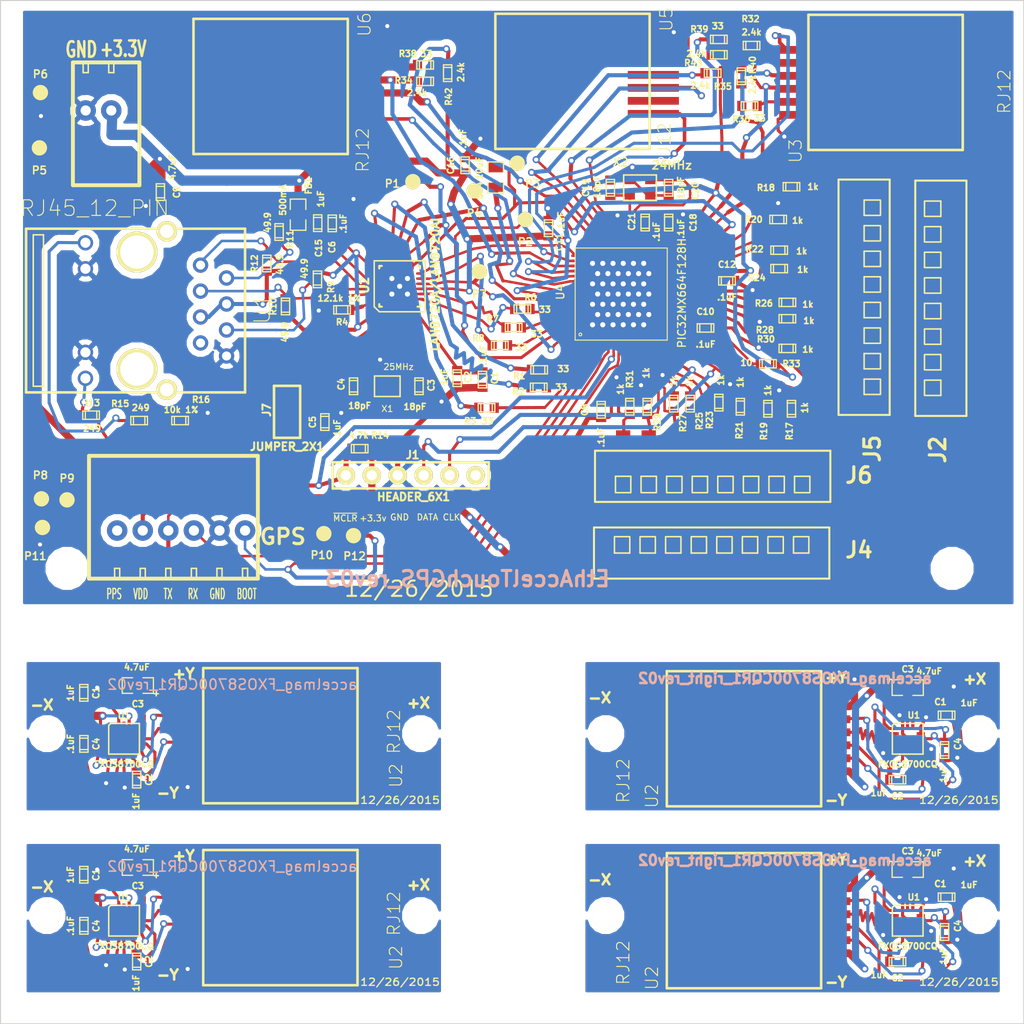
<source format=kicad_pcb>
(kicad_pcb (version 4) (host pcbnew "(2015-08-20 BZR 6109)-product")
  (layers (0 F.Cu signal) (31 B.Cu signal) (34 B.Paste user) (35 F.Paste user) (36 B.SilkS user) (37 F.SilkS user) (38 B.Mask user) (39 F.Mask user) (44 Edge.Cuts user))
  (net 0 "")
  (net 1 +3.3v)
  (net 2 ACCEL1_VDD)
  (net 3 ACCEL2_VDD)
  (net 4 ACCEL3_VDD)
  (net 5 AVDD)
  (net 6 ECRSDV)
  (net 7 EMDC)
  (net 8 EMDIO)
  (net 9 EREFCLK)
  (net 10 ERXD0)
  (net 11 ERXD1)
  (net 12 ERXERR)
  (net 13 ETXD0)
  (net 14 ETXD1)
  (net 15 ETXEN)
  (net 16 GND)
  (net 17 GreenLED)
  (net 18 ICSPCLK_RB1)
  (net 19 ICSPDAT_RB0)
  (net 20 INT0)
  (net 21 INT1)
  (net 22 INT4)
  (net 23 RB10)
  (net 24 RB11)
  (net 25 RB12)
  (net 26 RB13)
  (net 27 RB14)
  (net 28 RB2)
  (net 29 RB3)
  (net 30 RB4)
  (net 31 RB5)
  (net 32 RB6)
  (net 33 RB7)
  (net 34 RB8)
  (net 35 RB9)
  (net 36 RG6)
  (net 37 RG9)
  (net 38 RXN)
  (net 39 RXP)
  (net 40 SCL1)
  (net 41 SCL3)
  (net 42 SCL5)
  (net 43 SDA1)
  (net 44 SDA3)
  (net 45 SDA5)
  (net 46 TXN)
  (net 47 TXP)
  (net 48 U3RX)
  (net 49 U3TX)
  (net 50 YellowLED)
  (net 51 nRST)
  (net 52 ~MCLR~)
  (net 53 "Net-(C1-Pad1)")
  (net 54 "Net-(C3-Pad1)")
  (net 55 "Net-(C4-Pad2)")
  (net 56 "Net-(C5-Pad1)")
  (net 57 "Net-(C10-Pad1)")
  (net 58 "Net-(C14-Pad1)")
  (net 59 "Net-(C19-Pad1)")
  (net 60 "Net-(C20-Pad1)")
  (net 61 "Net-(R1-Pad1)")
  (net 62 "Net-(R2-Pad1)")
  (net 63 "Net-(R3-Pad1)")
  (net 64 "Net-(R4-Pad1)")
  (net 65 "Net-(R6-Pad1)")
  (net 66 "Net-(R7-Pad1)")
  (net 67 "Net-(R8-Pad1)")
  (net 68 "Net-(R13-Pad2)")
  (net 69 "Net-(R15-Pad2)")
  (net 70 "Net-(R36-Pad1)")
  (net 71 "Net-(R38-Pad1)")
  (net 72 "Net-(R39-Pad1)")
  (net 73 INT2)
  (net 74 SCL)
  (net 75 SDA)
  (net 76 Vdd)
  (net 77 "Net-(C2-Pad1)")
  (net 78 "Net-(C4-Pad1)")
  (module ted_capacitors:TED_SM1608_0603_C (layer F.Cu) (at 67.1 54.85 270)
    (fp_text reference C1 (at -0.15 -1.2 270) (layer F.SilkS) (effects (font (size 0.6 0.6))))
    (fp_text value .1uF (at -2.35 -0.1 270) (layer F.SilkS) (effects (font (size 0.6 0.6))))
    (pad 2 smd rect (at 0.75184 0 270) (size 0.89916 1.00076) (layers F.Cu F.Paste F.Mask) (net 16 GND) (clearance 0.1))
    (pad 1 smd rect (at -0.75184 0 270) (size 0.89916 1.00076) (layers F.Cu F.Paste F.Mask) (net 53 "Net-(C1-Pad1)") (clearance 0.1))
  )
  (module ted_capacitors:TED_SM1608_0603_C (layer F.Cu) (at 64.63 54.71 270)
    (fp_text reference C2 (at -0.11 -1.07 270) (layer F.SilkS) (effects (font (size 0.6 0.6))))
    (fp_text value 1uF (at -0.11 1.23 270) (layer F.SilkS) (effects (font (size 0.6 0.6))))
    (pad 2 smd rect (at 0.75184 0 270) (size 0.89916 1.00076) (layers F.Cu F.Paste F.Mask) (net 16 GND) (clearance 0.1))
    (pad 1 smd rect (at -0.75184 0 270) (size 0.89916 1.00076) (layers F.Cu F.Paste F.Mask) (net 53 "Net-(C1-Pad1)") (clearance 0.1))
  )
  (module ted_capacitors:TED_SM1608_0603_C (layer F.Cu) (at 60.9 55.5 270)
    (fp_text reference C3 (at -0.1 -1.2 270) (layer F.SilkS) (effects (font (size 0.6 0.6))))
    (fp_text value 18pF (at 2 0.4 360) (layer F.SilkS) (effects (font (size 0.6 0.6))))
    (pad 2 smd rect (at 0.75184 0 270) (size 0.89916 1.00076) (layers F.Cu F.Paste F.Mask) (net 16 GND) (clearance 0.1))
    (pad 1 smd rect (at -0.75184 0 270) (size 0.89916 1.00076) (layers F.Cu F.Paste F.Mask) (net 54 "Net-(C3-Pad1)") (clearance 0.1))
  )
  (module ted_capacitors:TED_SM1608_0603_C (layer F.Cu) (at 54.5 55.5 270)
    (fp_text reference C4 (at -0.2 1.2 270) (layer F.SilkS) (effects (font (size 0.6 0.6))))
    (fp_text value 18pF (at 1.9 -0.6 360) (layer F.SilkS) (effects (font (size 0.6 0.6))))
    (pad 2 smd rect (at 0.75184 0 270) (size 0.89916 1.00076) (layers F.Cu F.Paste F.Mask) (net 55 "Net-(C4-Pad2)") (clearance 0.1))
    (pad 1 smd rect (at -0.75184 0 270) (size 0.89916 1.00076) (layers F.Cu F.Paste F.Mask) (net 16 GND) (clearance 0.1))
  )
  (module ted_capacitors:TED_SM1608_0603_C (layer F.Cu) (at 51.7 59 90)
    (fp_text reference C5 (at 0 -1.2 90) (layer F.SilkS) (effects (font (size 0.6 0.6))))
    (fp_text value .1uF (at -0.7 1.2 90) (layer F.SilkS) (effects (font (size 0.6 0.6))))
    (pad 2 smd rect (at 0.75184 0 90) (size 0.89916 1.00076) (layers F.Cu F.Paste F.Mask) (net 16 GND) (clearance 0.1))
    (pad 1 smd rect (at -0.75184 0 90) (size 0.89916 1.00076) (layers F.Cu F.Paste F.Mask) (net 56 "Net-(C5-Pad1)") (clearance 0.1))
  )
  (module ted_capacitors:TED_SM1608_0603_C (layer F.Cu) (at 52.42 39.58 90)
    (fp_text reference C6 (at -2.32 -0.02 90) (layer F.SilkS) (effects (font (size 0.6 0.6))))
    (fp_text value .1uF (at -0.02 1.08 90) (layer F.SilkS) (effects (font (size 0.6 0.6))))
    (pad 2 smd rect (at 0.75184 0 90) (size 0.89916 1.00076) (layers F.Cu F.Paste F.Mask) (net 16 GND) (clearance 0.1))
    (pad 1 smd rect (at -0.75184 0 90) (size 0.89916 1.00076) (layers F.Cu F.Paste F.Mask) (net 5 AVDD) (clearance 0.1))
  )
  (module ted_capacitors:TED_SM1608_0603_C (layer F.Cu) (at 78.7 57.8 90)
    (fp_text reference C8 (at 0 -1.6 90) (layer F.SilkS) (effects (font (size 0.6 0.6))))
    (fp_text value .1uF (at -2.7 0 90) (layer F.SilkS) (effects (font (size 0.6 0.6))))
    (pad 2 smd rect (at 0.75184 0 90) (size 0.89916 1.00076) (layers F.Cu F.Paste F.Mask) (net 16 GND) (clearance 0.1))
    (pad 1 smd rect (at -0.75184 0 90) (size 0.89916 1.00076) (layers F.Cu F.Paste F.Mask) (net 1 +3.3v) (clearance 0.1))
  )
  (module ted_capacitors:TED_SM1608_0603_C (layer F.Cu) (at 35.625 36.525 270)
    (fp_text reference C9 (at 0 -1.6 270) (layer F.SilkS) (effects (font (size 0.6 0.6))))
    (fp_text value 4.7uF (at -2.425 -1.175 270) (layer F.SilkS) (effects (font (size 0.6 0.6))))
    (pad 2 smd rect (at 0.75184 0 270) (size 0.89916 1.00076) (layers F.Cu F.Paste F.Mask) (net 16 GND) (clearance 0.1))
    (pad 1 smd rect (at -0.75184 0 270) (size 0.89916 1.00076) (layers F.Cu F.Paste F.Mask) (net 1 +3.3v) (clearance 0.1))
  )
  (module ted_capacitors:TED_SM1608_0603_C (layer F.Cu) (at 88.9 49.8)
    (fp_text reference C10 (at 0 -1.6) (layer F.SilkS) (effects (font (size 0.6 0.6))))
    (fp_text value .1uF (at 0 1.6) (layer F.SilkS) (effects (font (size 0.6 0.6))))
    (pad 2 smd rect (at 0.75184 0) (size 0.89916 1.00076) (layers F.Cu F.Paste F.Mask) (net 16 GND) (clearance 0.1))
    (pad 1 smd rect (at -0.75184 0) (size 0.89916 1.00076) (layers F.Cu F.Paste F.Mask) (net 57 "Net-(C10-Pad1)") (clearance 0.1))
  )
  (module ted_capacitors:TED_SM1608_0603_C (layer F.Cu) (at 73.55 40.05 90)
    (fp_text reference C11 (at -1.35 1.05 90) (layer F.SilkS) (effects (font (size 0.6 0.6))))
    (fp_text value .1uF (at 0.65 1.25 90) (layer F.SilkS) (effects (font (size 0.6 0.6))))
    (pad 2 smd rect (at 0.75184 0 90) (size 0.89916 1.00076) (layers F.Cu F.Paste F.Mask) (net 16 GND) (clearance 0.1))
    (pad 1 smd rect (at -0.75184 0 90) (size 0.89916 1.00076) (layers F.Cu F.Paste F.Mask) (net 1 +3.3v) (clearance 0.1))
  )
  (module ted_capacitors:TED_SM1608_0603_C (layer F.Cu) (at 91 45.2)
    (fp_text reference C12 (at 0 -1.6) (layer F.SilkS) (effects (font (size 0.6 0.6))))
    (fp_text value .1uF (at 0 1.6) (layer F.SilkS) (effects (font (size 0.6 0.6))))
    (pad 2 smd rect (at 0.75184 0) (size 0.89916 1.00076) (layers F.Cu F.Paste F.Mask) (net 16 GND) (clearance 0.1))
    (pad 1 smd rect (at -0.75184 0) (size 0.89916 1.00076) (layers F.Cu F.Paste F.Mask) (net 1 +3.3v) (clearance 0.1))
  )
  (module ted_capacitors:TED_SM2012_0805_C (layer F.Cu) (at 68.4 35.1 90)
    (fp_text reference C14 (at -1.3 -1.6 90) (layer F.SilkS) (effects (font (size 0.6 0.6))))
    (fp_text value 10uF (at 0.9 -1.6 90) (layer F.SilkS) (effects (font (size 0.6 0.6))))
    (pad 1 smd rect (at -0.9525 0 90) (size 0.889 1.397) (layers F.Cu F.Paste F.Mask) (net 58 "Net-(C14-Pad1)"))
    (pad 2 smd rect (at 0.9525 0 90) (size 0.889 1.397) (layers F.Cu F.Paste F.Mask) (net 16 GND))
  )
  (module ted_capacitors:TED_SM1608_0603_C (layer F.Cu) (at 51 39.56 90)
    (fp_text reference C15 (at -2.44 0.1 90) (layer F.SilkS) (effects (font (size 0.6 0.6))))
    (fp_text value 1uF (at 2.36 0.3 90) (layer F.SilkS) (effects (font (size 0.6 0.6))))
    (pad 2 smd rect (at 0.75184 0 90) (size 0.89916 1.00076) (layers F.Cu F.Paste F.Mask) (net 16 GND) (clearance 0.1))
    (pad 1 smd rect (at -0.75184 0 90) (size 0.89916 1.00076) (layers F.Cu F.Paste F.Mask) (net 5 AVDD) (clearance 0.1))
  )
  (module ted_capacitors:TED_SM1608_0603_C (layer F.Cu) (at 65.4 33.9 90)
    (fp_text reference C16 (at 0 -1.4 90) (layer F.SilkS) (effects (font (size 0.6 0.6))))
    (fp_text value .1uF (at 2.6 -0.2 90) (layer F.SilkS) (effects (font (size 0.6 0.6))))
    (pad 2 smd rect (at 0.75184 0 90) (size 0.89916 1.00076) (layers F.Cu F.Paste F.Mask) (net 16 GND) (clearance 0.1))
    (pad 1 smd rect (at -0.75184 0 90) (size 0.89916 1.00076) (layers F.Cu F.Paste F.Mask) (net 1 +3.3v) (clearance 0.1))
  )
  (module ted_capacitors:TED_SM1608_0603_C (layer F.Cu) (at 85.3 39.5 90)
    (fp_text reference C18 (at 0 2.4 90) (layer F.SilkS) (effects (font (size 0.6 0.6))))
    (fp_text value .1uF (at -0.6 1.2 90) (layer F.SilkS) (effects (font (size 0.6 0.6))))
    (pad 2 smd rect (at 0.75184 0 90) (size 0.89916 1.00076) (layers F.Cu F.Paste F.Mask) (net 16 GND) (clearance 0.1))
    (pad 1 smd rect (at -0.75184 0 90) (size 0.89916 1.00076) (layers F.Cu F.Paste F.Mask) (net 1 +3.3v) (clearance 0.1))
  )
  (module ted_capacitors:TED_SM1608_0603_C (layer F.Cu) (at 79.6 36.1 90)
    (fp_text reference C19 (at 0 -2.4 90) (layer F.SilkS) (effects (font (size 0.6 0.6))))
    (fp_text value 18pF (at 0.1 -1.3 90) (layer F.SilkS) (effects (font (size 0.6 0.6))))
    (pad 2 smd rect (at 0.75184 0 90) (size 0.89916 1.00076) (layers F.Cu F.Paste F.Mask) (net 16 GND) (clearance 0.1))
    (pad 1 smd rect (at -0.75184 0 90) (size 0.89916 1.00076) (layers F.Cu F.Paste F.Mask) (net 59 "Net-(C19-Pad1)") (clearance 0.1))
  )
  (module ted_capacitors:TED_SM1608_0603_C (layer F.Cu) (at 85.3 36.1 270)
    (fp_text reference C20 (at 0.3 -2.6 270) (layer F.SilkS) (effects (font (size 0.6 0.6))))
    (fp_text value 18pF (at 0 -1.2 270) (layer F.SilkS) (effects (font (size 0.6 0.6))))
    (pad 2 smd rect (at 0.75184 0 270) (size 0.89916 1.00076) (layers F.Cu F.Paste F.Mask) (net 16 GND) (clearance 0.1))
    (pad 1 smd rect (at -0.75184 0 270) (size 0.89916 1.00076) (layers F.Cu F.Paste F.Mask) (net 60 "Net-(C20-Pad1)") (clearance 0.1))
  )
  (module ted_capacitors:TED_SM1608_0603_C (layer F.Cu) (at 83 39.5 90)
    (fp_text reference C21 (at 0.1 -1.3 90) (layer F.SilkS) (effects (font (size 0.6 0.6))))
    (fp_text value .1uF (at -0.9 1.1 90) (layer F.SilkS) (effects (font (size 0.6 0.6))))
    (pad 2 smd rect (at 0.75184 0 90) (size 0.89916 1.00076) (layers F.Cu F.Paste F.Mask) (net 16 GND) (clearance 0.1))
    (pad 1 smd rect (at -0.75184 0 90) (size 0.89916 1.00076) (layers F.Cu F.Paste F.Mask) (net 1 +3.3v) (clearance 0.1))
  )
  (module ted_resistors:TED_SM0805_R (layer F.Cu) (at 49.08 38.73 270)
    (fp_text reference FB1 (at -2.83 -1.02 270) (layer F.SilkS) (effects (font (size 0.6 0.6))))
    (fp_text value 500mA (at -1.43 1.48 270) (layer F.SilkS) (effects (font (size 0.6 0.6))))
    (pad 1 smd rect (at -0.9525 0 270) (size 0.889 1.397) (layers F.Cu F.Paste F.Mask) (net 1 +3.3v))
    (pad 2 smd rect (at 0.9525 0 270) (size 0.889 1.397) (layers F.Cu F.Paste F.Mask) (net 5 AVDD))
  )
  (module ted_holes:TED_Hole_3mm (layer F.Cu) (at 26.5 73.3)
    (fp_text reference H1 hide)
    (fp_text value HOLE hide)
    (pad "" np_thru_hole circle (at 0 0) (size 3 3) (drill 3) (layers *.Cu *.Mask F.SilkS))
  )
  (module ted_holes:TED_Hole_3mm (layer F.Cu) (at 113 73.3)
    (fp_text reference H2 hide)
    (fp_text value HOLE hide)
    (pad "" np_thru_hole circle (at 0 0) (size 3 3) (drill 3) (layers *.Cu *.Mask F.SilkS))
  )
  (module ted_connectors:TED_HEADER_6x1 (layer F.Cu) (at 60.1 64.2)
    (fp_text reference J1 (at 0.1778 -1.98628) (layer F.SilkS) (effects (font (size 0.762 0.762) (thickness 0.1905))))
    (fp_text value HEADER_6X1 (at 0.26924 2.11328) (layer F.SilkS) (effects (font (size 0.762 0.762) (thickness 0.1905))))
    (pad 5 thru_hole circle (at 3.78968 0) (size 1.8 1.8) (drill 1) (layers *.Cu *.Mask F.SilkS) (net 18 ICSPCLK_RB1))
    (pad 6 thru_hole circle (at 6.32968 0) (size 1.8 1.8) (drill 1) (layers *.Cu *.Mask F.SilkS))
    (pad 1 thru_hole circle (at -6.35 0) (size 1.8 1.8) (drill 1) (layers *.Cu *.Mask F.SilkS) (net 52 ~MCLR~))
    (pad 2 thru_hole circle (at -3.81 0) (size 1.8 1.8) (drill 1) (layers *.Cu *.Mask F.SilkS) (net 1 +3.3v))
    (pad 4 thru_hole circle (at 1.25984 0) (size 1.8 1.8) (drill 1) (layers *.Cu *.Mask F.SilkS) (net 19 ICSPDAT_RB0))
    (pad 3 thru_hole circle (at -1.28016 0) (size 1.8 1.8) (drill 1) (layers *.Cu *.Mask F.SilkS) (net 16 GND))
  )
  (module ted_connectors:TED_TERMINAL_SPRING_2.54MM_2PIN_1989748 (layer F.Cu) (at 29.575 29.85 180)
    (fp_text reference J3 hide)
    (fp_text value TERMINAL_2X1 hide)
    (pad 2 thru_hole circle (at 1.25 1.3 180) (size 2 2) (drill 1) (layers *.Cu *.Mask) (net 16 GND))
    (pad 1 thru_hole circle (at -1.25 1.3 180) (size 2 2) (drill 1) (layers *.Cu *.Mask) (net 1 +3.3v))
  )
  (module ted_connectors:TED_Terminal_8x1_1814760 (layer F.Cu) (at 89.5 71.8 180)
    (fp_text reference J4 (at -14.4 0.3 180) (layer F.SilkS) (effects (font (thickness 0.3048))))
    (fp_text value TERMINAL_8X1 hide)
    (pad 8 smd rect (at 8.75 -2.8 180) (size 1.4 3.4) (layers F.Cu F.Paste F.Mask) (net 1 +3.3v))
    (pad 7 smd rect (at 6.25 -2.8 180) (size 1.4 3.4) (layers F.Cu F.Paste F.Mask) (net 1 +3.3v))
    (pad 6 smd rect (at 3.75 -2.8 180) (size 1.4 3.4) (layers F.Cu F.Paste F.Mask) (net 1 +3.3v))
    (pad 1 smd rect (at -8.75 -2.8 180) (size 1.4 3.4) (layers F.Cu F.Paste F.Mask) (net 1 +3.3v))
    (pad 3 smd rect (at -3.75 -2.8 180) (size 1.4 3.4) (layers F.Cu F.Paste F.Mask) (net 1 +3.3v))
    (pad 2 smd rect (at -6.25 -2.8 180) (size 1.4 3.4) (layers F.Cu F.Paste F.Mask) (net 1 +3.3v))
    (pad PAD smd rect (at 11.7 0.35 180) (size 2.3 5.6) (layers F.Cu F.Paste F.Mask))
    (pad 4 smd rect (at -1.25 -2.8 180) (size 1.4 3.4) (layers F.Cu F.Paste F.Mask) (net 1 +3.3v))
    (pad 5 smd rect (at 1.25 -2.8 180) (size 1.4 3.4) (layers F.Cu F.Paste F.Mask) (net 1 +3.3v))
    (pad PAD smd rect (at -11.7 0.35 180) (size 2.3 5.6) (layers F.Cu F.Paste F.Mask))
  )
  (module ted_connectors:TED_Terminal_8x1_1814760 (layer F.Cu) (at 104.4 46.8 90)
    (fp_text reference J5 (at -14.8 0.8 90) (layer F.SilkS) (effects (font (thickness 0.3048))))
    (fp_text value TERMINAL_8X1 hide)
    (pad 8 smd rect (at 8.75 -2.8 90) (size 1.4 3.4) (layers F.Cu F.Paste F.Mask))
    (pad 7 smd rect (at 6.25 -2.8 90) (size 1.4 3.4) (layers F.Cu F.Paste F.Mask) (net 27 RB14))
    (pad 6 smd rect (at 3.75 -2.8 90) (size 1.4 3.4) (layers F.Cu F.Paste F.Mask) (net 26 RB13))
    (pad 1 smd rect (at -8.75 -2.8 90) (size 1.4 3.4) (layers F.Cu F.Paste F.Mask) (net 34 RB8))
    (pad 3 smd rect (at -3.75 -2.8 90) (size 1.4 3.4) (layers F.Cu F.Paste F.Mask) (net 23 RB10))
    (pad 2 smd rect (at -6.25 -2.8 90) (size 1.4 3.4) (layers F.Cu F.Paste F.Mask) (net 35 RB9))
    (pad PAD smd rect (at 11.7 0.35 90) (size 2.3 5.6) (layers F.Cu F.Paste F.Mask))
    (pad 4 smd rect (at -1.25 -2.8 90) (size 1.4 3.4) (layers F.Cu F.Paste F.Mask) (net 24 RB11))
    (pad 5 smd rect (at 1.25 -2.8 90) (size 1.4 3.4) (layers F.Cu F.Paste F.Mask) (net 25 RB12))
    (pad PAD smd rect (at -11.7 0.35 90) (size 2.3 5.6) (layers F.Cu F.Paste F.Mask))
  )
  (module ted_connectors:TED_Terminal_8x1_1814760 (layer F.Cu) (at 89.6 64.3)
    (fp_text reference J6 (at 14.3 -0.1) (layer F.SilkS) (effects (font (thickness 0.3048))))
    (fp_text value TERMINAL_8X1 hide)
    (pad 8 smd rect (at 8.75 -2.8) (size 1.4 3.4) (layers F.Cu F.Paste F.Mask) (net 33 RB7))
    (pad 7 smd rect (at 6.25 -2.8) (size 1.4 3.4) (layers F.Cu F.Paste F.Mask) (net 32 RB6))
    (pad 6 smd rect (at 3.75 -2.8) (size 1.4 3.4) (layers F.Cu F.Paste F.Mask) (net 19 ICSPDAT_RB0))
    (pad 1 smd rect (at -8.75 -2.8) (size 1.4 3.4) (layers F.Cu F.Paste F.Mask) (net 31 RB5))
    (pad 3 smd rect (at -3.75 -2.8) (size 1.4 3.4) (layers F.Cu F.Paste F.Mask) (net 29 RB3))
    (pad 2 smd rect (at -6.25 -2.8) (size 1.4 3.4) (layers F.Cu F.Paste F.Mask) (net 30 RB4))
    (pad PAD smd rect (at 11.7 0.35) (size 2.3 5.6) (layers F.Cu F.Paste F.Mask))
    (pad 4 smd rect (at -1.25 -2.8) (size 1.4 3.4) (layers F.Cu F.Paste F.Mask) (net 28 RB2))
    (pad 5 smd rect (at 1.25 -2.8) (size 1.4 3.4) (layers F.Cu F.Paste F.Mask) (net 18 ICSPCLK_RB1))
    (pad PAD smd rect (at -11.7 0.35) (size 2.3 5.6) (layers F.Cu F.Paste F.Mask))
  )
  (module ted_connectors:TED_JUMPER_2x1_SMD (layer F.Cu) (at 48 58 90)
    (fp_text reference J7 (at 0.1778 -1.98628 90) (layer F.SilkS) (effects (font (size 0.762 0.762) (thickness 0.1905))))
    (fp_text value JUMPER_2X1 (at -3.4 0 180) (layer F.SilkS) (effects (font (size 0.762 0.762) (thickness 0.1905))))
    (pad 2 smd rect (at 1.27 1.27 90) (size 0.9906 2.54) (layers F.Cu F.Paste F.Mask) (net 56 "Net-(C5-Pad1)") (clearance 0.508))
    (pad 1 smd rect (at -1.27 -1.27 90) (size 0.9906 2.54) (layers F.Cu F.Paste F.Mask) (net 52 ~MCLR~) (clearance 0.508))
  )
  (module ted_connectors:TED_TERMINAL_SPRING_2.54MM_6PIN_1985234 (layer F.Cu) (at 36.9 68.3)
    (fp_text reference J8 hide)
    (fp_text value HEADER_6X1 hide)
    (pad 4 thru_hole circle (at 2 1.3) (size 2 2) (drill 1) (layers *.Cu *.Mask) (net 49 U3TX))
    (pad 3 thru_hole circle (at -0.5 1.3) (size 2 2) (drill 1) (layers *.Cu *.Mask) (net 48 U3RX))
    (pad 6 thru_hole circle (at 7 1.3) (size 2 2) (drill 1) (layers *.Cu *.Mask) (net 37 RG9))
    (pad 5 thru_hole circle (at 4.5 1.3) (size 2 2) (drill 1) (layers *.Cu *.Mask) (net 16 GND))
    (pad 1 thru_hole circle (at -5.5 1.3) (size 2 2) (drill 1) (layers *.Cu *.Mask))
    (pad 2 thru_hole circle (at -3 1.3) (size 2 2) (drill 1) (layers *.Cu *.Mask) (net 36 RG6))
  )
  (module ted_resistors:TED_SM0603_R (layer F.Cu) (at 72.64 53.89)
    (fp_text reference R1 (at -1.94 0.61) (layer F.SilkS) (effects (font (size 0.6 0.6))))
    (fp_text value 33 (at 2.36 -0.09) (layer F.SilkS) (effects (font (size 0.6 0.6))))
    (pad 2 smd rect (at 0.75184 0) (size 0.89916 1.00076) (layers F.Cu F.Paste F.Mask) (net 15 ETXEN) (clearance 0.1))
    (pad 1 smd rect (at -0.75184 0) (size 0.89916 1.00076) (layers F.Cu F.Paste F.Mask) (net 61 "Net-(R1-Pad1)") (clearance 0.1))
  )
  (module ted_resistors:TED_SM0603_R (layer F.Cu) (at 72.6 55.6)
    (fp_text reference R2 (at -2 0.4) (layer F.SilkS) (effects (font (size 0.6 0.6))))
    (fp_text value 33 (at 2.2 0) (layer F.SilkS) (effects (font (size 0.6 0.6))))
    (pad 2 smd rect (at 0.75184 0) (size 0.89916 1.00076) (layers F.Cu F.Paste F.Mask) (net 13 ETXD0) (clearance 0.1))
    (pad 1 smd rect (at -0.75184 0) (size 0.89916 1.00076) (layers F.Cu F.Paste F.Mask) (net 62 "Net-(R2-Pad1)") (clearance 0.1))
  )
  (module ted_resistors:TED_SM0603_R (layer F.Cu) (at 67.5 57.6)
    (fp_text reference R3 (at -1.6 1.3) (layer F.SilkS) (effects (font (size 0.6 0.6))))
    (fp_text value 33 (at 0.1 1.3) (layer F.SilkS) (effects (font (size 0.6 0.6))))
    (pad 2 smd rect (at 0.75184 0) (size 0.89916 1.00076) (layers F.Cu F.Paste F.Mask) (net 14 ETXD1) (clearance 0.1))
    (pad 1 smd rect (at -0.75184 0) (size 0.89916 1.00076) (layers F.Cu F.Paste F.Mask) (net 63 "Net-(R3-Pad1)") (clearance 0.1))
  )
  (module ted_resistors:TED_SM0603_R (layer F.Cu) (at 53.38 48.03 180)
    (fp_text reference R4 (at 0 -1.2 180) (layer F.SilkS) (effects (font (size 0.6 0.6))))
    (fp_text value "12.1k 1%" (at 0.28 1.13 180) (layer F.SilkS) (effects (font (size 0.6 0.6))))
    (pad 2 smd rect (at 0.75184 0 180) (size 0.89916 1.00076) (layers F.Cu F.Paste F.Mask) (net 16 GND) (clearance 0.1))
    (pad 1 smd rect (at -0.75184 0 180) (size 0.89916 1.00076) (layers F.Cu F.Paste F.Mask) (net 64 "Net-(R4-Pad1)") (clearance 0.1))
  )
  (module ted_resistors:TED_SM0603_R (layer F.Cu) (at 71 47.95)
    (fp_text reference R6 (at 0.8 -1.15) (layer F.SilkS) (effects (font (size 0.6 0.6))))
    (fp_text value 33 (at 2.2 0.05) (layer F.SilkS) (effects (font (size 0.6 0.6))))
    (pad 2 smd rect (at 0.75184 0) (size 0.89916 1.00076) (layers F.Cu F.Paste F.Mask) (net 11 ERXD1) (clearance 0.1))
    (pad 1 smd rect (at -0.75184 0) (size 0.89916 1.00076) (layers F.Cu F.Paste F.Mask) (net 65 "Net-(R6-Pad1)") (clearance 0.1))
  )
  (module ted_resistors:TED_SM0603_R (layer F.Cu) (at 70.15 49.75)
    (fp_text reference R7 (at -2.05 -0.85) (layer F.SilkS) (effects (font (size 0.6 0.6))))
    (fp_text value 33 (at 2.25 0.65) (layer F.SilkS) (effects (font (size 0.6 0.6))))
    (pad 2 smd rect (at 0.75184 0) (size 0.89916 1.00076) (layers F.Cu F.Paste F.Mask) (net 10 ERXD0) (clearance 0.1))
    (pad 1 smd rect (at -0.75184 0) (size 0.89916 1.00076) (layers F.Cu F.Paste F.Mask) (net 66 "Net-(R7-Pad1)") (clearance 0.1))
  )
  (module ted_resistors:TED_SM0603_R (layer F.Cu) (at 68.8 51.5)
    (fp_text reference R8 (at -2.1 -0.7) (layer F.SilkS) (effects (font (size 0.6 0.6))))
    (fp_text value 33 (at 2.1 0.2) (layer F.SilkS) (effects (font (size 0.6 0.6))))
    (pad 2 smd rect (at 0.75184 0) (size 0.89916 1.00076) (layers F.Cu F.Paste F.Mask) (net 6 ECRSDV) (clearance 0.1))
    (pad 1 smd rect (at -0.75184 0) (size 0.89916 1.00076) (layers F.Cu F.Paste F.Mask) (net 67 "Net-(R8-Pad1)") (clearance 0.1))
  )
  (module ted_resistors:TED_SM0603_R (layer F.Cu) (at 50.975 45.05 270)
    (fp_text reference R9 (at 0.75 -1.325 270) (layer F.SilkS) (effects (font (size 0.6 0.6))))
    (fp_text value 49.9 (at -1.05 1.275 270) (layer F.SilkS) (effects (font (size 0.6 0.6))))
    (pad 2 smd rect (at 0.75184 0 270) (size 0.89916 1.00076) (layers F.Cu F.Paste F.Mask) (net 38 RXN) (clearance 0.1))
    (pad 1 smd rect (at -0.75184 0 270) (size 0.89916 1.00076) (layers F.Cu F.Paste F.Mask) (net 5 AVDD) (clearance 0.1))
  )
  (module ted_resistors:TED_SM0603_R (layer F.Cu) (at 47.85 47.7 90)
    (fp_text reference R10 (at 0 -1.2 90) (layer F.SilkS) (effects (font (size 0.6 0.6))))
    (fp_text value 49.9 (at -2.5 -0.05 90) (layer F.SilkS) (effects (font (size 0.6 0.6))))
    (pad 2 smd rect (at 0.75184 0 90) (size 0.89916 1.00076) (layers F.Cu F.Paste F.Mask) (net 39 RXP) (clearance 0.1))
    (pad 1 smd rect (at -0.75184 0 90) (size 0.89916 1.00076) (layers F.Cu F.Paste F.Mask) (net 5 AVDD) (clearance 0.1))
  )
  (module ted_resistors:TED_SM0603_R (layer F.Cu) (at 47.225 40.425 270)
    (fp_text reference R11 (at 0.675 -1.075 270) (layer F.SilkS) (effects (font (size 0.6 0.6))))
    (fp_text value 49.9 (at -0.925 1.125 270) (layer F.SilkS) (effects (font (size 0.6 0.6))))
    (pad 2 smd rect (at 0.75184 0 270) (size 0.89916 1.00076) (layers F.Cu F.Paste F.Mask) (net 46 TXN) (clearance 0.1))
    (pad 1 smd rect (at -0.75184 0 270) (size 0.89916 1.00076) (layers F.Cu F.Paste F.Mask) (net 5 AVDD) (clearance 0.1))
  )
  (module ted_resistors:TED_SM0603_R (layer F.Cu) (at 46.025 43.5 90)
    (fp_text reference R12 (at 0 -1.2 90) (layer F.SilkS) (effects (font (size 0.6 0.6))))
    (fp_text value 49.9 (at -0.1 1.275 90) (layer F.SilkS) (effects (font (size 0.6 0.6))))
    (pad 2 smd rect (at 0.75184 0 90) (size 0.89916 1.00076) (layers F.Cu F.Paste F.Mask) (net 47 TXP) (clearance 0.1))
    (pad 1 smd rect (at -0.75184 0 90) (size 0.89916 1.00076) (layers F.Cu F.Paste F.Mask) (net 5 AVDD) (clearance 0.1))
  )
  (module ted_resistors:TED_SM0603_R (layer F.Cu) (at 28.85 58.325)
    (fp_text reference R13 (at 0 -1.2) (layer F.SilkS) (effects (font (size 0.6 0.6))))
    (fp_text value 249 (at 0.1 1.3) (layer F.SilkS) (effects (font (size 0.6 0.6))))
    (pad 2 smd rect (at 0.75184 0) (size 0.89916 1.00076) (layers F.Cu F.Paste F.Mask) (net 68 "Net-(R13-Pad2)") (clearance 0.1))
    (pad 1 smd rect (at -0.75184 0) (size 0.89916 1.00076) (layers F.Cu F.Paste F.Mask) (net 50 YellowLED) (clearance 0.1))
  )
  (module ted_resistors:TED_SM0603_R (layer F.Cu) (at 55.1 61.6 180)
    (fp_text reference R14 (at -2 1.3 180) (layer F.SilkS) (effects (font (size 0.6 0.6))))
    (fp_text value 4.7k (at 0.1 1.3 180) (layer F.SilkS) (effects (font (size 0.6 0.6))))
    (pad 2 smd rect (at 0.75184 0 180) (size 0.89916 1.00076) (layers F.Cu F.Paste F.Mask) (net 52 ~MCLR~) (clearance 0.1))
    (pad 1 smd rect (at -0.75184 0 180) (size 0.89916 1.00076) (layers F.Cu F.Paste F.Mask) (net 1 +3.3v) (clearance 0.1))
  )
  (module ted_resistors:TED_SM0603_R (layer F.Cu) (at 33.55 58.85)
    (fp_text reference R15 (at -1.85 -1.65) (layer F.SilkS) (effects (font (size 0.6 0.6))))
    (fp_text value 249 (at 0.15 -1.25) (layer F.SilkS) (effects (font (size 0.6 0.6))))
    (pad 2 smd rect (at 0.75184 0) (size 0.89916 1.00076) (layers F.Cu F.Paste F.Mask) (net 69 "Net-(R15-Pad2)") (clearance 0.1))
    (pad 1 smd rect (at -0.75184 0) (size 0.89916 1.00076) (layers F.Cu F.Paste F.Mask) (net 17 GreenLED) (clearance 0.1))
  )
  (module ted_resistors:TED_SM0603_R (layer F.Cu) (at 37.55 58.85)
    (fp_text reference R16 (at 2.05 -2.05) (layer F.SilkS) (effects (font (size 0.6 0.6))))
    (fp_text value "10k 1%" (at 0.1 -1.05) (layer F.SilkS) (effects (font (size 0.6 0.6))))
    (pad 2 smd rect (at 0.75184 0) (size 0.89916 1.00076) (layers F.Cu F.Paste F.Mask) (net 16 GND) (clearance 0.1))
    (pad 1 smd rect (at -0.75184 0) (size 0.89916 1.00076) (layers F.Cu F.Paste F.Mask) (net 69 "Net-(R15-Pad2)") (clearance 0.1))
  )
  (module ted_resistors:TED_SM0603_R (layer F.Cu) (at 97.3 57.7 90)
    (fp_text reference R17 (at -2.2 -0.2 90) (layer F.SilkS) (effects (font (size 0.6 0.6))))
    (fp_text value 1k (at 0.1 1.3 90) (layer F.SilkS) (effects (font (size 0.6 0.6))))
    (pad 2 smd rect (at 0.75184 0 90) (size 0.89916 1.00076) (layers F.Cu F.Paste F.Mask) (net 16 GND) (clearance 0.1))
    (pad 1 smd rect (at -0.75184 0 90) (size 0.89916 1.00076) (layers F.Cu F.Paste F.Mask) (net 33 RB7) (clearance 0.1))
  )
  (module ted_resistors:TED_SM0603_R (layer F.Cu) (at 97.3 36 180)
    (fp_text reference R18 (at 2.5 -0.1 180) (layer F.SilkS) (effects (font (size 0.6 0.6))))
    (fp_text value 1k (at -2.1 0 180) (layer F.SilkS) (effects (font (size 0.6 0.6))))
    (pad 2 smd rect (at 0.75184 0 180) (size 0.89916 1.00076) (layers F.Cu F.Paste F.Mask) (net 16 GND) (clearance 0.1))
    (pad 1 smd rect (at -0.75184 0 180) (size 0.89916 1.00076) (layers F.Cu F.Paste F.Mask) (net 27 RB14) (clearance 0.1))
  )
  (module ted_resistors:TED_SM0603_R (layer F.Cu) (at 95 57.7 90)
    (fp_text reference R19 (at -2.2 -0.4 90) (layer F.SilkS) (effects (font (size 0.6 0.6))))
    (fp_text value 1k (at 1.8 0 90) (layer F.SilkS) (effects (font (size 0.6 0.6))))
    (pad 2 smd rect (at 0.75184 0 90) (size 0.89916 1.00076) (layers F.Cu F.Paste F.Mask) (net 16 GND) (clearance 0.1))
    (pad 1 smd rect (at -0.75184 0 90) (size 0.89916 1.00076) (layers F.Cu F.Paste F.Mask) (net 32 RB6) (clearance 0.1))
  )
  (module ted_resistors:TED_SM0603_R (layer F.Cu) (at 96 39.2 180)
    (fp_text reference R20 (at 2.4 0 180) (layer F.SilkS) (effects (font (size 0.6 0.6))))
    (fp_text value 1k (at -1.9 -0.1 180) (layer F.SilkS) (effects (font (size 0.6 0.6))))
    (pad 2 smd rect (at 0.75184 0 180) (size 0.89916 1.00076) (layers F.Cu F.Paste F.Mask) (net 16 GND) (clearance 0.1))
    (pad 1 smd rect (at -0.75184 0 180) (size 0.89916 1.00076) (layers F.Cu F.Paste F.Mask) (net 26 RB13) (clearance 0.1))
  )
  (module ted_resistors:TED_SM0603_R (layer F.Cu) (at 92.3 57.5 90)
    (fp_text reference R21 (at -2.3 -0.1 90) (layer F.SilkS) (effects (font (size 0.6 0.6))))
    (fp_text value 1k (at 2.4 0 90) (layer F.SilkS) (effects (font (size 0.6 0.6))))
    (pad 2 smd rect (at 0.75184 0 90) (size 0.89916 1.00076) (layers F.Cu F.Paste F.Mask) (net 16 GND) (clearance 0.1))
    (pad 1 smd rect (at -0.75184 0 90) (size 0.89916 1.00076) (layers F.Cu F.Paste F.Mask) (net 19 ICSPDAT_RB0) (clearance 0.1))
  )
  (module ted_resistors:TED_SM0603_R (layer F.Cu) (at 96.1 42.2 180)
    (fp_text reference R22 (at 2.4 0.1 180) (layer F.SilkS) (effects (font (size 0.6 0.6))))
    (fp_text value 1k (at -2.2 -0.1 180) (layer F.SilkS) (effects (font (size 0.6 0.6))))
    (pad 2 smd rect (at 0.75184 0 180) (size 0.89916 1.00076) (layers F.Cu F.Paste F.Mask) (net 16 GND) (clearance 0.1))
    (pad 1 smd rect (at -0.75184 0 180) (size 0.89916 1.00076) (layers F.Cu F.Paste F.Mask) (net 25 RB12) (clearance 0.1))
  )
  (module ted_resistors:TED_SM0603_R (layer F.Cu) (at 90.2 57.1 90)
    (fp_text reference R23 (at -1.7 -0.9 90) (layer F.SilkS) (effects (font (size 0.6 0.6))))
    (fp_text value 1k (at 2.2 0.2 90) (layer F.SilkS) (effects (font (size 0.6 0.6))))
    (pad 2 smd rect (at 0.75184 0 90) (size 0.89916 1.00076) (layers F.Cu F.Paste F.Mask) (net 16 GND) (clearance 0.1))
    (pad 1 smd rect (at -0.75184 0 90) (size 0.89916 1.00076) (layers F.Cu F.Paste F.Mask) (net 18 ICSPCLK_RB1) (clearance 0.1))
  )
  (module ted_resistors:TED_SM0603_R (layer F.Cu) (at 96.1 44 180)
    (fp_text reference R24 (at 2.2 -0.9 180) (layer F.SilkS) (effects (font (size 0.6 0.6))))
    (fp_text value 1k (at -2.3 -0.1 180) (layer F.SilkS) (effects (font (size 0.6 0.6))))
    (pad 2 smd rect (at 0.75184 0 180) (size 0.89916 1.00076) (layers F.Cu F.Paste F.Mask) (net 16 GND) (clearance 0.1))
    (pad 1 smd rect (at -0.75184 0 180) (size 0.89916 1.00076) (layers F.Cu F.Paste F.Mask) (net 24 RB11) (clearance 0.1))
  )
  (module ted_resistors:TED_SM0603_R (layer F.Cu) (at 87.4 57.2 90)
    (fp_text reference R25 (at -1.7 0.9 90) (layer F.SilkS) (effects (font (size 0.6 0.6))))
    (fp_text value 1k (at 2.2 -0.1 90) (layer F.SilkS) (effects (font (size 0.6 0.6))))
    (pad 2 smd rect (at 0.75184 0 90) (size 0.89916 1.00076) (layers F.Cu F.Paste F.Mask) (net 16 GND) (clearance 0.1))
    (pad 1 smd rect (at -0.75184 0 90) (size 0.89916 1.00076) (layers F.Cu F.Paste F.Mask) (net 28 RB2) (clearance 0.1))
  )
  (module ted_resistors:TED_SM0603_R (layer F.Cu) (at 96.9 47.3 180)
    (fp_text reference R26 (at 2.3 -0.1 180) (layer F.SilkS) (effects (font (size 0.6 0.6))))
    (fp_text value 1k (at -2 -0.2 180) (layer F.SilkS) (effects (font (size 0.6 0.6))))
    (pad 2 smd rect (at 0.75184 0 180) (size 0.89916 1.00076) (layers F.Cu F.Paste F.Mask) (net 16 GND) (clearance 0.1))
    (pad 1 smd rect (at -0.75184 0 180) (size 0.89916 1.00076) (layers F.Cu F.Paste F.Mask) (net 23 RB10) (clearance 0.1))
  )
  (module ted_resistors:TED_SM0603_R (layer F.Cu) (at 85.8 57.2 90)
    (fp_text reference R27 (at -1.9 0.9 90) (layer F.SilkS) (effects (font (size 0.6 0.6))))
    (fp_text value 1k (at 2.2 0 90) (layer F.SilkS) (effects (font (size 0.6 0.6))))
    (pad 2 smd rect (at 0.75184 0 90) (size 0.89916 1.00076) (layers F.Cu F.Paste F.Mask) (net 16 GND) (clearance 0.1))
    (pad 1 smd rect (at -0.75184 0 90) (size 0.89916 1.00076) (layers F.Cu F.Paste F.Mask) (net 29 RB3) (clearance 0.1))
  )
  (module ted_resistors:TED_SM0603_R (layer F.Cu) (at 96.9 48.9 180)
    (fp_text reference R28 (at 2.2 -1.1 180) (layer F.SilkS) (effects (font (size 0.6 0.6))))
    (fp_text value 1k (at -2.1 -0.2 180) (layer F.SilkS) (effects (font (size 0.6 0.6))))
    (pad 2 smd rect (at 0.75184 0 180) (size 0.89916 1.00076) (layers F.Cu F.Paste F.Mask) (net 16 GND) (clearance 0.1))
    (pad 1 smd rect (at -0.75184 0 180) (size 0.89916 1.00076) (layers F.Cu F.Paste F.Mask) (net 35 RB9) (clearance 0.1))
  )
  (module ted_resistors:TED_SM0603_R (layer F.Cu) (at 83.2 57.5 90)
    (fp_text reference R29 (at -1.5 1 90) (layer F.SilkS) (effects (font (size 0.6 0.6))))
    (fp_text value 1k (at 3.3 -0.1 90) (layer F.SilkS) (effects (font (size 0.6 0.6))))
    (pad 2 smd rect (at 0.75184 0 90) (size 0.89916 1.00076) (layers F.Cu F.Paste F.Mask) (net 16 GND) (clearance 0.1))
    (pad 1 smd rect (at -0.75184 0 90) (size 0.89916 1.00076) (layers F.Cu F.Paste F.Mask) (net 30 RB4) (clearance 0.1))
  )
  (module ted_resistors:TED_SM0603_R (layer F.Cu) (at 96.9 51.8 180)
    (fp_text reference R30 (at 2.1 0.9 180) (layer F.SilkS) (effects (font (size 0.6 0.6))))
    (fp_text value 1k (at -2 -0.1 180) (layer F.SilkS) (effects (font (size 0.6 0.6))))
    (pad 2 smd rect (at 0.75184 0 180) (size 0.89916 1.00076) (layers F.Cu F.Paste F.Mask) (net 16 GND) (clearance 0.1))
    (pad 1 smd rect (at -0.75184 0 180) (size 0.89916 1.00076) (layers F.Cu F.Paste F.Mask) (net 34 RB8) (clearance 0.1))
  )
  (module ted_resistors:TED_SM0603_R (layer F.Cu) (at 81.5 57.5 90)
    (fp_text reference R31 (at 2.7 0 90) (layer F.SilkS) (effects (font (size 0.6 0.6))))
    (fp_text value 1k (at 1.7 -0.9 90) (layer F.SilkS) (effects (font (size 0.6 0.6))))
    (pad 2 smd rect (at 0.75184 0 90) (size 0.89916 1.00076) (layers F.Cu F.Paste F.Mask) (net 16 GND) (clearance 0.1))
    (pad 1 smd rect (at -0.75184 0 90) (size 0.89916 1.00076) (layers F.Cu F.Paste F.Mask) (net 31 RB5) (clearance 0.1))
  )
  (module ted_resistors:TED_SM0603_R (layer F.Cu) (at 93.4 22.2)
    (fp_text reference R32 (at -0.1 -2.6) (layer F.SilkS) (effects (font (size 0.6 0.6))))
    (fp_text value 2.4k (at 0 -1.3) (layer F.SilkS) (effects (font (size 0.6 0.6))))
    (pad 2 smd rect (at 0.75184 0) (size 0.89916 1.00076) (layers F.Cu F.Paste F.Mask) (net 42 SCL5) (clearance 0.1))
    (pad 1 smd rect (at -0.75184 0) (size 0.89916 1.00076) (layers F.Cu F.Paste F.Mask) (net 1 +3.3v) (clearance 0.1))
  )
  (module ted_resistors:TED_SM0603_R (layer F.Cu) (at 95 53.3 180)
    (fp_text reference R33 (at -2.3 0 180) (layer F.SilkS) (effects (font (size 0.6 0.6))))
    (fp_text value 10 (at 2.1 0.1 180) (layer F.SilkS) (effects (font (size 0.6 0.6))))
    (pad 2 smd rect (at 0.75184 0 180) (size 0.89916 1.00076) (layers F.Cu F.Paste F.Mask) (net 57 "Net-(C10-Pad1)") (clearance 0.1))
    (pad 1 smd rect (at -0.75184 0 180) (size 0.89916 1.00076) (layers F.Cu F.Paste F.Mask) (net 1 +3.3v) (clearance 0.1))
  )
  (module ted_resistors:TED_SM0603_R (layer F.Cu) (at 61.5 25.7 180)
    (fp_text reference R34 (at 2.1 0.1 180) (layer F.SilkS) (effects (font (size 0.6 0.6))))
    (fp_text value 2.4k (at 0.8 -1.1 180) (layer F.SilkS) (effects (font (size 0.6 0.6))))
    (pad 2 smd rect (at 0.75184 0 180) (size 0.89916 1.00076) (layers F.Cu F.Paste F.Mask) (net 41 SCL3) (clearance 0.1))
    (pad 1 smd rect (at -0.75184 0 180) (size 0.89916 1.00076) (layers F.Cu F.Paste F.Mask) (net 1 +3.3v) (clearance 0.1))
  )
  (module ted_resistors:TED_SM0603_R (layer F.Cu) (at 89.6 24.9 180)
    (fp_text reference R35 (at -1 -1.3 180) (layer F.SilkS) (effects (font (size 0.6 0.6))))
    (fp_text value 2.4k (at 1.2 -1.2 180) (layer F.SilkS) (effects (font (size 0.6 0.6))))
    (pad 2 smd rect (at 0.75184 0 180) (size 0.89916 1.00076) (layers F.Cu F.Paste F.Mask) (net 40 SCL1) (clearance 0.1))
    (pad 1 smd rect (at -0.75184 0 180) (size 0.89916 1.00076) (layers F.Cu F.Paste F.Mask) (net 1 +3.3v) (clearance 0.1))
  )
  (module ted_resistors:TED_SM0603_R (layer F.Cu) (at 93.2 28.1 180)
    (fp_text reference R36 (at 0.8 -1.3 180) (layer F.SilkS) (effects (font (size 0.6 0.6))))
    (fp_text value 33 (at -1 -1.2 180) (layer F.SilkS) (effects (font (size 0.6 0.6))))
    (pad 2 smd rect (at 0.75184 0 180) (size 0.89916 1.00076) (layers F.Cu F.Paste F.Mask) (net 45 SDA5) (clearance 0.1))
    (pad 1 smd rect (at -0.75184 0 180) (size 0.89916 1.00076) (layers F.Cu F.Paste F.Mask) (net 70 "Net-(R36-Pad1)") (clearance 0.1))
  )
  (module ted_resistors:TED_SM0603_R (layer F.Cu) (at 61.5 24.1)
    (fp_text reference R38 (at -1.7 -1.1) (layer F.SilkS) (effects (font (size 0.6 0.6))))
    (fp_text value 33 (at 0.1 -1.1) (layer F.SilkS) (effects (font (size 0.6 0.6))))
    (pad 2 smd rect (at 0.75184 0) (size 0.89916 1.00076) (layers F.Cu F.Paste F.Mask) (net 44 SDA3) (clearance 0.1))
    (pad 1 smd rect (at -0.75184 0) (size 0.89916 1.00076) (layers F.Cu F.Paste F.Mask) (net 71 "Net-(R38-Pad1)") (clearance 0.1))
  )
  (module ted_resistors:TED_SM0603_R (layer F.Cu) (at 90.2 21.6 180)
    (fp_text reference R39 (at 1.9 1 180) (layer F.SilkS) (effects (font (size 0.6 0.6))))
    (fp_text value 33 (at 0.1 1.3 180) (layer F.SilkS) (effects (font (size 0.6 0.6))))
    (pad 2 smd rect (at 0.75184 0 180) (size 0.89916 1.00076) (layers F.Cu F.Paste F.Mask) (net 43 SDA1) (clearance 0.1))
    (pad 1 smd rect (at -0.75184 0 180) (size 0.89916 1.00076) (layers F.Cu F.Paste F.Mask) (net 72 "Net-(R39-Pad1)") (clearance 0.1))
  )
  (module ted_resistors:TED_SM0603_R (layer F.Cu) (at 92.4 25.2 270)
    (fp_text reference R40 (at -1.1 -1.1 270) (layer F.SilkS) (effects (font (size 0.6 0.6))))
    (fp_text value 2.4k (at 0.8 -1.1 270) (layer F.SilkS) (effects (font (size 0.6 0.6))))
    (pad 2 smd rect (at 0.75184 0 270) (size 0.89916 1.00076) (layers F.Cu F.Paste F.Mask) (net 45 SDA5) (clearance 0.1))
    (pad 1 smd rect (at -0.75184 0 270) (size 0.89916 1.00076) (layers F.Cu F.Paste F.Mask) (net 1 +3.3v) (clearance 0.1))
  )
  (module ted_resistors:TED_SM0603_R (layer F.Cu) (at 63.7 24.9 90)
    (fp_text reference R42 (at -2.3 0.1 90) (layer F.SilkS) (effects (font (size 0.6 0.6))))
    (fp_text value 2.4k (at 0.1 1.3 90) (layer F.SilkS) (effects (font (size 0.6 0.6))))
    (pad 2 smd rect (at 0.75184 0 90) (size 0.89916 1.00076) (layers F.Cu F.Paste F.Mask) (net 44 SDA3) (clearance 0.1))
    (pad 1 smd rect (at -0.75184 0 90) (size 0.89916 1.00076) (layers F.Cu F.Paste F.Mask) (net 1 +3.3v) (clearance 0.1))
  )
  (module ted_resistors:TED_SM0603_R (layer F.Cu) (at 90.2 23.1 180)
    (fp_text reference R43 (at 2.5 -0.8 180) (layer F.SilkS) (effects (font (size 0.6 0.6))))
    (fp_text value 2.4k (at 2.2 0.1 180) (layer F.SilkS) (effects (font (size 0.6 0.6))))
    (pad 2 smd rect (at 0.75184 0 180) (size 0.89916 1.00076) (layers F.Cu F.Paste F.Mask) (net 43 SDA1) (clearance 0.1))
    (pad 1 smd rect (at -0.75184 0 180) (size 0.89916 1.00076) (layers F.Cu F.Paste F.Mask) (net 1 +3.3v) (clearance 0.1))
  )
  (module ted_ICs:TED_QFN24+1 (layer F.Cu) (at 59.01 45.73 90)
    (fp_text reference U2 (at 0.1 -3.425 90) (layer F.SilkS) (effects (font (size 0.8 0.8) (thickness 0.2))))
    (fp_text value LAN8720A/LAN8720AI (at 0.175 3.475 90) (layer F.SilkS) (effects (font (size 0.8 0.8) (thickness 0.2))))
    (pad 25 smd rect (at 0 0) (size 2.49936 2.49936) (layers F.Cu F.Paste F.Mask) (net 16 GND))
    (pad 1 smd oval (at -1.99898 -1.24968 90) (size 0.8001 0.24892) (layers F.Cu F.Paste F.Mask) (net 5 AVDD))
    (pad 2 smd oval (at -1.99898 -0.7493 90) (size 0.8001 0.24892) (layers F.Cu F.Paste F.Mask) (net 69 "Net-(R15-Pad2)"))
    (pad 3 smd oval (at -1.99898 -0.24892 90) (size 0.8001 0.24892) (layers F.Cu F.Paste F.Mask) (net 68 "Net-(R13-Pad2)"))
    (pad 4 smd oval (at -1.99898 0.24892 90) (size 0.8001 0.24892) (layers F.Cu F.Paste F.Mask) (net 55 "Net-(C4-Pad2)"))
    (pad 5 smd oval (at -1.99898 0.7493 90) (size 0.8001 0.24892) (layers F.Cu F.Paste F.Mask) (net 54 "Net-(C3-Pad1)"))
    (pad 6 smd oval (at -1.99898 1.24968 90) (size 0.8001 0.24892) (layers F.Cu F.Paste F.Mask) (net 53 "Net-(C1-Pad1)"))
    (pad 7 smd oval (at -1.24968 1.99898 180) (size 0.8001 0.24892) (layers F.Cu F.Paste F.Mask) (net 65 "Net-(R6-Pad1)"))
    (pad 8 smd oval (at -0.7493 1.99898 180) (size 0.8001 0.24892) (layers F.Cu F.Paste F.Mask) (net 66 "Net-(R7-Pad1)"))
    (pad 9 smd oval (at -0.24892 1.99898 180) (size 0.8001 0.24892) (layers F.Cu F.Paste F.Mask) (net 1 +3.3v))
    (pad 10 smd oval (at 0.24892 1.99898 180) (size 0.8001 0.24892) (layers F.Cu F.Paste F.Mask) (net 12 ERXERR))
    (pad 11 smd oval (at 0.7493 1.99898 180) (size 0.8001 0.24892) (layers F.Cu F.Paste F.Mask) (net 67 "Net-(R8-Pad1)"))
    (pad 12 smd oval (at 1.24968 1.99898 180) (size 0.8001 0.24892) (layers F.Cu F.Paste F.Mask) (net 8 EMDIO))
    (pad 13 smd oval (at 1.99898 1.24968 270) (size 0.8001 0.24892) (layers F.Cu F.Paste F.Mask) (net 7 EMDC))
    (pad 14 smd oval (at 1.99898 0.7493 270) (size 0.8001 0.24892) (layers F.Cu F.Paste F.Mask) (net 9 EREFCLK))
    (pad 15 smd oval (at 1.99898 0.24892 270) (size 0.8001 0.24892) (layers F.Cu F.Paste F.Mask) (net 51 nRST))
    (pad 16 smd oval (at 1.99898 -0.24892 270) (size 0.8001 0.24892) (layers F.Cu F.Paste F.Mask) (net 61 "Net-(R1-Pad1)"))
    (pad 17 smd oval (at 1.99898 -0.7493 270) (size 0.8001 0.24892) (layers F.Cu F.Paste F.Mask) (net 62 "Net-(R2-Pad1)"))
    (pad 18 smd oval (at 1.99898 -1.24968 270) (size 0.8001 0.24892) (layers F.Cu F.Paste F.Mask) (net 63 "Net-(R3-Pad1)"))
    (pad 19 smd oval (at 1.24968 -1.99898) (size 0.8001 0.24892) (layers F.Cu F.Paste F.Mask) (net 5 AVDD))
    (pad 20 smd oval (at 0.7493 -1.99898) (size 0.8001 0.24892) (layers F.Cu F.Paste F.Mask) (net 46 TXN))
    (pad 21 smd oval (at 0.24892 -1.99898) (size 0.8001 0.24892) (layers F.Cu F.Paste F.Mask) (net 47 TXP))
    (pad 22 smd oval (at -0.24892 -1.99898) (size 0.8001 0.24892) (layers F.Cu F.Paste F.Mask) (net 38 RXN))
    (pad 23 smd oval (at -0.7493 -1.99898) (size 0.8001 0.24892) (layers F.Cu F.Paste F.Mask) (net 39 RXP))
    (pad 24 smd oval (at -1.24968 -1.99898) (size 0.8001 0.24892) (layers F.Cu F.Paste F.Mask) (net 64 "Net-(R4-Pad1)"))
    (pad 25 thru_hole circle (at 0 0) (size 0.6 0.6) (drill 0.5) (layers *.Cu) (net 16 GND))
    (pad 25 thru_hole circle (at 0.762 -0.762) (size 0.6 0.6) (drill 0.5) (layers *.Cu) (net 16 GND))
    (pad 25 thru_hole circle (at -0.762 -0.762) (size 0.6 0.6) (drill 0.5) (layers *.Cu) (net 16 GND))
    (pad 25 thru_hole circle (at 0.762 0.762) (size 0.6 0.6) (drill 0.5) (layers *.Cu) (net 16 GND))
    (pad 25 thru_hole circle (at -0.762 0.762) (size 0.6 0.6) (drill 0.5) (layers *.Cu) (net 16 GND))
    (pad 25 smd rect (at 0 0) (size 2.49936 2.49936) (layers B.Cu B.Paste B.Mask) (net 16 GND))
  )
  (module ted_connectors:TED_RJ12_855135002 (layer F.Cu) (at 106.5 25.8 270)
    (fp_text reference U3 (at 6.7 8.8 270) (layer F.SilkS) (effects (font (size 1.2 1.2) (thickness 0.09906))))
    (fp_text value RJ12 (at 0.9 -11.6 270) (layer F.SilkS) (effects (font (size 1.2 1.2) (thickness 0.09906))))
    (pad 6 smd rect (at -3.175 7.9 270) (size 0.76 5) (layers F.Cu F.Paste F.Mask) (net 4 ACCEL3_VDD) (clearance 0.2))
    (pad 4 smd rect (at -0.635 7.9 270) (size 0.76 5) (layers F.Cu F.Paste F.Mask) (net 21 INT1) (clearance 0.2))
    (pad 2 smd rect (at 1.905 7.9 270) (size 0.76 5) (layers F.Cu F.Paste F.Mask) (net 70 "Net-(R36-Pad1)") (clearance 0.2))
    (pad 3 smd rect (at 0.635 7.9 270) (size 0.76 5) (layers F.Cu F.Paste F.Mask) (net 42 SCL5) (clearance 0.2))
    (pad 1 smd rect (at 3.175 7.9 270) (size 0.76 5) (layers F.Cu F.Paste F.Mask) (net 16 GND) (clearance 0.2))
    (pad 5 smd rect (at -1.905 7.9 270) (size 0.76 5) (layers F.Cu F.Paste F.Mask) (clearance 0.2))
    (pad PAD smd rect (at 0 -8.15 270) (size 8.8 4.5) (layers F.Cu F.Paste F.Mask))
  )
  (module ted_ICs:TED_QFN64+1H (layer F.Cu) (at 80.66 46.49 90)
    (fp_text reference U4 (at 0.2 -5.95 90) (layer F.SilkS) (effects (font (size 0.762 0.762) (thickness 0.127))))
    (fp_text value PIC32MX664F128H (at 0.1 5.925 90) (layer F.SilkS) (effects (font (size 0.762 0.762) (thickness 0.127))))
    (pad 15 smd rect (at -4.45 3.25 180) (size 0.25 0.85) (layers F.Cu F.Paste F.Mask) (net 18 ICSPCLK_RB1))
    (pad 16 smd rect (at -4.45 3.75 180) (size 0.25 0.85) (layers F.Cu F.Paste F.Mask) (net 19 ICSPDAT_RB0))
    (pad 9 smd rect (at -4.45 0.25 180) (size 0.25 0.85) (layers F.Cu F.Paste F.Mask) (net 16 GND))
    (pad 10 smd rect (at -4.45 0.75 180) (size 0.25 0.85) (layers F.Cu F.Paste F.Mask) (net 1 +3.3v))
    (pad 12 smd rect (at -4.45 1.75 180) (size 0.25 0.85) (layers F.Cu F.Paste F.Mask) (net 30 RB4))
    (pad 11 smd rect (at -4.45 1.25 180) (size 0.25 0.85) (layers F.Cu F.Paste F.Mask) (net 31 RB5))
    (pad 14 smd rect (at -4.45 2.75 180) (size 0.25 0.85) (layers F.Cu F.Paste F.Mask) (net 28 RB2))
    (pad 13 smd rect (at -4.45 2.25 180) (size 0.25 0.85) (layers F.Cu F.Paste F.Mask) (net 29 RB3))
    (pad 5 smd rect (at -4.45 -1.75 180) (size 0.25 0.85) (layers F.Cu F.Paste F.Mask) (net 48 U3RX))
    (pad 6 smd rect (at -4.45 -1.25 180) (size 0.25 0.85) (layers F.Cu F.Paste F.Mask) (net 49 U3TX))
    (pad 8 smd rect (at -4.45 -0.25 180) (size 0.25 0.85) (layers F.Cu F.Paste F.Mask) (net 37 RG9))
    (pad 7 smd rect (at -4.45 -0.75 180) (size 0.25 0.85) (layers F.Cu F.Paste F.Mask) (net 52 ~MCLR~))
    (pad 3 smd rect (at -4.45 -2.75 180) (size 0.25 0.85) (layers F.Cu F.Paste F.Mask) (net 14 ETXD1))
    (pad 4 smd rect (at -4.45 -2.25 180) (size 0.25 0.85) (layers F.Cu F.Paste F.Mask) (net 36 RG6))
    (pad 2 smd rect (at -4.45 -3.25 180) (size 0.25 0.85) (layers F.Cu F.Paste F.Mask) (net 13 ETXD0))
    (pad 1 smd rect (at -4.45 -3.75 180) (size 0.25 0.85) (layers F.Cu F.Paste F.Mask) (net 15 ETXEN))
    (pad 64 smd rect (at -3.75 -4.45 270) (size 0.25 0.85) (layers F.Cu F.Paste F.Mask) (net 12 ERXERR))
    (pad 63 smd rect (at -3.25 -4.45 270) (size 0.25 0.85) (layers F.Cu F.Paste F.Mask) (net 9 EREFCLK))
    (pad 61 smd rect (at -2.25 -4.45 270) (size 0.25 0.85) (layers F.Cu F.Paste F.Mask) (net 10 ERXD0))
    (pad 62 smd rect (at -2.75 -4.45 270) (size 0.25 0.85) (layers F.Cu F.Paste F.Mask) (net 6 ECRSDV))
    (pad 58 smd rect (at -0.75 -4.45 270) (size 0.25 0.85) (layers F.Cu F.Paste F.Mask) (net 51 nRST))
    (pad 57 smd rect (at -0.25 -4.45 270) (size 0.25 0.85) (layers F.Cu F.Paste F.Mask) (net 1 +3.3v))
    (pad 59 smd rect (at -1.25 -4.45 270) (size 0.25 0.85) (layers F.Cu F.Paste F.Mask))
    (pad 60 smd rect (at -1.75 -4.45 270) (size 0.25 0.85) (layers F.Cu F.Paste F.Mask) (net 11 ERXD1))
    (pad 52 smd rect (at 2.25 -4.45 270) (size 0.25 0.85) (layers F.Cu F.Paste F.Mask) (net 4 ACCEL3_VDD))
    (pad 51 smd rect (at 2.75 -4.45 270) (size 0.25 0.85) (layers F.Cu F.Paste F.Mask) (net 41 SCL3))
    (pad 54 smd rect (at 1.25 -4.45 270) (size 0.25 0.85) (layers F.Cu F.Paste F.Mask) (net 2 ACCEL1_VDD))
    (pad 53 smd rect (at 1.75 -4.45 270) (size 0.25 0.85) (layers F.Cu F.Paste F.Mask) (net 3 ACCEL2_VDD))
    (pad 55 smd rect (at 0.75 -4.45 270) (size 0.25 0.85) (layers F.Cu F.Paste F.Mask))
    (pad 56 smd rect (at 0.25 -4.45 270) (size 0.25 0.85) (layers F.Cu F.Paste F.Mask) (net 58 "Net-(C14-Pad1)"))
    (pad 49 smd rect (at 3.75 -4.45 270) (size 0.25 0.85) (layers F.Cu F.Paste F.Mask) (net 8 EMDIO))
    (pad 50 smd rect (at 3.25 -4.45 270) (size 0.25 0.85) (layers F.Cu F.Paste F.Mask) (net 44 SDA3))
    (pad 48 smd rect (at 4.45 -3.75 180) (size 0.25 0.85) (layers F.Cu F.Paste F.Mask))
    (pad 47 smd rect (at 4.45 -3.25 180) (size 0.25 0.85) (layers F.Cu F.Paste F.Mask))
    (pad 45 smd rect (at 4.45 -2.25 180) (size 0.25 0.85) (layers F.Cu F.Paste F.Mask) (net 22 INT4))
    (pad 46 smd rect (at 4.45 -2.75 180) (size 0.25 0.85) (layers F.Cu F.Paste F.Mask) (net 20 INT0))
    (pad 42 smd rect (at 4.45 -0.75 180) (size 0.25 0.85) (layers F.Cu F.Paste F.Mask) (net 21 INT1))
    (pad 41 smd rect (at 4.45 -0.25 180) (size 0.25 0.85) (layers F.Cu F.Paste F.Mask) (net 16 GND))
    (pad 43 smd rect (at 4.45 -1.25 180) (size 0.25 0.85) (layers F.Cu F.Paste F.Mask) (net 43 SDA1))
    (pad 44 smd rect (at 4.45 -1.75 180) (size 0.25 0.85) (layers F.Cu F.Paste F.Mask) (net 40 SCL1))
    (pad 36 smd rect (at 4.45 2.25 180) (size 0.25 0.85) (layers F.Cu F.Paste F.Mask))
    (pad 35 smd rect (at 4.45 2.75 180) (size 0.25 0.85) (layers F.Cu F.Paste F.Mask) (net 1 +3.3v))
    (pad 38 smd rect (at 4.45 1.25 180) (size 0.25 0.85) (layers F.Cu F.Paste F.Mask) (net 1 +3.3v))
    (pad 37 smd rect (at 4.45 1.75 180) (size 0.25 0.85) (layers F.Cu F.Paste F.Mask))
    (pad 39 smd rect (at 4.45 0.75 180) (size 0.25 0.85) (layers F.Cu F.Paste F.Mask) (net 60 "Net-(C20-Pad1)"))
    (pad 40 smd rect (at 4.45 0.25 180) (size 0.25 0.85) (layers F.Cu F.Paste F.Mask) (net 59 "Net-(C19-Pad1)"))
    (pad 33 smd rect (at 4.45 3.75 180) (size 0.25 0.85) (layers F.Cu F.Paste F.Mask))
    (pad 34 smd rect (at 4.45 3.25 180) (size 0.25 0.85) (layers F.Cu F.Paste F.Mask))
    (pad 31 smd rect (at 3.25 4.45 270) (size 0.25 0.85) (layers F.Cu F.Paste F.Mask) (net 45 SDA5))
    (pad 32 smd rect (at 3.75 4.45 270) (size 0.25 0.85) (layers F.Cu F.Paste F.Mask) (net 42 SCL5))
    (pad 25 smd rect (at 0.25 4.45 270) (size 0.25 0.85) (layers F.Cu F.Paste F.Mask) (net 16 GND))
    (pad 26 smd rect (at 0.75 4.45 270) (size 0.25 0.85) (layers F.Cu F.Paste F.Mask) (net 1 +3.3v))
    (pad 28 smd rect (at 1.75 4.45 270) (size 0.25 0.85) (layers F.Cu F.Paste F.Mask) (net 26 RB13))
    (pad 27 smd rect (at 1.27 4.45 270) (size 0.25 0.85) (layers F.Cu F.Paste F.Mask) (net 25 RB12))
    (pad 30 smd rect (at 2.75 4.45 270) (size 0.25 0.85) (layers F.Cu F.Paste F.Mask) (net 7 EMDC))
    (pad 29 smd rect (at 2.25 4.45 270) (size 0.25 0.85) (layers F.Cu F.Paste F.Mask) (net 27 RB14))
    (pad 21 smd rect (at -1.75 4.45 270) (size 0.25 0.85) (layers F.Cu F.Paste F.Mask) (net 34 RB8))
    (pad 22 smd rect (at -1.25 4.45 270) (size 0.25 0.85) (layers F.Cu F.Paste F.Mask) (net 35 RB9))
    (pad 24 smd rect (at -0.25 4.45 270) (size 0.25 0.85) (layers F.Cu F.Paste F.Mask) (net 24 RB11))
    (pad 23 smd rect (at -0.75 4.45 270) (size 0.25 0.85) (layers F.Cu F.Paste F.Mask) (net 23 RB10))
    (pad 19 smd rect (at -2.75 4.45 270) (size 0.25 0.85) (layers F.Cu F.Paste F.Mask) (net 57 "Net-(C10-Pad1)"))
    (pad 20 smd rect (at -2.25 4.45 270) (size 0.25 0.85) (layers F.Cu F.Paste F.Mask) (net 16 GND))
    (pad 18 smd rect (at -3.25 4.45 270) (size 0.25 0.85) (layers F.Cu F.Paste F.Mask) (net 33 RB7))
    (pad 17 smd rect (at -3.75 4.45 270) (size 0.25 0.85) (layers F.Cu F.Paste F.Mask) (net 32 RB6))
    (pad 65 smd rect (at 0 0 270) (size 7.15 7.15) (layers *.Cu *.Mask F.Paste) (net 16 GND))
    (pad 65 thru_hole circle (at -3 -2.8 90) (size 0.6 0.6) (drill 0.5) (layers *.Cu) (net 16 GND))
    (pad 65 thru_hole circle (at -2 -2.3 90) (size 0.6 0.6) (drill 0.5) (layers *.Cu) (net 16 GND))
    (pad 65 thru_hole circle (at -1 -2.8 90) (size 0.6 0.6) (drill 0.5) (layers *.Cu) (net 16 GND))
    (pad 65 thru_hole circle (at 0 -2.3 90) (size 0.6 0.6) (drill 0.5) (layers *.Cu) (net 16 GND))
    (pad 65 thru_hole circle (at 1 -2.8 90) (size 0.6 0.6) (drill 0.5) (layers *.Cu) (net 16 GND))
    (pad 65 thru_hole circle (at 2 -2.3 90) (size 0.6 0.6) (drill 0.5) (layers *.Cu) (net 16 GND))
    (pad 65 thru_hole circle (at 3 -2.8 90) (size 0.6 0.6) (drill 0.5) (layers *.Cu) (net 16 GND))
    (pad 65 thru_hole circle (at -3 -1.8 90) (size 0.6 0.6) (drill 0.5) (layers *.Cu) (net 16 GND))
    (pad 65 thru_hole circle (at -2 -1.3 90) (size 0.6 0.6) (drill 0.5) (layers *.Cu) (net 16 GND))
    (pad 65 thru_hole circle (at -1 -1.8 90) (size 0.6 0.6) (drill 0.5) (layers *.Cu) (net 16 GND))
    (pad 65 thru_hole circle (at 0 -1.3 90) (size 0.6 0.6) (drill 0.5) (layers *.Cu) (net 16 GND))
    (pad 65 thru_hole circle (at 1 -1.8 90) (size 0.6 0.6) (drill 0.5) (layers *.Cu) (net 16 GND))
    (pad 65 thru_hole circle (at 2 -1.3 90) (size 0.6 0.6) (drill 0.5) (layers *.Cu) (net 16 GND))
    (pad 65 thru_hole circle (at 3 -1.8 90) (size 0.6 0.6) (drill 0.5) (layers *.Cu) (net 16 GND))
    (pad 65 thru_hole circle (at -3 -0.8 90) (size 0.6 0.6) (drill 0.5) (layers *.Cu) (net 16 GND))
    (pad 65 thru_hole circle (at -2 -0.3 90) (size 0.6 0.6) (drill 0.5) (layers *.Cu) (net 16 GND))
    (pad 65 thru_hole circle (at -1 -0.8 90) (size 0.6 0.6) (drill 0.5) (layers *.Cu) (net 16 GND))
    (pad 65 thru_hole circle (at 0 -0.3 90) (size 0.6 0.6) (drill 0.5) (layers *.Cu) (net 16 GND))
    (pad 65 thru_hole circle (at 1 -0.8 90) (size 0.6 0.6) (drill 0.5) (layers *.Cu) (net 16 GND))
    (pad 65 thru_hole circle (at 2 -0.3 90) (size 0.6 0.6) (drill 0.5) (layers *.Cu) (net 16 GND))
    (pad 65 thru_hole circle (at 3 -0.8 90) (size 0.6 0.6) (drill 0.5) (layers *.Cu) (net 16 GND))
    (pad 65 thru_hole circle (at -3 0.2 90) (size 0.6 0.6) (drill 0.5) (layers *.Cu) (net 16 GND))
    (pad 65 thru_hole circle (at -2 0.7 90) (size 0.6 0.6) (drill 0.5) (layers *.Cu) (net 16 GND))
    (pad 65 thru_hole circle (at -1 0.2 90) (size 0.6 0.6) (drill 0.5) (layers *.Cu) (net 16 GND))
    (pad 65 thru_hole circle (at 0 0.7 90) (size 0.6 0.6) (drill 0.5) (layers *.Cu) (net 16 GND))
    (pad 65 thru_hole circle (at 1 0.2 90) (size 0.6 0.6) (drill 0.5) (layers *.Cu) (net 16 GND))
    (pad 65 thru_hole circle (at 2 0.7 90) (size 0.6 0.6) (drill 0.5) (layers *.Cu) (net 16 GND))
    (pad 65 thru_hole circle (at 3 0.2 90) (size 0.6 0.6) (drill 0.5) (layers *.Cu) (net 16 GND))
    (pad 65 thru_hole circle (at -3 1.2 90) (size 0.6 0.6) (drill 0.5) (layers *.Cu) (net 16 GND))
    (pad 65 thru_hole circle (at -2 1.7 90) (size 0.6 0.6) (drill 0.5) (layers *.Cu) (net 16 GND))
    (pad 65 thru_hole circle (at -1 1.2 90) (size 0.6 0.6) (drill 0.5) (layers *.Cu) (net 16 GND))
    (pad 65 thru_hole circle (at 0 1.7 90) (size 0.6 0.6) (drill 0.5) (layers *.Cu) (net 16 GND))
    (pad 65 thru_hole circle (at 1 1.2 90) (size 0.6 0.6) (drill 0.5) (layers *.Cu) (net 16 GND))
    (pad 65 thru_hole circle (at 2 1.7 90) (size 0.6 0.6) (drill 0.5) (layers *.Cu) (net 16 GND))
    (pad 65 thru_hole circle (at 3 1.2 90) (size 0.6 0.6) (drill 0.5) (layers *.Cu) (net 16 GND))
    (pad 65 thru_hole circle (at -3 2.2 90) (size 0.6 0.6) (drill 0.5) (layers *.Cu) (net 16 GND))
    (pad 65 thru_hole circle (at -2 2.7 90) (size 0.6 0.6) (drill 0.5) (layers *.Cu) (net 16 GND))
    (pad 65 thru_hole circle (at -1 2.2 90) (size 0.6 0.6) (drill 0.5) (layers *.Cu) (net 16 GND))
    (pad 65 thru_hole circle (at 0 2.7 90) (size 0.6 0.6) (drill 0.5) (layers *.Cu) (net 16 GND))
    (pad 65 thru_hole circle (at 1 2.2 90) (size 0.6 0.6) (drill 0.5) (layers *.Cu) (net 16 GND))
    (pad 65 thru_hole circle (at 2 2.7 90) (size 0.6 0.6) (drill 0.5) (layers *.Cu) (net 16 GND))
    (pad 65 thru_hole circle (at 3 2.2 90) (size 0.6 0.6) (drill 0.5) (layers *.Cu) (net 16 GND))
  )
  (module ted_connectors:TED_RJ12_855135002 (layer F.Cu) (at 75.9 25.7 90)
    (fp_text reference U5 (at 6.06 9.17 90) (layer F.SilkS) (effects (font (size 1.2 1.2) (thickness 0.09906))))
    (fp_text value RJ12 (at -6.21 8.99 90) (layer F.SilkS) (effects (font (size 1.2 1.2) (thickness 0.09906))))
    (pad 6 smd rect (at -3.175 7.9 90) (size 0.76 5) (layers F.Cu F.Paste F.Mask) (net 3 ACCEL2_VDD) (clearance 0.2))
    (pad 4 smd rect (at -0.635 7.9 90) (size 0.76 5) (layers F.Cu F.Paste F.Mask) (net 22 INT4) (clearance 0.2))
    (pad 2 smd rect (at 1.905 7.9 90) (size 0.76 5) (layers F.Cu F.Paste F.Mask) (net 72 "Net-(R39-Pad1)") (clearance 0.2))
    (pad 3 smd rect (at 0.635 7.9 90) (size 0.76 5) (layers F.Cu F.Paste F.Mask) (net 40 SCL1) (clearance 0.2))
    (pad 1 smd rect (at 3.175 7.9 90) (size 0.76 5) (layers F.Cu F.Paste F.Mask) (net 16 GND) (clearance 0.2))
    (pad 5 smd rect (at -1.905 7.9 90) (size 0.76 5) (layers F.Cu F.Paste F.Mask) (clearance 0.2))
    (pad PAD smd rect (at 0 -8.15 90) (size 8.8 4.5) (layers F.Cu F.Paste F.Mask))
  )
  (module ted_connectors:TED_RJ12_855135002 (layer F.Cu) (at 46.4 26.2 90)
    (fp_text reference U6 (at 6.06 9.17 90) (layer F.SilkS) (effects (font (size 1.2 1.2) (thickness 0.09906))))
    (fp_text value RJ12 (at -6.21 8.99 90) (layer F.SilkS) (effects (font (size 1.2 1.2) (thickness 0.09906))))
    (pad 6 smd rect (at -3.175 7.9 90) (size 0.76 5) (layers F.Cu F.Paste F.Mask) (net 2 ACCEL1_VDD) (clearance 0.2))
    (pad 4 smd rect (at -0.635 7.9 90) (size 0.76 5) (layers F.Cu F.Paste F.Mask) (net 20 INT0) (clearance 0.2))
    (pad 2 smd rect (at 1.905 7.9 90) (size 0.76 5) (layers F.Cu F.Paste F.Mask) (net 71 "Net-(R38-Pad1)") (clearance 0.2))
    (pad 3 smd rect (at 0.635 7.9 90) (size 0.76 5) (layers F.Cu F.Paste F.Mask) (net 41 SCL3) (clearance 0.2))
    (pad 1 smd rect (at 3.175 7.9 90) (size 0.76 5) (layers F.Cu F.Paste F.Mask) (net 16 GND) (clearance 0.2))
    (pad 5 smd rect (at -1.905 7.9 90) (size 0.76 5) (layers F.Cu F.Paste F.Mask) (clearance 0.2))
    (pad PAD smd rect (at 0 -8.15 90) (size 8.8 4.5) (layers F.Cu F.Paste F.Mask))
  )
  (module ted_crystals:TED_crystal_FA-20H (layer F.Cu) (at 57.8 55.5 180)
    (fp_text reference X1 (at 0 -2.2 180) (layer F.SilkS) (effects (font (size 0.6 0.6) (thickness 0.1))))
    (fp_text value 25MHz (at -1.1 1.9 180) (layer F.SilkS) (effects (font (size 0.6 0.6) (thickness 0.1))))
    (pad 1 smd rect (at -0.85 0.7 180) (size 1.2 1.1) (layers F.Cu F.Paste F.Mask) (net 54 "Net-(C3-Pad1)"))
    (pad 2 smd rect (at 0.85 0.7 180) (size 1.2 1.1) (layers F.Cu F.Paste F.Mask) (net 16 GND))
    (pad 4 smd rect (at -0.85 -0.7 180) (size 1.2 1.1) (layers F.Cu F.Paste F.Mask) (net 16 GND))
    (pad 3 smd rect (at 0.85 -0.7 180) (size 1.2 1.1) (layers F.Cu F.Paste F.Mask) (net 55 "Net-(C4-Pad2)"))
  )
  (module ted_crystals:crystal_TSX3225 (layer F.Cu) (at 82.5 36.1)
    (fp_text reference X2 (at -1.9 -2.5) (layer F.SilkS) (effects (font (size 0.8 0.8))))
    (fp_text value 24MHz (at 3.1 -2.2) (layer F.SilkS) (effects (font (size 0.8 0.8))))
    (pad 1 smd rect (at -1 0.75) (size 1 0.8) (layers F.Cu F.Paste F.Mask) (net 59 "Net-(C19-Pad1)"))
    (pad 2 smd rect (at 1 0.75) (size 1 0.8) (layers F.Cu F.Paste F.Mask) (net 16 GND))
    (pad 4 smd rect (at -1 -0.75) (size 1 0.8) (layers F.Cu F.Paste F.Mask) (net 16 GND))
    (pad 3 smd rect (at 1 -0.75) (size 1 0.8) (layers F.Cu F.Paste F.Mask) (net 60 "Net-(C20-Pad1)"))
  )
  (module ted_connectors:TED_Terminal_8x1_1814760 (layer F.Cu) (at 111.9 46.9 270)
    (fp_text reference J2 (at 14.8 0.3 270) (layer F.SilkS) (effects (font (thickness 0.3048))))
    (fp_text value TERMINAL_8X1 hide)
    (pad 8 smd rect (at 8.75 -2.8 270) (size 1.4 3.4) (layers F.Cu F.Paste F.Mask) (net 1 +3.3v))
    (pad 7 smd rect (at 6.25 -2.8 270) (size 1.4 3.4) (layers F.Cu F.Paste F.Mask) (net 1 +3.3v))
    (pad 6 smd rect (at 3.75 -2.8 270) (size 1.4 3.4) (layers F.Cu F.Paste F.Mask) (net 1 +3.3v))
    (pad 1 smd rect (at -8.75 -2.8 270) (size 1.4 3.4) (layers F.Cu F.Paste F.Mask) (net 1 +3.3v))
    (pad 3 smd rect (at -3.75 -2.8 270) (size 1.4 3.4) (layers F.Cu F.Paste F.Mask) (net 1 +3.3v))
    (pad 2 smd rect (at -6.25 -2.8 270) (size 1.4 3.4) (layers F.Cu F.Paste F.Mask) (net 1 +3.3v))
    (pad PAD smd rect (at 11.7 0.35 270) (size 2.3 5.6) (layers F.Cu F.Paste F.Mask))
    (pad 4 smd rect (at -1.25 -2.8 270) (size 1.4 3.4) (layers F.Cu F.Paste F.Mask) (net 1 +3.3v))
    (pad 5 smd rect (at 1.25 -2.8 270) (size 1.4 3.4) (layers F.Cu F.Paste F.Mask) (net 1 +3.3v))
    (pad PAD smd rect (at -11.7 0.35 270) (size 2.3 5.6) (layers F.Cu F.Paste F.Mask))
  )
  (module ted_test_pads:TED_TEST_PAD (layer F.Cu) (at 23.9 26.8)
    (fp_text reference P6 (at 0 -1.8) (layer F.SilkS) (effects (font (size 0.75 0.75))))
    (fp_text value TEST_PAD hide)
    (pad 1 smd circle (at 0 0) (size 1.5 1.5) (layers F.Cu F.Paste F.SilkS F.Mask) (net 16 GND))
  )
  (module ted_test_pads:TED_TEST_PAD (layer F.Cu) (at 23.8 32.2)
    (fp_text reference P5 (at 0 2.2) (layer F.SilkS) (effects (font (size 0.75 0.75))))
    (fp_text value TEST_PAD hide)
    (pad 1 smd circle (at 0 0) (size 1.5 1.5) (layers F.Cu F.Paste F.SilkS F.Mask) (net 1 +3.3v))
  )
  (module ted_test_pads:TED_TEST_PAD (layer F.Cu) (at 66.3 36.4)
    (fp_text reference P4 (at 0 2.2) (layer F.SilkS) (effects (font (size 0.75 0.75))))
    (fp_text value TEST_PAD hide)
    (pad 1 smd circle (at 0 0) (size 1.5 1.5) (layers F.Cu F.Paste F.SilkS F.Mask) (net 51 nRST))
  )
  (module ted_test_pads:TED_TEST_PAD (layer F.Cu) (at 70.5 33.7)
    (fp_text reference P3 (at 1.5 2) (layer F.SilkS) (effects (font (size 0.75 0.75))))
    (fp_text value TEST_PAD hide)
    (pad 1 smd circle (at 0 0) (size 1.5 1.5) (layers F.Cu F.Paste F.SilkS F.Mask) (net 7 EMDC))
  )
  (module ted_test_pads:TED_TEST_PAD (layer F.Cu) (at 71.3 39.2)
    (fp_text reference P2 (at 0 2.2) (layer F.SilkS) (effects (font (size 0.75 0.75))))
    (fp_text value TEST_PAD hide)
    (pad 1 smd circle (at 0 0) (size 1.5 1.5) (layers F.Cu F.Paste F.SilkS F.Mask) (net 8 EMDIO))
  )
  (module ted_test_pads:TED_TEST_PAD (layer F.Cu) (at 60.3 35.5)
    (fp_text reference P1 (at -2 0.2) (layer F.SilkS) (effects (font (size 0.75 0.75))))
    (fp_text value TEST_PAD hide)
    (pad 1 smd circle (at 0 0) (size 1.5 1.5) (layers F.Cu F.Paste F.SilkS F.Mask) (net 9 EREFCLK))
  )
  (module ted_test_pads:TED_TEST_PAD (layer F.Cu) (at 66.8 44.3)
    (fp_text reference P7 (at 0 2.2) (layer F.SilkS) (effects (font (size 0.75 0.75))))
    (fp_text value TEST_PAD hide)
    (pad 1 smd circle (at 0 0) (size 1.5 1.5) (layers F.Cu F.Paste F.SilkS F.Mask) (net 12 ERXERR))
  )
  (module ted_test_pads:TED_TEST_PAD (layer F.Cu) (at 24 66.5)
    (fp_text reference P8 (at -0.1 -2.3) (layer F.SilkS) (effects (font (size 0.75 0.75))))
    (fp_text value TEST_PAD hide)
    (pad 1 smd circle (at 0 0) (size 1.5 1.5) (layers F.Cu F.Paste F.SilkS F.Mask) (net 36 RG6))
  )
  (module ted_test_pads:TED_TEST_PAD (layer F.Cu) (at 26.5 66.6)
    (fp_text reference P9 (at 0 -2.1) (layer F.SilkS) (effects (font (size 0.75 0.75))))
    (fp_text value TEST_PAD hide)
    (pad 1 smd circle (at 0 0) (size 1.5 1.5) (layers F.Cu F.Paste F.SilkS F.Mask) (net 48 U3RX))
  )
  (module ted_test_pads:TED_TEST_PAD (layer F.Cu) (at 51.6 69.9)
    (fp_text reference P10 (at -0.2 2.1) (layer F.SilkS) (effects (font (size 0.75 0.75))))
    (fp_text value TEST_PAD hide)
    (pad 1 smd circle (at 0 0) (size 1.5 1.5) (layers F.Cu F.Paste F.SilkS F.Mask) (net 49 U3TX))
  )
  (module ted_test_pads:TED_TEST_PAD (layer F.Cu) (at 24.1 69.3)
    (fp_text reference P11 (at -0.7 2.8) (layer F.SilkS) (effects (font (size 0.75 0.75))))
    (fp_text value TEST_PAD hide)
    (pad 1 smd circle (at 0 0) (size 1.5 1.5) (layers F.Cu F.Paste F.SilkS F.Mask) (net 16 GND))
  )
  (module ted_test_pads:TED_TEST_PAD (layer F.Cu) (at 54.5 70.1)
    (fp_text reference P12 (at 0.1 2) (layer F.SilkS) (effects (font (size 0.75 0.75))))
    (fp_text value TEST_PAD hide)
    (pad 1 smd circle (at 0 0) (size 1.5 1.5) (layers F.Cu F.Paste F.SilkS F.Mask) (net 37 RG9))
  )
  (module ted_connectors:TED_RJ12_855135002 (layer F.Cu) (at 47.35 89.65 270)
    (fp_text reference U2 (at 3.9 -11.3 270) (layer F.SilkS) (effects (font (size 1.2 1.2) (thickness 0.09906))))
    (fp_text value RJ12 (at -0.4 -11.1 270) (layer F.SilkS) (effects (font (size 1.2 1.2) (thickness 0.09906))))
    (pad 6 smd rect (at -3.175 7.9 270) (size 0.76 5) (layers F.Cu F.Paste F.Mask) (net 76 Vdd) (clearance 0.2))
    (pad 4 smd rect (at -0.635 7.9 270) (size 0.76 5) (layers F.Cu F.Paste F.Mask) (net 21 INT1) (clearance 0.2))
    (pad 2 smd rect (at 1.905 7.9 270) (size 0.76 5) (layers F.Cu F.Paste F.Mask) (net 75 SDA) (clearance 0.2))
    (pad 3 smd rect (at 0.635 7.9 270) (size 0.76 5) (layers F.Cu F.Paste F.Mask) (net 74 SCL) (clearance 0.2))
    (pad 1 smd rect (at 3.175 7.9 270) (size 0.76 5) (layers F.Cu F.Paste F.Mask) (net 16 GND) (clearance 0.2))
    (pad 5 smd rect (at -1.905 7.9 270) (size 0.76 5) (layers F.Cu F.Paste F.Mask) (net 73 INT2) (clearance 0.2))
    (pad PAD smd rect (at 0 -8.15 270) (size 8.8 4.5) (layers F.Cu F.Paste F.Mask))
  )
  (module ted_holes:TED_Hole_2_6mm (layer F.Cu) (at 24.55 89.45)
    (fp_text reference H1 hide)
    (fp_text value HOLE hide)
    (pad "" np_thru_hole circle (at 0 0) (size 2.6 2.6) (drill 2.6) (layers *.Cu *.Mask F.SilkS))
  )
  (module ted_holes:TED_Hole_2_6mm (layer F.Cu) (at 61.05 89.45)
    (fp_text reference H2 hide)
    (fp_text value HOLE hide)
    (pad "" np_thru_hole circle (at 0 0) (size 2.6 2.6) (drill 2.6) (layers *.Cu *.Mask F.SilkS))
  )
  (module ted_ICs:TED_QFN16_3x5 (layer F.Cu) (at 32.075 89.95)
    (fp_text reference U1 (at 0 -2.22) (layer F.SilkS) (effects (font (size 0.6 0.6))))
    (fp_text value FXOS8700CQ (at 0 2.49) (layer F.SilkS) (effects (font (size 0.6 0.6))))
    (pad 2 smd rect (at -1.275 -0.5) (size 0.8 0.3) (layers F.Cu F.Paste F.Mask) (net 78 "Net-(C4-Pad1)"))
    (pad 1 smd rect (at -1.275 -1) (size 0.8 0.3) (layers F.Cu F.Paste F.Mask) (net 76 Vdd))
    (pad 13 smd rect (at 1.275 -1) (size 0.8 0.3) (layers F.Cu F.Paste F.Mask) (net 16 GND))
    (pad 3 smd rect (at -1.275 -0.005) (size 0.8 0.3) (layers F.Cu F.Paste F.Mask) (net 16 GND))
    (pad 4 smd rect (at -1.275 0.5) (size 0.8 0.3) (layers F.Cu F.Paste F.Mask) (net 74 SCL))
    (pad 5 smd rect (at -1.275 1) (size 0.8 0.3) (layers F.Cu F.Paste F.Mask) (net 16 GND))
    (pad 6 smd rect (at -0.5 1.275) (size 0.3 0.8) (layers F.Cu F.Paste F.Mask) (net 75 SDA))
    (pad 7 smd rect (at -0.035 1.275) (size 0.3 0.8) (layers F.Cu F.Paste F.Mask) (net 16 GND))
    (pad 8 smd rect (at 0.5 1.275) (size 0.3 0.8) (layers F.Cu F.Paste F.Mask) (net 77 "Net-(C2-Pad1)"))
    (pad 9 smd rect (at 1.275 1) (size 0.8 0.3) (layers F.Cu F.Paste F.Mask) (net 73 INT2))
    (pad 10 smd rect (at 1.275 0.5) (size 0.8 0.3) (layers F.Cu F.Paste F.Mask) (net 16 GND))
    (pad 11 smd rect (at 1.275 -0.005) (size 0.8 0.3) (layers F.Cu F.Paste F.Mask) (net 21 INT1))
    (pad 12 smd rect (at 1.275 -0.5) (size 0.8 0.3) (layers F.Cu F.Paste F.Mask) (net 16 GND))
    (pad 14 smd rect (at 0.5 -1.275) (size 0.3 0.8) (layers F.Cu F.Paste F.Mask) (net 76 Vdd))
    (pad 15 smd rect (at -0.015 -1.275) (size 0.3 0.8) (layers F.Cu F.Paste F.Mask))
    (pad 16 smd rect (at -0.5 -1.275) (size 0.3 0.8) (layers F.Cu F.Paste F.Mask) (net 16 GND))
  )
  (module ted_capacitors:TED_SM0603_C (layer F.Cu) (at 28.14 85.46 270)
    (fp_text reference C1 (at 0 -1.2 270) (layer F.SilkS) (effects (font (size 0.6 0.6))))
    (fp_text value 1uF (at 0 1.3 270) (layer F.SilkS) (effects (font (size 0.6 0.6))))
    (pad 2 smd rect (at 0.75184 0 270) (size 0.89916 1.00076) (layers F.Cu F.Paste F.Mask) (net 16 GND) (clearance 0.1))
    (pad 1 smd rect (at -0.75184 0 270) (size 0.89916 1.00076) (layers F.Cu F.Paste F.Mask) (net 76 Vdd) (clearance 0.1))
  )
  (module ted_capacitors:TED_SM0603_C (layer F.Cu) (at 33.31 93.94 270)
    (fp_text reference C2 (at 0 -1.2 270) (layer F.SilkS) (effects (font (size 0.6 0.6))))
    (fp_text value 1uF (at 2.11 0.06 270) (layer F.SilkS) (effects (font (size 0.6 0.6))))
    (pad 2 smd rect (at 0.75184 0 270) (size 0.89916 1.00076) (layers F.Cu F.Paste F.Mask) (net 16 GND) (clearance 0.1))
    (pad 1 smd rect (at -0.75184 0 270) (size 0.89916 1.00076) (layers F.Cu F.Paste F.Mask) (net 77 "Net-(C2-Pad1)") (clearance 0.1))
  )
  (module ted_capacitors:TED_SM0603_C (layer F.Cu) (at 28.15 90.45 270)
    (fp_text reference C4 (at 0 -1.2 270) (layer F.SilkS) (effects (font (size 0.6 0.6))))
    (fp_text value .1uF (at 0 1.3 270) (layer F.SilkS) (effects (font (size 0.6 0.6))))
    (pad 2 smd rect (at 0.75184 0 270) (size 0.89916 1.00076) (layers F.Cu F.Paste F.Mask) (net 16 GND) (clearance 0.1))
    (pad 1 smd rect (at -0.75184 0 270) (size 0.89916 1.00076) (layers F.Cu F.Paste F.Mask) (net 78 "Net-(C4-Pad1)") (clearance 0.1))
  )
  (module ted_capacitors:TED_SM2012_0805_ELEC_C (layer F.Cu) (at 33.42 84.75 180)
    (fp_text reference C3 (at 0 -1.8 180) (layer F.SilkS) (effects (font (size 0.6 0.6))))
    (fp_text value 4.7uF (at 0.1 1.8 180) (layer F.SilkS) (effects (font (size 0.6 0.6))))
    (pad 1 smd rect (at -0.9525 0 180) (size 0.889 1.397) (layers F.Cu F.Paste F.Mask) (net 76 Vdd))
    (pad 2 smd rect (at 0.9525 0 180) (size 0.889 1.397) (layers F.Cu F.Paste F.Mask) (net 16 GND))
  )
  (module ted_connectors:TED_RJ12_855135002 (layer F.Cu) (at 47.35 107.43 270)
    (fp_text reference U2 (at 3.9 -11.3 270) (layer F.SilkS) (effects (font (size 1.2 1.2) (thickness 0.09906))))
    (fp_text value RJ12 (at -0.4 -11.1 270) (layer F.SilkS) (effects (font (size 1.2 1.2) (thickness 0.09906))))
    (pad 6 smd rect (at -3.175 7.9 270) (size 0.76 5) (layers F.Cu F.Paste F.Mask) (net 76 Vdd) (clearance 0.2))
    (pad 4 smd rect (at -0.635 7.9 270) (size 0.76 5) (layers F.Cu F.Paste F.Mask) (net 21 INT1) (clearance 0.2))
    (pad 2 smd rect (at 1.905 7.9 270) (size 0.76 5) (layers F.Cu F.Paste F.Mask) (net 75 SDA) (clearance 0.2))
    (pad 3 smd rect (at 0.635 7.9 270) (size 0.76 5) (layers F.Cu F.Paste F.Mask) (net 74 SCL) (clearance 0.2))
    (pad 1 smd rect (at 3.175 7.9 270) (size 0.76 5) (layers F.Cu F.Paste F.Mask) (net 16 GND) (clearance 0.2))
    (pad 5 smd rect (at -1.905 7.9 270) (size 0.76 5) (layers F.Cu F.Paste F.Mask) (net 73 INT2) (clearance 0.2))
    (pad PAD smd rect (at 0 -8.15 270) (size 8.8 4.5) (layers F.Cu F.Paste F.Mask))
  )
  (module ted_holes:TED_Hole_2_6mm (layer F.Cu) (at 24.55 107.23)
    (fp_text reference H1 hide)
    (fp_text value HOLE hide)
    (pad "" np_thru_hole circle (at 0 0) (size 2.6 2.6) (drill 2.6) (layers *.Cu *.Mask F.SilkS))
  )
  (module ted_holes:TED_Hole_2_6mm (layer F.Cu) (at 61.05 107.23)
    (fp_text reference H2 hide)
    (fp_text value HOLE hide)
    (pad "" np_thru_hole circle (at 0 0) (size 2.6 2.6) (drill 2.6) (layers *.Cu *.Mask F.SilkS))
  )
  (module ted_ICs:TED_QFN16_3x5 (layer F.Cu) (at 32.075 107.73)
    (fp_text reference U1 (at 0 -2.22) (layer F.SilkS) (effects (font (size 0.6 0.6))))
    (fp_text value FXOS8700CQ (at 0 2.49) (layer F.SilkS) (effects (font (size 0.6 0.6))))
    (pad 2 smd rect (at -1.275 -0.5) (size 0.8 0.3) (layers F.Cu F.Paste F.Mask) (net 78 "Net-(C4-Pad1)"))
    (pad 1 smd rect (at -1.275 -1) (size 0.8 0.3) (layers F.Cu F.Paste F.Mask) (net 76 Vdd))
    (pad 13 smd rect (at 1.275 -1) (size 0.8 0.3) (layers F.Cu F.Paste F.Mask) (net 16 GND))
    (pad 3 smd rect (at -1.275 -0.005) (size 0.8 0.3) (layers F.Cu F.Paste F.Mask) (net 16 GND))
    (pad 4 smd rect (at -1.275 0.5) (size 0.8 0.3) (layers F.Cu F.Paste F.Mask) (net 74 SCL))
    (pad 5 smd rect (at -1.275 1) (size 0.8 0.3) (layers F.Cu F.Paste F.Mask) (net 16 GND))
    (pad 6 smd rect (at -0.5 1.275) (size 0.3 0.8) (layers F.Cu F.Paste F.Mask) (net 75 SDA))
    (pad 7 smd rect (at -0.035 1.275) (size 0.3 0.8) (layers F.Cu F.Paste F.Mask) (net 16 GND))
    (pad 8 smd rect (at 0.5 1.275) (size 0.3 0.8) (layers F.Cu F.Paste F.Mask) (net 77 "Net-(C2-Pad1)"))
    (pad 9 smd rect (at 1.275 1) (size 0.8 0.3) (layers F.Cu F.Paste F.Mask) (net 73 INT2))
    (pad 10 smd rect (at 1.275 0.5) (size 0.8 0.3) (layers F.Cu F.Paste F.Mask) (net 16 GND))
    (pad 11 smd rect (at 1.275 -0.005) (size 0.8 0.3) (layers F.Cu F.Paste F.Mask) (net 21 INT1))
    (pad 12 smd rect (at 1.275 -0.5) (size 0.8 0.3) (layers F.Cu F.Paste F.Mask) (net 16 GND))
    (pad 14 smd rect (at 0.5 -1.275) (size 0.3 0.8) (layers F.Cu F.Paste F.Mask) (net 76 Vdd))
    (pad 15 smd rect (at -0.015 -1.275) (size 0.3 0.8) (layers F.Cu F.Paste F.Mask))
    (pad 16 smd rect (at -0.5 -1.275) (size 0.3 0.8) (layers F.Cu F.Paste F.Mask) (net 16 GND))
  )
  (module ted_capacitors:TED_SM0603_C (layer F.Cu) (at 28.14 103.24 270)
    (fp_text reference C1 (at 0 -1.2 270) (layer F.SilkS) (effects (font (size 0.6 0.6))))
    (fp_text value 1uF (at 0 1.3 270) (layer F.SilkS) (effects (font (size 0.6 0.6))))
    (pad 2 smd rect (at 0.75184 0 270) (size 0.89916 1.00076) (layers F.Cu F.Paste F.Mask) (net 16 GND) (clearance 0.1))
    (pad 1 smd rect (at -0.75184 0 270) (size 0.89916 1.00076) (layers F.Cu F.Paste F.Mask) (net 76 Vdd) (clearance 0.1))
  )
  (module ted_capacitors:TED_SM0603_C (layer F.Cu) (at 33.31 111.72 270)
    (fp_text reference C2 (at 0 -1.2 270) (layer F.SilkS) (effects (font (size 0.6 0.6))))
    (fp_text value 1uF (at 2.11 0.06 270) (layer F.SilkS) (effects (font (size 0.6 0.6))))
    (pad 2 smd rect (at 0.75184 0 270) (size 0.89916 1.00076) (layers F.Cu F.Paste F.Mask) (net 16 GND) (clearance 0.1))
    (pad 1 smd rect (at -0.75184 0 270) (size 0.89916 1.00076) (layers F.Cu F.Paste F.Mask) (net 77 "Net-(C2-Pad1)") (clearance 0.1))
  )
  (module ted_capacitors:TED_SM0603_C (layer F.Cu) (at 28.15 108.23 270)
    (fp_text reference C4 (at 0 -1.2 270) (layer F.SilkS) (effects (font (size 0.6 0.6))))
    (fp_text value .1uF (at 0 1.3 270) (layer F.SilkS) (effects (font (size 0.6 0.6))))
    (pad 2 smd rect (at 0.75184 0 270) (size 0.89916 1.00076) (layers F.Cu F.Paste F.Mask) (net 16 GND) (clearance 0.1))
    (pad 1 smd rect (at -0.75184 0 270) (size 0.89916 1.00076) (layers F.Cu F.Paste F.Mask) (net 78 "Net-(C4-Pad1)") (clearance 0.1))
  )
  (module ted_capacitors:TED_SM2012_0805_ELEC_C (layer F.Cu) (at 33.42 102.53 180)
    (fp_text reference C3 (at 0 -1.8 180) (layer F.SilkS) (effects (font (size 0.6 0.6))))
    (fp_text value 4.7uF (at 0.1 1.8 180) (layer F.SilkS) (effects (font (size 0.6 0.6))))
    (pad 1 smd rect (at -0.9525 0 180) (size 0.889 1.397) (layers F.Cu F.Paste F.Mask) (net 76 Vdd))
    (pad 2 smd rect (at 0.9525 0 180) (size 0.889 1.397) (layers F.Cu F.Paste F.Mask) (net 16 GND))
  )
  (module ted_capacitors:TED_SM1608_0603_C (layer F.Cu) (at 112.46 87.65)
    (fp_text reference C1 (at -0.6 -1.3) (layer F.SilkS) (effects (font (size 0.6 0.6))))
    (fp_text value 1uF (at 2.2 -1.2) (layer F.SilkS) (effects (font (size 0.6 0.6))))
    (pad 2 smd rect (at 0.75184 0) (size 0.89916 1.00076) (layers F.Cu F.Paste F.Mask) (net 16 GND) (clearance 0.1))
    (pad 1 smd rect (at -0.75184 0) (size 0.89916 1.00076) (layers F.Cu F.Paste F.Mask) (net 76 Vdd) (clearance 0.1))
  )
  (module ted_capacitors:TED_SM1608_0603_C (layer F.Cu) (at 107.66 93.95 180)
    (fp_text reference C2 (at 0 -1.6 180) (layer F.SilkS) (effects (font (size 0.6 0.6))))
    (fp_text value 1uF (at 1.8 -1.3 180) (layer F.SilkS) (effects (font (size 0.6 0.6))))
    (pad 2 smd rect (at 0.75184 0 180) (size 0.89916 1.00076) (layers F.Cu F.Paste F.Mask) (net 16 GND) (clearance 0.1))
    (pad 1 smd rect (at -0.75184 0 180) (size 0.89916 1.00076) (layers F.Cu F.Paste F.Mask) (net 77 "Net-(C2-Pad1)") (clearance 0.1))
  )
  (module ted_capacitors:TED_SM1608_0603_C (layer F.Cu) (at 112.26 91.05 270)
    (fp_text reference C4 (at -0.6 -1.3 270) (layer F.SilkS) (effects (font (size 0.6 0.6))))
    (fp_text value .1uF (at 2.5 0.1 270) (layer F.SilkS) (effects (font (size 0.6 0.6))))
    (pad 2 smd rect (at 0.75184 0 270) (size 0.89916 1.00076) (layers F.Cu F.Paste F.Mask) (net 16 GND) (clearance 0.1))
    (pad 1 smd rect (at -0.75184 0 270) (size 0.89916 1.00076) (layers F.Cu F.Paste F.Mask) (net 78 "Net-(C4-Pad1)") (clearance 0.1))
  )
  (module ted_holes:TED_Hole_2_6mm (layer F.Cu) (at 79.16 89.45)
    (fp_text reference H1 hide)
    (fp_text value HOLE hide)
    (pad "" np_thru_hole circle (at 0 0) (size 2.6 2.6) (drill 2.6) (layers *.Cu *.Mask F.SilkS))
  )
  (module ted_holes:TED_Hole_2_6mm (layer F.Cu) (at 115.66 89.45)
    (fp_text reference H2 hide)
    (fp_text value HOLE hide)
    (pad "" np_thru_hole circle (at 0 0) (size 2.6 2.6) (drill 2.6) (layers *.Cu *.Mask F.SilkS))
  )
  (module ted_ICs:TED_QFN16_3x5 (layer F.Cu) (at 108.66 89.95)
    (fp_text reference U1 (at 0.6 -2.3) (layer F.SilkS) (effects (font (size 0.6 0.6))))
    (fp_text value FXOS8700CQ (at 0 2.49) (layer F.SilkS) (effects (font (size 0.6 0.6))))
    (pad 2 smd rect (at -1.275 -0.5) (size 0.8 0.3) (layers F.Cu F.Paste F.Mask) (net 78 "Net-(C4-Pad1)"))
    (pad 1 smd rect (at -1.275 -1) (size 0.8 0.3) (layers F.Cu F.Paste F.Mask) (net 76 Vdd))
    (pad 13 smd rect (at 1.275 -1) (size 0.8 0.3) (layers F.Cu F.Paste F.Mask) (net 16 GND))
    (pad 3 smd rect (at -1.275 -0.005) (size 0.8 0.3) (layers F.Cu F.Paste F.Mask) (net 16 GND))
    (pad 4 smd rect (at -1.275 0.5) (size 0.8 0.3) (layers F.Cu F.Paste F.Mask) (net 74 SCL))
    (pad 5 smd rect (at -1.275 1) (size 0.8 0.3) (layers F.Cu F.Paste F.Mask) (net 16 GND))
    (pad 6 smd rect (at -0.5 1.275) (size 0.3 0.8) (layers F.Cu F.Paste F.Mask) (net 75 SDA))
    (pad 7 smd rect (at -0.035 1.275) (size 0.3 0.8) (layers F.Cu F.Paste F.Mask) (net 16 GND))
    (pad 8 smd rect (at 0.5 1.275) (size 0.3 0.8) (layers F.Cu F.Paste F.Mask) (net 77 "Net-(C2-Pad1)"))
    (pad 9 smd rect (at 1.275 1) (size 0.8 0.3) (layers F.Cu F.Paste F.Mask) (net 73 INT2))
    (pad 10 smd rect (at 1.275 0.5) (size 0.8 0.3) (layers F.Cu F.Paste F.Mask) (net 16 GND))
    (pad 11 smd rect (at 1.275 -0.005) (size 0.8 0.3) (layers F.Cu F.Paste F.Mask) (net 21 INT1))
    (pad 12 smd rect (at 1.275 -0.5) (size 0.8 0.3) (layers F.Cu F.Paste F.Mask) (net 16 GND))
    (pad 14 smd rect (at 0.5 -1.275) (size 0.3 0.8) (layers F.Cu F.Paste F.Mask) (net 76 Vdd))
    (pad 15 smd rect (at -0.015 -1.275) (size 0.3 0.8) (layers F.Cu F.Paste F.Mask))
    (pad 16 smd rect (at -0.5 -1.275) (size 0.3 0.8) (layers F.Cu F.Paste F.Mask) (net 16 GND))
  )
  (module ted_connectors:TED_RJ12_855135002 (layer F.Cu) (at 92.66 89.95 90)
    (fp_text reference U2 (at -5.6 -9 90) (layer F.SilkS) (effects (font (size 1.2 1.2) (thickness 0.09906))))
    (fp_text value RJ12 (at -4.1 -11.8 270) (layer F.SilkS) (effects (font (size 1.2 1.2) (thickness 0.09906))))
    (pad 6 smd rect (at -3.175 7.9 90) (size 0.76 5) (layers F.Cu F.Paste F.Mask) (net 76 Vdd) (clearance 0.2))
    (pad 4 smd rect (at -0.635 7.9 90) (size 0.76 5) (layers F.Cu F.Paste F.Mask) (net 21 INT1) (clearance 0.2))
    (pad 2 smd rect (at 1.905 7.9 90) (size 0.76 5) (layers F.Cu F.Paste F.Mask) (net 75 SDA) (clearance 0.2))
    (pad 3 smd rect (at 0.635 7.9 90) (size 0.76 5) (layers F.Cu F.Paste F.Mask) (net 74 SCL) (clearance 0.2))
    (pad 1 smd rect (at 3.175 7.9 90) (size 0.76 5) (layers F.Cu F.Paste F.Mask) (net 16 GND) (clearance 0.2))
    (pad 5 smd rect (at -1.905 7.9 90) (size 0.76 5) (layers F.Cu F.Paste F.Mask) (net 73 INT2) (clearance 0.2))
    (pad PAD smd rect (at 0 -8.15 90) (size 8.8 4.5) (layers F.Cu F.Paste F.Mask))
  )
  (module ted_capacitors:TED_SM2012_0805_ELEC_C (layer F.Cu) (at 108.66 84.95)
    (fp_text reference C3 (at 0 -1.8) (layer F.SilkS) (effects (font (size 0.6 0.6))))
    (fp_text value 4.7uF (at 2.1 -1.6) (layer F.SilkS) (effects (font (size 0.6 0.6))))
    (pad 1 smd rect (at -0.9525 0) (size 0.889 1.397) (layers F.Cu F.Paste F.Mask) (net 76 Vdd))
    (pad 2 smd rect (at 0.9525 0) (size 0.889 1.397) (layers F.Cu F.Paste F.Mask) (net 16 GND))
  )
  (module ted_capacitors:TED_SM1608_0603_C (layer F.Cu) (at 112.46 105.43)
    (fp_text reference C1 (at -0.6 -1.3) (layer F.SilkS) (effects (font (size 0.6 0.6))))
    (fp_text value 1uF (at 2.2 -1.2) (layer F.SilkS) (effects (font (size 0.6 0.6))))
    (pad 2 smd rect (at 0.75184 0) (size 0.89916 1.00076) (layers F.Cu F.Paste F.Mask) (net 16 GND) (clearance 0.1))
    (pad 1 smd rect (at -0.75184 0) (size 0.89916 1.00076) (layers F.Cu F.Paste F.Mask) (net 76 Vdd) (clearance 0.1))
  )
  (module ted_capacitors:TED_SM1608_0603_C (layer F.Cu) (at 107.66 111.73 180)
    (fp_text reference C2 (at 0 -1.6 180) (layer F.SilkS) (effects (font (size 0.6 0.6))))
    (fp_text value 1uF (at 1.8 -1.3 180) (layer F.SilkS) (effects (font (size 0.6 0.6))))
    (pad 2 smd rect (at 0.75184 0 180) (size 0.89916 1.00076) (layers F.Cu F.Paste F.Mask) (net 16 GND) (clearance 0.1))
    (pad 1 smd rect (at -0.75184 0 180) (size 0.89916 1.00076) (layers F.Cu F.Paste F.Mask) (net 77 "Net-(C2-Pad1)") (clearance 0.1))
  )
  (module ted_capacitors:TED_SM1608_0603_C (layer F.Cu) (at 112.26 108.83 270)
    (fp_text reference C4 (at -0.6 -1.3 270) (layer F.SilkS) (effects (font (size 0.6 0.6))))
    (fp_text value .1uF (at 2.5 0.1 270) (layer F.SilkS) (effects (font (size 0.6 0.6))))
    (pad 2 smd rect (at 0.75184 0 270) (size 0.89916 1.00076) (layers F.Cu F.Paste F.Mask) (net 16 GND) (clearance 0.1))
    (pad 1 smd rect (at -0.75184 0 270) (size 0.89916 1.00076) (layers F.Cu F.Paste F.Mask) (net 78 "Net-(C4-Pad1)") (clearance 0.1))
  )
  (module ted_holes:TED_Hole_2_6mm (layer F.Cu) (at 79.16 107.23)
    (fp_text reference H1 hide)
    (fp_text value HOLE hide)
    (pad "" np_thru_hole circle (at 0 0) (size 2.6 2.6) (drill 2.6) (layers *.Cu *.Mask F.SilkS))
  )
  (module ted_holes:TED_Hole_2_6mm (layer F.Cu) (at 115.66 107.23)
    (fp_text reference H2 hide)
    (fp_text value HOLE hide)
    (pad "" np_thru_hole circle (at 0 0) (size 2.6 2.6) (drill 2.6) (layers *.Cu *.Mask F.SilkS))
  )
  (module ted_ICs:TED_QFN16_3x5 (layer F.Cu) (at 108.66 107.73)
    (fp_text reference U1 (at 0.6 -2.3) (layer F.SilkS) (effects (font (size 0.6 0.6))))
    (fp_text value FXOS8700CQ (at 0 2.49) (layer F.SilkS) (effects (font (size 0.6 0.6))))
    (pad 2 smd rect (at -1.275 -0.5) (size 0.8 0.3) (layers F.Cu F.Paste F.Mask) (net 78 "Net-(C4-Pad1)"))
    (pad 1 smd rect (at -1.275 -1) (size 0.8 0.3) (layers F.Cu F.Paste F.Mask) (net 76 Vdd))
    (pad 13 smd rect (at 1.275 -1) (size 0.8 0.3) (layers F.Cu F.Paste F.Mask) (net 16 GND))
    (pad 3 smd rect (at -1.275 -0.005) (size 0.8 0.3) (layers F.Cu F.Paste F.Mask) (net 16 GND))
    (pad 4 smd rect (at -1.275 0.5) (size 0.8 0.3) (layers F.Cu F.Paste F.Mask) (net 74 SCL))
    (pad 5 smd rect (at -1.275 1) (size 0.8 0.3) (layers F.Cu F.Paste F.Mask) (net 16 GND))
    (pad 6 smd rect (at -0.5 1.275) (size 0.3 0.8) (layers F.Cu F.Paste F.Mask) (net 75 SDA))
    (pad 7 smd rect (at -0.035 1.275) (size 0.3 0.8) (layers F.Cu F.Paste F.Mask) (net 16 GND))
    (pad 8 smd rect (at 0.5 1.275) (size 0.3 0.8) (layers F.Cu F.Paste F.Mask) (net 77 "Net-(C2-Pad1)"))
    (pad 9 smd rect (at 1.275 1) (size 0.8 0.3) (layers F.Cu F.Paste F.Mask) (net 73 INT2))
    (pad 10 smd rect (at 1.275 0.5) (size 0.8 0.3) (layers F.Cu F.Paste F.Mask) (net 16 GND))
    (pad 11 smd rect (at 1.275 -0.005) (size 0.8 0.3) (layers F.Cu F.Paste F.Mask) (net 21 INT1))
    (pad 12 smd rect (at 1.275 -0.5) (size 0.8 0.3) (layers F.Cu F.Paste F.Mask) (net 16 GND))
    (pad 14 smd rect (at 0.5 -1.275) (size 0.3 0.8) (layers F.Cu F.Paste F.Mask) (net 76 Vdd))
    (pad 15 smd rect (at -0.015 -1.275) (size 0.3 0.8) (layers F.Cu F.Paste F.Mask))
    (pad 16 smd rect (at -0.5 -1.275) (size 0.3 0.8) (layers F.Cu F.Paste F.Mask) (net 16 GND))
  )
  (module ted_connectors:TED_RJ12_855135002 (layer F.Cu) (at 92.66 107.73 90)
    (fp_text reference U2 (at -5.6 -9 90) (layer F.SilkS) (effects (font (size 1.2 1.2) (thickness 0.09906))))
    (fp_text value RJ12 (at -4.1 -11.8 270) (layer F.SilkS) (effects (font (size 1.2 1.2) (thickness 0.09906))))
    (pad 6 smd rect (at -3.175 7.9 90) (size 0.76 5) (layers F.Cu F.Paste F.Mask) (net 76 Vdd) (clearance 0.2))
    (pad 4 smd rect (at -0.635 7.9 90) (size 0.76 5) (layers F.Cu F.Paste F.Mask) (net 21 INT1) (clearance 0.2))
    (pad 2 smd rect (at 1.905 7.9 90) (size 0.76 5) (layers F.Cu F.Paste F.Mask) (net 75 SDA) (clearance 0.2))
    (pad 3 smd rect (at 0.635 7.9 90) (size 0.76 5) (layers F.Cu F.Paste F.Mask) (net 74 SCL) (clearance 0.2))
    (pad 1 smd rect (at 3.175 7.9 90) (size 0.76 5) (layers F.Cu F.Paste F.Mask) (net 16 GND) (clearance 0.2))
    (pad 5 smd rect (at -1.905 7.9 90) (size 0.76 5) (layers F.Cu F.Paste F.Mask) (net 73 INT2) (clearance 0.2))
    (pad PAD smd rect (at 0 -8.15 90) (size 8.8 4.5) (layers F.Cu F.Paste F.Mask))
  )
  (module ted_capacitors:TED_SM2012_0805_ELEC_C (layer F.Cu) (at 108.66 102.73)
    (fp_text reference C3 (at 0 -1.8) (layer F.SilkS) (effects (font (size 0.6 0.6))))
    (fp_text value 4.7uF (at 2.1 -1.6) (layer F.SilkS) (effects (font (size 0.6 0.6))))
    (pad 1 smd rect (at -0.9525 0) (size 0.889 1.397) (layers F.Cu F.Paste F.Mask) (net 76 Vdd))
    (pad 2 smd rect (at 0.9525 0) (size 0.889 1.397) (layers F.Cu F.Paste F.Mask) (net 16 GND))
  )
  (module ted_connectors:TED_RJ45_12pin_Top (layer F.Cu) (at 33.2 48.1 270)
    (fp_text reference U1 (at -0.1524 -12.36472 270) (layer F.SilkS) (effects (font (thickness 0.09906))))
    (fp_text value RJ45_12_PIN (at -10 3.99 360) (layer F.SilkS) (effects (font (thickness 0.09906))))
    (pad 9 thru_hole circle (at -6.625 4.9 270) (size 1.5 1.5) (drill 1) (layers *.Cu *.Mask B.Paste) (net 17 GreenLED) (clearance 0.2))
    (pad 10 thru_hole circle (at -4.085 4.9 270) (size 1.5 1.5) (drill 1) (layers *.Cu *.Mask B.Paste) (net 16 GND) (clearance 0.2))
    (pad 11 thru_hole circle (at 4.085 4.9 270) (size 1.5 1.5) (drill 1) (layers *.Cu *.Mask B.Paste) (net 16 GND) (clearance 0.2))
    (pad 12 thru_hole circle (at 6.625 4.9 270) (size 1.5 1.5) (drill 1) (layers *.Cu *.Mask B.Paste) (net 50 YellowLED) (clearance 0.2))
    (pad 1 thru_hole circle (at -4.44 -6.35 270) (size 1.5 1.5) (drill 0.89) (layers *.Cu *.Mask B.Paste) (net 47 TXP) (clearance 0.2))
    (pad 5 thru_hole circle (at 0.63 -6.35 270) (size 1.5 1.5) (drill 0.89) (layers *.Cu *.Mask B.Paste) (net 5 AVDD) (clearance 0.2))
    (pad 3 thru_hole circle (at -1.9 -6.35 270) (size 1.5 1.5) (drill 0.89) (layers *.Cu *.Mask B.Paste) (net 39 RXP) (clearance 0.2))
    (pad 7 thru_hole circle (at 3.17 -6.35 270) (size 1.5 1.5) (drill 0.89) (layers *.Cu *.Mask B.Paste) (clearance 0.2))
    (pad 2 thru_hole circle (at -3.18 -8.89 270) (size 1.5 1.5) (drill 0.89) (layers *.Cu *.Mask B.Paste) (net 46 TXN) (clearance 0.2))
    (pad 6 thru_hole circle (at 1.9 -8.89 270) (size 1.5 1.5) (drill 0.89) (layers *.Cu *.Mask B.Paste) (net 38 RXN) (clearance 0.2))
    (pad 4 thru_hole circle (at -0.64 -8.89 270) (size 1.5 1.5) (drill 0.89) (layers *.Cu *.Mask B.Paste) (net 5 AVDD) (clearance 0.2))
    (pad "" np_thru_hole circle (at 5.715 -0.13208 270) (size 4 4) (drill 3.25) (layers *.Cu *.Mask F.SilkS) (clearance 0.3))
    (pad "" np_thru_hole circle (at -5.715 -0.13208 270) (size 4 4) (drill 3.25) (layers *.Cu *.Mask F.SilkS) (clearance 0.3))
    (pad "" np_thru_hole circle (at -7.745 -3.05 270) (size 2 2) (drill 1.3) (layers *.Cu *.Mask F.SilkS) (clearance 0.3))
    (pad "" np_thru_hole circle (at 7.745 -3.05 270) (size 2 2) (drill 1.3) (layers *.Cu *.Mask F.SilkS) (clearance 0.3))
    (pad 8 thru_hole circle (at 4.44 -8.89 270) (size 1.5 1.5) (drill 0.89) (layers *.Cu *.Mask B.Paste) (net 16 GND) (clearance 0.2))
  )
  (gr_text GND (at 27.9 22.6) (layer F.SilkS) (effects (font (size 1.5 1) (thickness 0.25))))
  (gr_text +3.3V (at 32 22.525) (layer F.SilkS) (effects (font (size 1.5 1) (thickness 0.25))))
  (gr_text "PPS   VDD    TX    RX   GND   BOOT" (at 37.7 75.8) (layer F.SilkS) (effects (font (size 1 0.5) (thickness 0.125))))
  (gr_text GPS (at 47.6 70.2) (layer F.SilkS) (effects (font (size 1.5 1.5) (thickness 0.3))))
  (gr_text +3.3v (at 56.4 68.4) (layer F.SilkS) (effects (font (size 0.6 0.6) (thickness 0.1))))
  (gr_text 12/26/2015 (at 60.9 75.3) (layer F.SilkS) (effects (font (size 1.5 1.5) (thickness 0.2))))
  (gr_text EthAccelTouchGPS_rev03 (at 65.625 74.325) (layer B.SilkS) (effects (font (size 1.5 1.5) (thickness 0.3)) (justify mirror)))
  (gr_text "DATA CLK" (at 62.8 68.3) (layer F.SilkS) (effects (font (size 0.6 0.6) (thickness 0.1))))
  (gr_line (start 120 17.8) (end 20 17.8) (angle 90) (layer Edge.Cuts) (width 0.1))
  (gr_line (start 120 117.8) (end 120 17.8) (angle 90) (layer Edge.Cuts) (width 0.1))
  (gr_line (start 20 117.8) (end 120 117.8) (angle 90) (layer Edge.Cuts) (width 0.1))
  (gr_line (start 20 17.8) (end 20 117.8) (angle 90) (layer Edge.Cuts) (width 0.1))
  (gr_text GND (at 59 68.3) (layer F.SilkS) (effects (font (size 0.6 0.6) (thickness 0.1))))
  (gr_text ~MCLR~ (at 53.7 68.4) (layer F.SilkS) (effects (font (size 0.6 0.6) (thickness 0.1))))
  (gr_text 12/26/2015 (at 59.05 95.95) (layer F.SilkS) (effects (font (size 0.7 0.8) (thickness 0.125))))
  (gr_text -X (at 24.05 86.65) (layer F.SilkS) (effects (font (size 1 1) (thickness 0.25))))
  (gr_text -Y (at 36.35 95.25) (layer F.SilkS) (effects (font (size 1 1) (thickness 0.25))))
  (gr_text +X (at 60.85 86.45) (layer F.SilkS) (effects (font (size 1 1) (thickness 0.25))))
  (gr_text +Y (at 37.9 83.59) (layer F.SilkS) (effects (font (size 1 1) (thickness 0.25))))
  (gr_text accelmag_FXOS8700CQR1_rev02 (at 42.65 84.65) (layer B.SilkS) (effects (font (size 1 1)) (justify mirror)))
  (gr_text 12/26/2015 (at 59.05 113.73) (layer F.SilkS) (effects (font (size 0.7 0.8) (thickness 0.125))))
  (gr_text -X (at 24.05 104.43) (layer F.SilkS) (effects (font (size 1 1) (thickness 0.25))))
  (gr_text -Y (at 36.35 113.03) (layer F.SilkS) (effects (font (size 1 1) (thickness 0.25))))
  (gr_text +X (at 60.85 104.23) (layer F.SilkS) (effects (font (size 1 1) (thickness 0.25))))
  (gr_text +Y (at 37.9 101.37) (layer F.SilkS) (effects (font (size 1 1) (thickness 0.25))))
  (gr_text accelmag_FXOS8700CQR1_rev02 (at 42.65 102.43) (layer B.SilkS) (effects (font (size 1 1)) (justify mirror)))
  (gr_text accelmag_FXOS8700CQR1_right_rev02 (at 96.66 84.05) (layer B.SilkS) (effects (font (size 1 1) (thickness 0.25)) (justify mirror)))
  (gr_text 12/26/2015 (at 113.66 95.95) (layer F.SilkS) (effects (font (size 0.7 0.8) (thickness 0.125))))
  (gr_text -X (at 78.56 85.95) (layer F.SilkS) (effects (font (size 1 1) (thickness 0.25))))
  (gr_text -Y (at 101.66 95.95) (layer F.SilkS) (effects (font (size 1 1) (thickness 0.25))))
  (gr_text +X (at 115.21 84.12) (layer F.SilkS) (effects (font (size 1 1) (thickness 0.25))))
  (gr_text +Y (at 101.66 83.95) (layer F.SilkS) (effects (font (size 1 1) (thickness 0.25))))
  (gr_text accelmag_FXOS8700CQR1_right_rev02 (at 96.66 101.83) (layer B.SilkS) (effects (font (size 1 1) (thickness 0.25)) (justify mirror)))
  (gr_text 12/26/2015 (at 113.66 113.73) (layer F.SilkS) (effects (font (size 0.7 0.8) (thickness 0.125))))
  (gr_text -X (at 78.56 103.73) (layer F.SilkS) (effects (font (size 1 1) (thickness 0.25))))
  (gr_text -Y (at 101.66 113.73) (layer F.SilkS) (effects (font (size 1 1) (thickness 0.25))))
  (gr_text +X (at 115.21 101.9) (layer F.SilkS) (effects (font (size 1 1) (thickness 0.25))))
  (gr_text +Y (at 101.66 101.73) (layer F.SilkS) (effects (font (size 1 1) (thickness 0.25))))
  (segment (start 114.7 53.15) (end 114.7 55.65) (width 0.7) (layer F.Cu) (net 1))
  (segment (start 98.25 74.6) (end 98.25 75.35) (width 0.7) (layer F.Cu) (net 1))
  (segment (start 98.25 75.35) (end 99.5 75.9) (width 0.7) (layer F.Cu) (net 1))
  (segment (start 99.5 75.9) (end 104.9 75.9) (width 0.7) (layer F.Cu) (net 1))
  (segment (start 104.9 75.9) (end 108.5 66.8) (width 0.7) (layer F.Cu) (net 1))
  (segment (start 108.5 66.8) (end 115.521414 64.3) (width 0.7) (layer F.Cu) (net 1))
  (segment (start 115.521414 64.3) (end 115.521414 53.15) (width 0.7) (layer F.Cu) (net 1))
  (segment (start 115.521414 53.15) (end 114.7 53.15) (width 0.7) (layer F.Cu) (net 1))
  (segment (start 65.822 46.188) (end 65.822 41.578) (width 0.5) (layer B.Cu) (net 1))
  (segment (start 65.822 41.578) (end 65.9 41.5) (width 0.5) (layer B.Cu) (net 1))
  (segment (start 65.9 41.5) (end 65.6 41.2) (width 0.5) (layer B.Cu) (net 1))
  (segment (start 65.6 41.2) (end 65.6 41.1) (width 0.5) (layer B.Cu) (net 1))
  (segment (start 23.8 32.2) (end 23.8 38.65) (width 0.8) (layer F.Cu) (net 1))
  (segment (start 23.8 38.65) (end 23.625 38.825) (width 0.8) (layer F.Cu) (net 1))
  (segment (start 65.4 34.65184) (end 62.75184 34.65184) (width 0.7) (layer F.Cu) (net 1))
  (segment (start 62.75184 34.65184) (end 61.6 33.5) (width 0.7) (layer F.Cu) (net 1))
  (segment (start 61.6 33.5) (end 51.1 33.5) (width 0.7) (layer F.Cu) (net 1))
  (segment (start 51.1 33.5) (end 49.2 35.4) (width 0.7) (layer F.Cu) (net 1))
  (segment (start 49.5 66.4) (end 56.355467 66.4) (width 0.7) (layer F.Cu) (net 1))
  (segment (start 56.355467 66.4) (end 63.8 66.4) (width 0.7) (layer F.Cu) (net 1))
  (segment (start 56.29 66.334533) (end 56.355467 66.4) (width 0.7) (layer F.Cu) (net 1))
  (segment (start 56.29 64.2) (end 56.29 66.334533) (width 0.7) (layer F.Cu) (net 1))
  (segment (start 63.8 66.4) (end 64.6 67.2) (width 0.7) (layer F.Cu) (net 1))
  (segment (start 46.2 63.1) (end 49.5 66.4) (width 0.7) (layer F.Cu) (net 1))
  (segment (start 29.3 63.1) (end 46.2 63.1) (width 0.7) (layer F.Cu) (net 1))
  (segment (start 23.625 57.425) (end 29.3 63.1) (width 0.7) (layer F.Cu) (net 1))
  (segment (start 23.625 57.175) (end 23.625 57.425) (width 0.7) (layer F.Cu) (net 1))
  (segment (start 33.65 35.2) (end 35.575 33.275) (width 0.8) (layer F.Cu) (net 1))
  (segment (start 27.25 35.2) (end 33.65 35.2) (width 0.8) (layer F.Cu) (net 1))
  (segment (start 23.625 38.825) (end 27.25 35.2) (width 0.8) (layer F.Cu) (net 1))
  (segment (start 23.625 57.175) (end 23.625 38.825) (width 0.8) (layer F.Cu) (net 1))
  (segment (start 35.625 35.77316) (end 35.625 33.325) (width 1) (layer F.Cu) (net 1))
  (segment (start 35.625 33.325) (end 35.575 33.275) (width 1) (layer F.Cu) (net 1))
  (segment (start 35.575 33.275) (end 35.6 33.25) (width 1) (layer B.Cu) (net 1))
  (via (at 35.575 33.275) (size 0.7) (layers F.Cu B.Cu) (net 1))
  (segment (start 30.845 30.93) (end 33.28 30.93) (width 1) (layer B.Cu) (net 1))
  (segment (start 37.75 35.4) (end 42.1 35.4) (width 1) (layer B.Cu) (net 1))
  (segment (start 33.28 30.93) (end 35.6 33.25) (width 1) (layer B.Cu) (net 1))
  (segment (start 35.6 33.25) (end 37.75 35.4) (width 1) (layer B.Cu) (net 1))
  (segment (start 30.95 28.3) (end 30.845 30.93) (width 1) (layer B.Cu) (net 1))
  (segment (start 64.6 67.2) (end 64.625 67.2) (width 0.7) (layer F.Cu) (net 1))
  (segment (start 72.1085 74.4835) (end 75.1405 74.4835) (width 0.7) (layer F.Cu) (net 1))
  (segment (start 68.825 71.2) (end 72.1085 74.4835) (width 0.7) (layer F.Cu) (net 1))
  (via (at 68.825 71.2) (size 0.7) (layers F.Cu B.Cu) (net 1))
  (segment (start 68.625 71.2) (end 68.825 71.2) (width 0.7) (layer B.Cu) (net 1))
  (segment (start 65.875 68.325) (end 68.625 71.2) (width 0.7) (layer B.Cu) (net 1))
  (via (at 65.875 68.325) (size 0.7) (layers F.Cu B.Cu) (net 1))
  (segment (start 64.625 67.2) (end 65.875 68.325) (width 0.7) (layer F.Cu) (net 1))
  (segment (start 97.4 54.6) (end 97.3 54.6) (width 0.25) (layer F.Cu) (net 1))
  (segment (start 91.8 49.8) (end 91.8 45.696882) (width 0.4) (layer B.Cu) (net 1))
  (segment (start 95.6 53.852632) (end 92.6 51.8) (width 0.4) (layer B.Cu) (net 1))
  (segment (start 97.4 54.6) (end 95.6 53.852632) (width 0.4) (layer B.Cu) (net 1))
  (segment (start 92.6 51.8) (end 91.8 49.8) (width 0.4) (layer B.Cu) (net 1))
  (via (at 97.4 54.6) (size 0.7) (layers F.Cu B.Cu) (net 1))
  (segment (start 93.296778 44.200104) (end 91.8 45.696882) (width 0.4) (layer B.Cu) (net 1))
  (segment (start 96 53.3) (end 95.75184 53.3) (width 0.25) (layer F.Cu) (net 1))
  (segment (start 97.3 54.6) (end 96 53.3) (width 0.25) (layer F.Cu) (net 1))
  (segment (start 78.7 58.55184) (end 77.44816 58.55184) (width 0.5) (layer F.Cu) (net 1))
  (segment (start 75 73.5) (end 75.1405 74.4835) (width 0.7) (layer F.Cu) (net 1))
  (segment (start 77.44816 58.55184) (end 75.775 61.5) (width 0.5) (layer F.Cu) (net 1))
  (segment (start 75.775 61.5) (end 75 73.5) (width 0.5) (layer F.Cu) (net 1))
  (segment (start 114.7 40.65) (end 114.7 38.15) (width 0.7) (layer F.Cu) (net 1))
  (segment (start 114.7 43.15) (end 114.7 40.65) (width 0.7) (layer F.Cu) (net 1))
  (segment (start 114.7 45.65) (end 114.7 43.15) (width 0.7) (layer F.Cu) (net 1))
  (segment (start 114.7 48.15) (end 114.7 45.65) (width 0.7) (layer F.Cu) (net 1))
  (segment (start 114.7 50.65) (end 114.7 48.15) (width 0.7) (layer F.Cu) (net 1))
  (segment (start 114.7 53.15) (end 114.7 50.65) (width 0.7) (layer F.Cu) (net 1))
  (segment (start 95.75 74.6) (end 98.25 74.6) (width 0.7) (layer F.Cu) (net 1))
  (segment (start 93.25 74.6) (end 95.75 74.6) (width 0.7) (layer F.Cu) (net 1))
  (segment (start 90.75 74.6) (end 93.25 74.6) (width 0.7) (layer F.Cu) (net 1))
  (segment (start 88.25 74.6) (end 90.75 74.6) (width 0.7) (layer F.Cu) (net 1))
  (segment (start 85.75 74.6) (end 88.25 74.6) (width 0.7) (layer F.Cu) (net 1))
  (segment (start 83.25 74.6) (end 85.75 74.6) (width 0.7) (layer F.Cu) (net 1))
  (segment (start 80.75 74.6) (end 83.25 74.6) (width 0.7) (layer F.Cu) (net 1))
  (segment (start 80.75 75.15) (end 80.75 74.6) (width 0.7) (layer F.Cu) (net 1))
  (segment (start 79.9 76) (end 80.75 75.15) (width 0.7) (layer F.Cu) (net 1))
  (segment (start 75.3 75.6) (end 79.9 76) (width 0.7) (layer F.Cu) (net 1))
  (segment (start 75.1405 74.4835) (end 75.3 75.6) (width 0.7) (layer F.Cu) (net 1))
  (segment (start 49.08 35.52) (end 49.08 37.7775) (width 0.7) (layer F.Cu) (net 1))
  (segment (start 42.1 35.4) (end 49.2 35.4) (width 1) (layer B.Cu) (net 1))
  (via (at 49.2 35.4) (size 0.7) (layers F.Cu B.Cu) (net 1))
  (segment (start 49.2 35.4) (end 49.08 35.52) (width 0.7) (layer F.Cu) (net 1))
  (segment (start 65.4 34.65184) (end 64.25184 34.65184) (width 0.35) (layer F.Cu) (net 1))
  (segment (start 63.7 34.1) (end 63.7 25.65184) (width 0.4) (layer F.Cu) (net 1))
  (segment (start 64.25184 34.65184) (end 63.7 34.1) (width 0.35) (layer F.Cu) (net 1))
  (segment (start 85.3 40.25184) (end 86.74816 40.25184) (width 0.3) (layer F.Cu) (net 1))
  (segment (start 86.74816 40.25184) (end 88.6 38.4) (width 0.3) (layer F.Cu) (net 1))
  (segment (start 85.3 40.25184) (end 83 40.25184) (width 0.3) (layer F.Cu) (net 1))
  (segment (start 90.35184 24.9) (end 90.95184 23.1) (width 0.3) (layer F.Cu) (net 1))
  (segment (start 92.4 24.44816) (end 92.64816 22.2) (width 0.3) (layer F.Cu) (net 1))
  (segment (start 90.35184 24.9) (end 90.35184 24.34816) (width 0.3) (layer F.Cu) (net 1))
  (segment (start 90.45184 24.44816) (end 92.4 24.44816) (width 0.3) (layer F.Cu) (net 1))
  (segment (start 90.35184 24.34816) (end 90.45184 24.44816) (width 0.3) (layer F.Cu) (net 1))
  (segment (start 90.35184 27.95184) (end 90.35184 24.9) (width 0.3) (layer F.Cu) (net 1))
  (segment (start 81.91 42.04) (end 81.91 41.34184) (width 0.25) (layer F.Cu) (net 1))
  (segment (start 81.91 41.34184) (end 83 40.25184) (width 0.25) (layer F.Cu) (net 1))
  (segment (start 83.41 42.04) (end 83.41 41.49) (width 0.25) (layer F.Cu) (net 1))
  (segment (start 85.3 40.7) (end 85.3 40.25184) (width 0.25) (layer F.Cu) (net 1))
  (segment (start 84.9 41.1) (end 85.3 40.7) (width 0.25) (layer F.Cu) (net 1))
  (segment (start 83.8 41.1) (end 84.9 41.1) (width 0.25) (layer F.Cu) (net 1))
  (segment (start 83.41 41.49) (end 83.8 41.1) (width 0.25) (layer F.Cu) (net 1))
  (segment (start 63.7 25.65184) (end 62.3 25.65184) (width 0.7) (layer F.Cu) (net 1))
  (segment (start 62.3 25.65184) (end 62.25184 25.7) (width 0.7) (layer F.Cu) (net 1))
  (segment (start 85.11 45.74) (end 89.70816 45.74) (width 0.25) (layer F.Cu) (net 1))
  (segment (start 89.70816 45.74) (end 90.24816 45.2) (width 0.25) (layer F.Cu) (net 1))
  (segment (start 81.4 52.6) (end 81.425 54.225) (width 0.25) (layer F.Cu) (net 1))
  (segment (start 81.41 50.94) (end 81.4 52.6) (width 0.25) (layer F.Cu) (net 1))
  (segment (start 79.44816 58.55184) (end 78.7 58.55184) (width 0.3) (layer F.Cu) (net 1))
  (segment (start 79.7 58.3) (end 79.44816 58.55184) (width 0.3) (layer F.Cu) (net 1))
  (segment (start 79.7 56.4) (end 79.7 58.3) (width 0.3) (layer F.Cu) (net 1))
  (segment (start 81.425 54.225) (end 79.7 56.4) (width 0.3) (layer F.Cu) (net 1))
  (segment (start 56.29 64.2) (end 56.29 62.03816) (width 0.5) (layer F.Cu) (net 1))
  (segment (start 56.29 62.03816) (end 55.85184 61.6) (width 0.5) (layer F.Cu) (net 1))
  (segment (start 90.24816 45.2) (end 90.2 44.3) (width 0.4) (layer F.Cu) (net 1))
  (segment (start 90.2 44.3) (end 93.296778 44.200104) (width 0.4) (layer F.Cu) (net 1))
  (segment (start 93.296778 44.200104) (end 93.3 44.2) (width 0.4) (layer F.Cu) (net 1))
  (segment (start 76.21 46.74) (end 74.23 46.74) (width 0.25) (layer F.Cu) (net 1))
  (segment (start 75.61816 41.08184) (end 73.55 40.80184) (width 0.25) (layer F.Cu) (net 1))
  (segment (start 75.45 41.25) (end 75.61816 41.08184) (width 0.25) (layer F.Cu) (net 1))
  (via (at 75.45 41.25) (size 0.7) (layers F.Cu B.Cu) (net 1))
  (segment (start 75.3 44.85) (end 75.45 41.25) (width 0.4) (layer B.Cu) (net 1))
  (segment (start 70.55 46.1) (end 75.3 44.85) (width 0.4) (layer B.Cu) (net 1))
  (segment (start 70.5 46.15) (end 70.55 46.1) (width 0.25) (layer B.Cu) (net 1))
  (via (at 70.5 46.15) (size 0.7) (layers F.Cu B.Cu) (net 1))
  (segment (start 74.23 46.74) (end 70.5 46.15) (width 0.25) (layer F.Cu) (net 1))
  (segment (start 65.309604 34.638093) (end 65.4 34.74) (width 0.7) (layer F.Cu) (net 1))
  (segment (start 65.4 34.74) (end 64.32 36.56) (width 0.7) (layer F.Cu) (net 1))
  (segment (start 64 37.7) (end 65.6 41.1) (width 0.7) (layer B.Cu) (net 1))
  (segment (start 64.32 36.56) (end 64 37.7) (width 0.7) (layer F.Cu) (net 1))
  (via (at 64 37.7) (size 0.7) (layers F.Cu B.Cu) (net 1))
  (segment (start 65.6 41.1) (end 73.55 40.80184) (width 0.7) (layer F.Cu) (net 1))
  (segment (start 61.00898 45.97892) (end 64.16 45.97) (width 0.25) (layer F.Cu) (net 1))
  (segment (start 64.16 45.97) (end 65.822 46.188) (width 0.25) (layer F.Cu) (net 1))
  (segment (start 65.6 41.1) (end 65.43 40.93) (width 0.25) (layer F.Cu) (net 1))
  (via (at 65.6 41.1) (size 0.7) (layers F.Cu B.Cu) (net 1))
  (via (at 65.822 46.188) (size 0.7) (layers F.Cu B.Cu) (net 1))
  (segment (start 89.1 37.6) (end 89.9 36.6) (width 0.3) (layer F.Cu) (net 1))
  (segment (start 88.6 38.4) (end 89.1 37.6) (width 0.3) (layer F.Cu) (net 1))
  (segment (start 90.5 31.2) (end 90.35184 27.95184) (width 0.3) (layer F.Cu) (net 1))
  (via (at 89.9 36.6) (size 0.7) (layers F.Cu B.Cu) (net 1))
  (via (at 93.296778 44.200104) (size 0.7) (layers F.Cu B.Cu) (net 1))
  (segment (start 89.9 36.6) (end 92.6 38.7) (width 0.4) (layer B.Cu) (net 1))
  (segment (start 92.6 43.503326) (end 93.296778 44.200104) (width 0.4) (layer B.Cu) (net 1))
  (segment (start 92.6 43.503326) (end 92.6 38.7) (width 0.4) (layer B.Cu) (net 1))
  (segment (start 75.45 41.25) (end 75.1 39.4) (width 0.5) (layer B.Cu) (net 1))
  (segment (start 88.4 36) (end 89.9 36.6) (width 0.5) (layer B.Cu) (net 1))
  (segment (start 77.4 36.6) (end 88.4 36) (width 0.5) (layer B.Cu) (net 1))
  (segment (start 75.1 39.4) (end 77.4 36.6) (width 0.5) (layer B.Cu) (net 1))
  (segment (start 90.5 34.1) (end 90.5 31.2) (width 0.3) (layer F.Cu) (net 1))
  (segment (start 89.9 36.6) (end 90.5 34.1) (width 0.4) (layer F.Cu) (net 1))
  (via (at 60.25 29.5) (size 0.7) (layers F.Cu B.Cu) (net 2))
  (segment (start 66.2 35.3) (end 62.330861 31.775697) (width 0.35) (layer B.Cu) (net 2))
  (segment (start 62.330861 31.775697) (end 60.25 29.5) (width 0.35) (layer B.Cu) (net 2))
  (segment (start 76.21 45.24) (end 75.65 45.25) (width 0.25) (layer F.Cu) (net 2))
  (segment (start 75.65 45.25) (end 74.1 45.55) (width 0.25) (layer F.Cu) (net 2))
  (segment (start 70.8 43.3) (end 69.35 37.3) (width 0.35) (layer B.Cu) (net 2))
  (segment (start 70.125 44.5) (end 70.8 43.3) (width 0.35) (layer B.Cu) (net 2))
  (via (at 70.125 44.5) (size 0.7) (layers F.Cu B.Cu) (net 2))
  (segment (start 71.25 45) (end 70.125 44.5) (width 0.25) (layer F.Cu) (net 2))
  (segment (start 74.1 45.55) (end 71.25 45) (width 0.25) (layer F.Cu) (net 2))
  (segment (start 69.35 37.3) (end 66.2 35.3) (width 0.35) (layer B.Cu) (net 2))
  (segment (start 60.125 29.375) (end 54.3 29.375) (width 0.35) (layer F.Cu) (net 2))
  (segment (start 60.25 29.5) (end 60.125 29.375) (width 0.25) (layer F.Cu) (net 2))
  (segment (start 74.55 41.05) (end 74.55 40.75) (width 0.3) (layer B.Cu) (net 3))
  (segment (start 74.7 43) (end 74.55 41.05) (width 0.3) (layer B.Cu) (net 3))
  (segment (start 76.21 44.74) (end 75.7 44.75) (width 0.25) (layer F.Cu) (net 3))
  (segment (start 75.7 44.75) (end 74 44.95) (width 0.25) (layer F.Cu) (net 3))
  (segment (start 71.6 44.3) (end 74.05 44.3) (width 0.3) (layer B.Cu) (net 3))
  (via (at 71.6 44.3) (size 0.7) (layers F.Cu B.Cu) (net 3))
  (segment (start 74 44.95) (end 71.6 44.3) (width 0.25) (layer F.Cu) (net 3))
  (segment (start 74.05 44.3) (end 74.7 43) (width 0.3) (layer B.Cu) (net 3))
  (segment (start 86.375 28.875) (end 83.8 28.875) (width 0.35) (layer F.Cu) (net 3))
  (segment (start 86.85 29.35) (end 86.375 28.875) (width 0.35) (layer F.Cu) (net 3))
  (segment (start 86.85 31.75) (end 86.85 29.35) (width 0.35) (layer F.Cu) (net 3))
  (segment (start 85.85 32.75) (end 86.85 31.75) (width 0.35) (layer F.Cu) (net 3))
  (via (at 85.85 32.75) (size 0.7) (layers F.Cu B.Cu) (net 3))
  (segment (start 85.5 33.1) (end 85.85 32.75) (width 0.35) (layer B.Cu) (net 3))
  (segment (start 81.35 33.1) (end 85.5 33.1) (width 0.3) (layer B.Cu) (net 3))
  (segment (start 78.25 34.8) (end 81.35 33.1) (width 0.3) (layer B.Cu) (net 3))
  (segment (start 73.1 36.3) (end 78.25 34.8) (width 0.3) (layer B.Cu) (net 3))
  (segment (start 72.4 36.7) (end 73.1 36.3) (width 0.3) (layer B.Cu) (net 3))
  (segment (start 72.4 38.6) (end 72.4 36.7) (width 0.3) (layer B.Cu) (net 3))
  (segment (start 74.55 40.75) (end 72.4 38.6) (width 0.3) (layer B.Cu) (net 3))
  (segment (start 81.9 31.75) (end 91.5 31.75) (width 0.3) (layer B.Cu) (net 4))
  (segment (start 71.7 36.3) (end 72.85 35.5) (width 0.3) (layer B.Cu) (net 4))
  (segment (start 72.85 35.5) (end 78.05 34.1) (width 0.3) (layer B.Cu) (net 4))
  (segment (start 78.05 34.1) (end 81.9 31.75) (width 0.3) (layer B.Cu) (net 4))
  (segment (start 73.775 44.375) (end 71.727097 43.172903) (width 0.25) (layer F.Cu) (net 4))
  (segment (start 73.9 44.4) (end 73.775 44.375) (width 0.25) (layer F.Cu) (net 4))
  (segment (start 76.21 44.24) (end 75.65 44.25) (width 0.25) (layer F.Cu) (net 4))
  (segment (start 75.65 44.25) (end 73.9 44.4) (width 0.25) (layer F.Cu) (net 4))
  (segment (start 73.8 41.4) (end 71.7 38.75) (width 0.3) (layer B.Cu) (net 4))
  (segment (start 74 42.6) (end 73.8 41.4) (width 0.3) (layer B.Cu) (net 4))
  (segment (start 73.8 43.25) (end 74 42.6) (width 0.3) (layer B.Cu) (net 4))
  (segment (start 72.7 43.4) (end 73.8 43.25) (width 0.3) (layer B.Cu) (net 4))
  (segment (start 71.6 43.3) (end 72.7 43.4) (width 0.3) (layer B.Cu) (net 4))
  (via (at 71.6 43.3) (size 0.7) (layers F.Cu B.Cu) (net 4))
  (segment (start 71.727097 43.172903) (end 71.6 43.3) (width 0.25) (layer F.Cu) (net 4))
  (segment (start 71.7 38.75) (end 71.7 36.3) (width 0.3) (layer B.Cu) (net 4))
  (segment (start 96.875 22.625) (end 98.6 22.625) (width 0.25) (layer F.Cu) (net 4))
  (segment (start 96.15 21.9) (end 96.875 22.625) (width 0.35) (layer F.Cu) (net 4))
  (segment (start 96.15 21.15) (end 96.15 21.75) (width 0.35) (layer F.Cu) (net 4))
  (segment (start 96.15 21.75) (end 96.15 21.9) (width 0.35) (layer F.Cu) (net 4))
  (segment (start 95.725 21.225) (end 96.15 21.15) (width 0.35) (layer F.Cu) (net 4))
  (via (at 95.725 21.225) (size 0.7) (layers F.Cu B.Cu) (net 4))
  (segment (start 96.95 29.05) (end 96.975 21.375) (width 0.35) (layer B.Cu) (net 4))
  (segment (start 96.975 21.375) (end 95.725 21.225) (width 0.35) (layer B.Cu) (net 4))
  (segment (start 93.5 32.5) (end 96.95 29.05) (width 0.3) (layer B.Cu) (net 4))
  (segment (start 92.25 32.5) (end 93.5 32.5) (width 0.3) (layer B.Cu) (net 4))
  (segment (start 91.5 31.75) (end 92.25 32.5) (width 0.3) (layer B.Cu) (net 4))
  (segment (start 49.08 39.6825) (end 47.23434 39.6825) (width 0.4) (layer F.Cu) (net 5))
  (segment (start 47.23434 39.6825) (end 47.225 39.67316) (width 0.4) (layer F.Cu) (net 5))
  (segment (start 50.975 44.29816) (end 52.47316 44.62316) (width 0.4) (layer F.Cu) (net 5))
  (segment (start 53.915 43.325) (end 54.77 42.47) (width 0.4) (layer B.Cu) (net 5))
  (segment (start 52.525 44.625) (end 53.915 43.325) (width 0.4) (layer B.Cu) (net 5))
  (segment (start 52.5 44.65) (end 52.525 44.625) (width 0.25) (layer B.Cu) (net 5))
  (via (at 52.5 44.65) (size 0.7) (layers F.Cu B.Cu) (net 5))
  (segment (start 52.47316 44.62316) (end 52.5 44.65) (width 0.25) (layer F.Cu) (net 5))
  (segment (start 42.09 47.46) (end 41.615 47.46) (width 0.4) (layer B.Cu) (net 5))
  (segment (start 41.615 47.46) (end 40.345 48.73) (width 0.4) (layer B.Cu) (net 5))
  (segment (start 40.345 48.73) (end 39.55 48.73) (width 0.4) (layer B.Cu) (net 5))
  (segment (start 46.025 44.25184) (end 46.025 47.075) (width 0.4) (layer F.Cu) (net 5))
  (segment (start 45.61 47.46) (end 42.09 47.46) (width 0.4) (layer B.Cu) (net 5))
  (segment (start 45.625 47.475) (end 45.61 47.46) (width 0.25) (layer B.Cu) (net 5))
  (via (at 45.625 47.475) (size 0.7) (layers F.Cu B.Cu) (net 5))
  (segment (start 46.025 47.075) (end 45.625 47.475) (width 0.4) (layer F.Cu) (net 5))
  (segment (start 50.975 44.29816) (end 48.852951 44.206599) (width 0.4) (layer F.Cu) (net 5))
  (segment (start 48.098127 44.200048) (end 46.025 44.25184) (width 0.4) (layer F.Cu) (net 5))
  (segment (start 48.852951 44.206599) (end 48.098127 44.200048) (width 0.4) (layer F.Cu) (net 5))
  (segment (start 47.85 48.45184) (end 48.07684 48.45184) (width 0.25) (layer F.Cu) (net 5))
  (segment (start 54.635 49.975) (end 54.91 49.7) (width 0.4) (layer F.Cu) (net 5))
  (segment (start 49.6 49.975) (end 54.635 49.975) (width 0.4) (layer F.Cu) (net 5))
  (segment (start 48.07684 48.45184) (end 49.6 49.975) (width 0.4) (layer F.Cu) (net 5))
  (segment (start 54.77 42.47) (end 54.55816 42.47) (width 0.25) (layer F.Cu) (net 5))
  (segment (start 54.55816 42.47) (end 52.42 40.33184) (width 0.25) (layer F.Cu) (net 5))
  (segment (start 51 40.31184) (end 49.70934 40.31184) (width 0.5) (layer F.Cu) (net 5))
  (segment (start 49.70934 40.31184) (end 49.08 39.6825) (width 0.5) (layer F.Cu) (net 5))
  (segment (start 51.03 40.34) (end 52.42 40.33184) (width 0.7) (layer F.Cu) (net 5))
  (segment (start 57.01102 44.48032) (end 56.678 44.235909) (width 0.25) (layer F.Cu) (net 5))
  (segment (start 56.424 44.049493) (end 54.77 42.47) (width 0.25) (layer F.Cu) (net 5))
  (segment (start 56.678 44.235909) (end 56.424 44.049493) (width 0.25) (layer F.Cu) (net 5))
  (segment (start 54.848465 49.662625) (end 54.848465 49.654166) (width 0.4) (layer F.Cu) (net 5))
  (segment (start 57.22 48.048333) (end 54.848465 49.654166) (width 0.3) (layer F.Cu) (net 5))
  (segment (start 57.76032 47.72898) (end 57.22 48.048333) (width 0.25) (layer F.Cu) (net 5))
  (via (at 54.91 49.7) (size 0.7) (layers F.Cu B.Cu) (net 5))
  (segment (start 54.77 42.47) (end 54.91 49.7) (width 0.4) (layer B.Cu) (net 5))
  (segment (start 54.91 49.7) (end 54.848465 49.662625) (width 0.4) (layer F.Cu) (net 5))
  (via (at 54.77 42.47) (size 0.7) (layers F.Cu B.Cu) (net 5))
  (segment (start 76.21 49.24) (end 74.75 49.25) (width 0.25) (layer F.Cu) (net 6))
  (segment (start 70.9 51.5) (end 69.55184 51.5) (width 0.25) (layer F.Cu) (net 6))
  (segment (start 74.75 49.25) (end 70.9 51.5) (width 0.25) (layer F.Cu) (net 6))
  (segment (start 69.7 35.8) (end 69.7 34.5) (width 0.3) (layer F.Cu) (net 7))
  (segment (start 69.7 34.5) (end 70.5 33.7) (width 0.3) (layer F.Cu) (net 7))
  (segment (start 70.240457 36.340457) (end 69.7 35.8) (width 0.3) (layer F.Cu) (net 7))
  (segment (start 70.240457 37.939543) (end 70.240457 36.340457) (width 0.3) (layer F.Cu) (net 7))
  (segment (start 70.240457 37.939543) (end 70.6 37.58) (width 0.3) (layer F.Cu) (net 7))
  (segment (start 69.08 39.1) (end 70.240457 37.939543) (width 0.3) (layer F.Cu) (net 7))
  (segment (start 70.240457 37.939543) (end 70.037947 38.142053) (width 0.25) (layer F.Cu) (net 7))
  (segment (start 60.25968 43.73102) (end 60.79 43.320996) (width 0.3) (layer F.Cu) (net 7))
  (segment (start 60.79 43.320996) (end 64.510996 39.6) (width 0.3) (layer F.Cu) (net 7))
  (segment (start 76.040344 40.201533) (end 76.1 40.4) (width 0.3) (layer F.Cu) (net 7))
  (segment (start 64.510996 39.6) (end 65 39.6) (width 0.3) (layer F.Cu) (net 7))
  (segment (start 65 39.6) (end 65.5 39.1) (width 0.3) (layer F.Cu) (net 7))
  (segment (start 65.5 39.1) (end 69.08 39.1) (width 0.3) (layer F.Cu) (net 7))
  (segment (start 73.9 37.5) (end 75.83 40.23) (width 0.3) (layer F.Cu) (net 7))
  (segment (start 75.83 40.23) (end 76.040344 40.201533) (width 0.3) (layer F.Cu) (net 7))
  (segment (start 70.6 37.58) (end 73.9 37.5) (width 0.3) (layer F.Cu) (net 7))
  (segment (start 86.8 43.7) (end 88.3 42.4) (width 0.3) (layer F.Cu) (net 7))
  (via (at 76.1 40.4) (size 0.7) (layers F.Cu B.Cu) (net 7))
  (segment (start 91.5 39.7) (end 88.7 37.4) (width 0.4) (layer B.Cu) (net 7))
  (segment (start 88.7 37.4) (end 77.9 37.6) (width 0.4) (layer B.Cu) (net 7))
  (segment (start 77.9 37.6) (end 76.1 40.4) (width 0.4) (layer B.Cu) (net 7))
  (via (at 91.5 39.7) (size 0.7) (layers F.Cu B.Cu) (net 7))
  (segment (start 86.8 43.7) (end 85.11 43.74) (width 0.3) (layer F.Cu) (net 7))
  (segment (start 88.3 42.4) (end 91.5 39.7) (width 0.3) (layer F.Cu) (net 7))
  (segment (start 65.3 40) (end 70.5 40) (width 0.25) (layer F.Cu) (net 8))
  (segment (start 70.5 40) (end 71.3 39.2) (width 0.25) (layer F.Cu) (net 8))
  (segment (start 64.4489 40.8511) (end 65.3 40) (width 0.25) (layer F.Cu) (net 8))
  (segment (start 64.4489 42.718069) (end 66.223858 42.064826) (width 0.25) (layer F.Cu) (net 8))
  (segment (start 62.38823 43.476464) (end 64.4489 42.718069) (width 0.25) (layer F.Cu) (net 8))
  (segment (start 64.4489 42.718069) (end 64.4489 40.8511) (width 0.25) (layer F.Cu) (net 8))
  (segment (start 74.84006 41.72842) (end 75.48842 42.01842) (width 0.25) (layer F.Cu) (net 8))
  (segment (start 61.82 44.082604) (end 62.38823 43.476464) (width 0.25) (layer F.Cu) (net 8))
  (segment (start 66.223858 42.064826) (end 68.09022 41.767372) (width 0.25) (layer F.Cu) (net 8))
  (segment (start 68.09022 41.767372) (end 74.84006 41.72842) (width 0.25) (layer F.Cu) (net 8))
  (segment (start 61.00898 44.48032) (end 61.82 44.082604) (width 0.25) (layer F.Cu) (net 8))
  (segment (start 75.48842 42.01842) (end 76.21 42.74) (width 0.25) (layer F.Cu) (net 8))
  (segment (start 65.4 47.5) (end 65.35 47.55) (width 0.4) (layer B.Cu) (net 9))
  (segment (start 65.35 47.55) (end 65.35 49.55) (width 0.4) (layer B.Cu) (net 9))
  (segment (start 64.6 46.7) (end 65.4 47.5) (width 0.4) (layer B.Cu) (net 9))
  (segment (start 64.6 41.6) (end 64.6 46.7) (width 0.4) (layer B.Cu) (net 9))
  (segment (start 63.530362 40.530362) (end 64.6 41.6) (width 0.4) (layer B.Cu) (net 9))
  (segment (start 63.530362 39.760362) (end 63.530362 40.530362) (width 0.4) (layer B.Cu) (net 9))
  (segment (start 63 36) (end 63 38.4) (width 0.4) (layer B.Cu) (net 9))
  (segment (start 63 38.4) (end 63.4 38.8) (width 0.4) (layer B.Cu) (net 9))
  (segment (start 63.4 38.8) (end 63.4 39.63) (width 0.4) (layer B.Cu) (net 9))
  (segment (start 63.4 39.63) (end 63.530362 39.760362) (width 0.4) (layer B.Cu) (net 9))
  (segment (start 62 36) (end 61.5 35.5) (width 0.4) (layer F.Cu) (net 9))
  (segment (start 61.5 35.5) (end 60.3 35.5) (width 0.4) (layer F.Cu) (net 9))
  (segment (start 62.999638 39.760362) (end 63.035388 39.760362) (width 0.4) (layer F.Cu) (net 9))
  (segment (start 61.5 41.26) (end 62.999638 39.760362) (width 0.4) (layer F.Cu) (net 9))
  (via (at 63.530362 39.760362) (size 0.7) (drill 0.4) (layers F.Cu B.Cu) (net 9))
  (segment (start 63.035388 39.760362) (end 63.530362 39.760362) (width 0.4) (layer F.Cu) (net 9))
  (segment (start 63 36) (end 62 36) (width 0.4) (layer F.Cu) (net 9))
  (via (at 63 36) (size 0.7) (drill 0.4) (layers F.Cu B.Cu) (net 9))
  (segment (start 76.21 49.74) (end 75.34 49.74) (width 0.25) (layer F.Cu) (net 9))
  (segment (start 75.34 49.74) (end 73.2 51) (width 0.25) (layer F.Cu) (net 9))
  (segment (start 73.2 51) (end 70.9 52.7) (width 0.3) (layer F.Cu) (net 9))
  (segment (start 70.9 52.7) (end 67 52.7) (width 0.3) (layer F.Cu) (net 9))
  (segment (start 67 52.7) (end 65.76 51.23) (width 0.3) (layer F.Cu) (net 9))
  (segment (start 65.76 51.23) (end 65.17 50.14) (width 0.3) (layer F.Cu) (net 9))
  (segment (start 65.17 50.14) (end 65.35 49.55) (width 0.3) (layer F.Cu) (net 9))
  (via (at 65.35 49.55) (size 0.7) (layers F.Cu B.Cu) (net 9))
  (segment (start 59.77 42.66) (end 59.7593 43.73102) (width 0.25) (layer F.Cu) (net 9))
  (segment (start 59.77 42.66) (end 61.5 41.26) (width 0.25) (layer F.Cu) (net 9))
  (segment (start 74.25 48.75) (end 76.21 48.74) (width 0.25) (layer F.Cu) (net 10))
  (segment (start 74.25 48.75) (end 71.25 49.91) (width 0.25) (layer F.Cu) (net 10))
  (segment (start 70.90184 49.75) (end 71.25 49.91) (width 0.25) (layer F.Cu) (net 10))
  (segment (start 76.21 48.24) (end 72.04184 48.24) (width 0.25) (layer F.Cu) (net 11))
  (segment (start 72.04184 48.24) (end 71.75184 47.95) (width 0.25) (layer F.Cu) (net 11))
  (segment (start 66.25 45.35) (end 66.8 44.8) (width 0.4) (layer F.Cu) (net 12))
  (segment (start 66.8 44.8) (end 66.8 44.3) (width 0.4) (layer F.Cu) (net 12))
  (via (at 68.1 46.75) (size 0.7) (layers F.Cu B.Cu) (net 12))
  (segment (start 76.21 50.24) (end 74.93 50.8) (width 0.25) (layer F.Cu) (net 12))
  (segment (start 74.93 50.8) (end 74.1 51.5) (width 0.25) (layer F.Cu) (net 12))
  (segment (start 73.8 51.9) (end 69.95 47.341954) (width 0.4) (layer B.Cu) (net 12))
  (segment (start 69.95 47.341954) (end 69.1 46.6) (width 0.4) (layer B.Cu) (net 12))
  (segment (start 69.1 46.6) (end 68.1 46.75) (width 0.4) (layer B.Cu) (net 12))
  (via (at 73.8 51.9) (size 0.7) (layers F.Cu B.Cu) (net 12))
  (segment (start 73.8 51.9) (end 74.117385 51.5137) (width 0.25) (layer F.Cu) (net 12))
  (segment (start 74.1 51.5) (end 74.117385 51.5137) (width 0.25) (layer F.Cu) (net 12))
  (segment (start 61.00898 45.48108) (end 62.42 45.51) (width 0.25) (layer F.Cu) (net 12))
  (segment (start 62.42 45.51) (end 63.65 45.26) (width 0.25) (layer F.Cu) (net 12))
  (segment (start 63.65 45.26) (end 66.25 45.35) (width 0.25) (layer F.Cu) (net 12))
  (segment (start 66.25 45.35) (end 68.1 46.75) (width 0.25) (layer F.Cu) (net 12))
  (segment (start 68.1 46.75) (end 68.119515 46.734353) (width 0.25) (layer F.Cu) (net 12))
  (segment (start 77.4 51.45) (end 77.40134 50.94866) (width 0.25) (layer F.Cu) (net 13))
  (segment (start 76.16 52.96) (end 75.31 53.92) (width 0.25) (layer F.Cu) (net 13))
  (segment (start 73.35184 55.6) (end 75.31 53.92) (width 0.25) (layer F.Cu) (net 13))
  (segment (start 77.4 51.45) (end 76.16 52.96) (width 0.25) (layer F.Cu) (net 13))
  (segment (start 77.40134 50.94866) (end 77.41 50.94) (width 0.25) (layer F.Cu) (net 13))
  (segment (start 77.9 51.65) (end 77.901685 50.948315) (width 0.25) (layer F.Cu) (net 14))
  (segment (start 77.901685 50.948315) (end 77.91 50.94) (width 0.25) (layer F.Cu) (net 14))
  (segment (start 77.900035 51.609505) (end 77.9 51.65) (width 0.25) (layer F.Cu) (net 14))
  (segment (start 77.9 51.65) (end 76.125 54.025) (width 0.25) (layer F.Cu) (net 14))
  (segment (start 76.125 54.025) (end 74.875 55.75) (width 0.25) (layer F.Cu) (net 14))
  (segment (start 74.875 55.75) (end 73.2 57.575) (width 0.25) (layer F.Cu) (net 14))
  (segment (start 73.2 57.575) (end 68.25184 57.6) (width 0.3) (layer F.Cu) (net 14))
  (segment (start 76.91 50.94) (end 75.82 51.83) (width 0.25) (layer F.Cu) (net 15))
  (segment (start 75.82 51.83) (end 74.74 52.89) (width 0.25) (layer F.Cu) (net 15))
  (segment (start 74.74 52.89) (end 73.39184 53.89) (width 0.25) (layer F.Cu) (net 15))
  (segment (start 23.457051 29.091471) (end 23.952025 29.091471) (width 0.3) (layer B.Cu) (net 16))
  (segment (start 23.952025 28.596497) (end 23.952025 29.091471) (width 0.8) (layer F.Cu) (net 16))
  (segment (start 23.914356 26.793674) (end 23.952025 26.831343) (width 0.8) (layer F.Cu) (net 16))
  (segment (start 23.952025 26.831343) (end 23.952025 28.596497) (width 0.8) (layer F.Cu) (net 16))
  (via (at 23.952025 29.091471) (size 0.7) (drill 0.4) (layers F.Cu B.Cu) (net 16))
  (segment (start 23.858435 70.964905) (end 23.858435 69.541565) (width 0.3) (layer F.Cu) (net 16))
  (segment (start 23.858435 69.541565) (end 24.1 69.3) (width 0.3) (layer F.Cu) (net 16))
  (via (at 23.858435 70.964905) (size 0.7) (drill 0.4) (layers F.Cu B.Cu) (net 16))
  (segment (start 57.1 52.9) (end 58.3 54.1) (width 0.3) (layer B.Cu) (net 16))
  (segment (start 56.95 54.8) (end 56.95 53.05) (width 0.3) (layer F.Cu) (net 16))
  (segment (start 56.95 53.05) (end 57.1 52.9) (width 0.3) (layer F.Cu) (net 16))
  (via (at 57.1 52.9) (size 0.7) (drill 0.4) (layers F.Cu B.Cu) (net 16))
  (segment (start 80.91 50.94) (end 80.91 49.54) (width 0.25) (layer F.Cu) (net 16))
  (segment (start 80.91 49.54) (end 80.86 49.49) (width 0.25) (layer F.Cu) (net 16))
  (segment (start 80.41 42.04) (end 80.41 43.04) (width 0.25) (layer F.Cu) (net 16))
  (segment (start 80.41 43.04) (end 80.86 43.49) (width 0.25) (layer F.Cu) (net 16))
  (segment (start 85.11 46.24) (end 83.61 46.24) (width 0.25) (layer F.Cu) (net 16))
  (segment (start 83.61 46.24) (end 83.36 46.49) (width 0.25) (layer F.Cu) (net 16))
  (segment (start 38.30184 58.85) (end 39.5 58.85) (width 0.3) (layer F.Cu) (net 16))
  (segment (start 40.275 58.125) (end 40.275 58.15) (width 0.3) (layer B.Cu) (net 16))
  (segment (start 40.25 58.1) (end 40.275 58.125) (width 0.3) (layer B.Cu) (net 16))
  (via (at 40.25 58.1) (size 0.7) (layers F.Cu B.Cu) (net 16))
  (segment (start 39.5 58.85) (end 40.25 58.1) (width 0.3) (layer F.Cu) (net 16))
  (segment (start 35.625 37.27684) (end 34.79816 37.27684) (width 1) (layer F.Cu) (net 16))
  (segment (start 34.2 37.875) (end 34.2 37.85) (width 1) (layer B.Cu) (net 16))
  (via (at 34.2 37.875) (size 0.7) (layers F.Cu B.Cu) (net 16))
  (segment (start 34.79816 37.27684) (end 34.2 37.875) (width 1) (layer F.Cu) (net 16))
  (segment (start 79.6 35.34816) (end 81.49816 35.34816) (width 0.4) (layer F.Cu) (net 16))
  (segment (start 81.49816 35.34816) (end 81.5 35.35) (width 0.4) (layer F.Cu) (net 16))
  (segment (start 81.75 34.1) (end 80.552038 34.987701) (width 0.4) (layer B.Cu) (net 16))
  (via (at 73.5 38.1) (size 0.7) (layers F.Cu B.Cu) (net 16))
  (segment (start 73.55 39.29816) (end 73.5 38.1) (width 0.4) (layer F.Cu) (net 16))
  (segment (start 81.75 35.1) (end 81.5 35.35) (width 0.25) (layer F.Cu) (net 16))
  (via (at 81.75 34.1) (size 0.7) (layers F.Cu B.Cu) (net 16))
  (segment (start 81.75 34.1) (end 81.75 35.1) (width 0.25) (layer F.Cu) (net 16))
  (segment (start 74.3 38.1) (end 73.5 38.1) (width 0.4) (layer B.Cu) (net 16))
  (segment (start 77.098162 35.824756) (end 74.3 38.1) (width 0.4) (layer B.Cu) (net 16))
  (segment (start 78.421309 35.63881) (end 77.098162 35.824756) (width 0.4) (layer B.Cu) (net 16))
  (segment (start 80.552038 34.987701) (end 78.421309 35.63881) (width 0.4) (layer B.Cu) (net 16))
  (segment (start 51.7 58.24816) (end 53.15184 58.24816) (width 0.7) (layer F.Cu) (net 16))
  (via (at 53.3 58.1) (size 0.7) (layers F.Cu B.Cu) (net 16))
  (segment (start 53.15184 58.24816) (end 53.3 58.1) (width 0.7) (layer F.Cu) (net 16))
  (segment (start 60.9 56.25184) (end 60.9 56.4) (width 0.4) (layer F.Cu) (net 16))
  (segment (start 60.9 56.4) (end 62.290588 57.790588) (width 0.4) (layer F.Cu) (net 16))
  (segment (start 58.8 56.25) (end 60.89816 56.25) (width 0.4) (layer F.Cu) (net 16))
  (segment (start 60.89816 56.25) (end 60.9 56.25184) (width 0.4) (layer F.Cu) (net 16))
  (segment (start 56.8 54.75) (end 57.15 54.75) (width 0.4) (layer F.Cu) (net 16))
  (segment (start 58.65 56.25) (end 58.8 56.25) (width 0.4) (layer F.Cu) (net 16))
  (segment (start 54.5 54.74816) (end 56.79816 54.74816) (width 0.4) (layer F.Cu) (net 16))
  (segment (start 56.79816 54.74816) (end 56.8 54.75) (width 0.4) (layer F.Cu) (net 16))
  (segment (start 98.6 28.975) (end 97.225 28.975) (width 0.3) (layer F.Cu) (net 16))
  (via (at 96.6 31.1) (size 0.7) (layers F.Cu B.Cu) (net 16))
  (segment (start 96 30.5) (end 96.6 31.1) (width 0.3) (layer F.Cu) (net 16))
  (segment (start 96 29.4) (end 96 30.5) (width 0.3) (layer F.Cu) (net 16))
  (segment (start 97.225 28.975) (end 96 29.4) (width 0.3) (layer F.Cu) (net 16))
  (segment (start 68.4 34.1475) (end 68.4 34.1) (width 0.35) (layer F.Cu) (net 16))
  (segment (start 67.44816 33.14816) (end 65.4 33.14816) (width 0.35) (layer F.Cu) (net 16))
  (segment (start 68.4 34.1) (end 67.44816 33.14816) (width 0.35) (layer F.Cu) (net 16))
  (segment (start 80.41 42.04) (end 80.41 38.91) (width 0.25) (layer F.Cu) (net 16))
  (via (at 80.3 38.8) (size 0.7) (layers F.Cu B.Cu) (net 16))
  (segment (start 80.41 38.91) (end 80.3 38.8) (width 0.25) (layer F.Cu) (net 16))
  (segment (start 83.8 22.525) (end 84.175 22.525) (width 0.3) (layer F.Cu) (net 16))
  (via (at 85.8 20.9) (size 0.7) (layers F.Cu B.Cu) (net 16))
  (segment (start 84.175 22.525) (end 85.8 20.9) (width 0.3) (layer F.Cu) (net 16))
  (segment (start 83.5 36.85) (end 83.25 36.85) (width 0.25) (layer F.Cu) (net 16))
  (segment (start 83.25 36.85) (end 81.75 35.35) (width 0.25) (layer F.Cu) (net 16))
  (segment (start 81.75 35.35) (end 81.5 35.35) (width 0.25) (layer F.Cu) (net 16))
  (segment (start 85.3 38.74816) (end 86.54816 38.54816) (width 0.25) (layer F.Cu) (net 16))
  (via (at 86.7 38.7) (size 0.7) (layers F.Cu B.Cu) (net 16))
  (segment (start 86.54816 38.54816) (end 86.7 38.7) (width 0.25) (layer F.Cu) (net 16))
  (segment (start 83 38.74816) (end 85.3 38.74816) (width 0.25) (layer F.Cu) (net 16))
  (segment (start 83.5 36.85) (end 85.29816 36.85) (width 0.25) (layer F.Cu) (net 16))
  (segment (start 85.29816 36.85) (end 85.3 36.85184) (width 0.25) (layer F.Cu) (net 16))
  (segment (start 54.3 23.025) (end 57.075 23.025) (width 0.7) (layer F.Cu) (net 16))
  (via (at 57.8 20.3) (size 0.7) (layers F.Cu B.Cu) (net 16))
  (segment (start 57.8 22.3) (end 57.8 20.3) (width 0.7) (layer F.Cu) (net 16))
  (segment (start 57.075 23.025) (end 57.8 22.3) (width 0.7) (layer F.Cu) (net 16))
  (segment (start 96.54816 36) (end 96 37.6) (width 0.3) (layer F.Cu) (net 16))
  (segment (start 95.9 38.4) (end 96 37.6) (width 0.3) (layer F.Cu) (net 16))
  (via (at 96 37.6) (size 0.7) (layers F.Cu B.Cu) (net 16))
  (segment (start 95.9 38.4) (end 95.24816 39.2) (width 0.3) (layer F.Cu) (net 16))
  (segment (start 96 37.6) (end 96 37.6) (width 0.3) (layer F.Cu) (net 16))
  (segment (start 95.34816 42.2) (end 94.6 42.4) (width 0.25) (layer F.Cu) (net 16))
  (segment (start 94.1 45) (end 94.1 45.5) (width 0.25) (layer F.Cu) (net 16))
  (segment (start 94.6 42.4) (end 94.1 45) (width 0.25) (layer F.Cu) (net 16))
  (segment (start 95.34816 44) (end 94.1 45.5) (width 0.25) (layer F.Cu) (net 16))
  (segment (start 94.1 45.5) (end 93.5 46.1) (width 0.3) (layer F.Cu) (net 16))
  (segment (start 96.14816 47.3) (end 95.3 48.1) (width 0.25) (layer F.Cu) (net 16))
  (segment (start 95.3 49.1) (end 94.2 49.2) (width 0.25) (layer F.Cu) (net 16))
  (via (at 94.2 49.2) (size 0.7) (layers F.Cu B.Cu) (net 16))
  (segment (start 95.3 49.1) (end 96.14816 48.9) (width 0.25) (layer F.Cu) (net 16))
  (segment (start 95.3 48.1) (end 94.2 49.2) (width 0.25) (layer F.Cu) (net 16))
  (segment (start 96.14816 51.8) (end 93.950354 51.715248) (width 0.3) (layer F.Cu) (net 16))
  (segment (start 93.950354 51.715248) (end 94.1 51.7) (width 0.25) (layer F.Cu) (net 16))
  (segment (start 89.65184 49.8) (end 91.5 49.8) (width 0.3) (layer F.Cu) (net 16))
  (segment (start 91.5 49.8) (end 92.2 50.7) (width 0.3) (layer F.Cu) (net 16))
  (segment (start 92.2 50.7) (end 94.1 51.7) (width 0.3) (layer F.Cu) (net 16))
  (via (at 94.1 51.7) (size 0.7) (layers F.Cu B.Cu) (net 16))
  (segment (start 95 56.94816) (end 96.2 56) (width 0.25) (layer F.Cu) (net 16))
  (segment (start 97.3 56.7) (end 96.1 55.9) (width 0.25) (layer F.Cu) (net 16))
  (via (at 96.1 55.9) (size 0.7) (layers F.Cu B.Cu) (net 16))
  (segment (start 97.3 56.7) (end 97.3 56.94816) (width 0.25) (layer F.Cu) (net 16))
  (segment (start 96.2 56) (end 96.1 55.9) (width 0.25) (layer F.Cu) (net 16))
  (segment (start 90.2 56.34816) (end 90.2 55.7) (width 0.25) (layer F.Cu) (net 16))
  (segment (start 90.2 55.7) (end 91.3 55.3) (width 0.25) (layer F.Cu) (net 16))
  (segment (start 84.7 54.4) (end 85.8 54.7) (width 0.25) (layer F.Cu) (net 16))
  (segment (start 85.8 55.5) (end 84.7 54.4) (width 0.25) (layer F.Cu) (net 16))
  (via (at 84.7 54.4) (size 0.7) (layers F.Cu B.Cu) (net 16))
  (segment (start 85.8 56.44816) (end 85.8 55.5) (width 0.25) (layer F.Cu) (net 16))
  (segment (start 87.4 55.8) (end 87.4 56.44816) (width 0.25) (layer F.Cu) (net 16))
  (segment (start 87 55.4) (end 87.4 55.8) (width 0.25) (layer F.Cu) (net 16))
  (segment (start 86.5 55.4) (end 87 55.4) (width 0.25) (layer F.Cu) (net 16))
  (segment (start 85.8 54.7) (end 86.5 55.4) (width 0.25) (layer F.Cu) (net 16))
  (segment (start 82.6 55.4) (end 82.6 55.64816) (width 0.25) (layer F.Cu) (net 16))
  (segment (start 81.5 56.5) (end 82.6 55.4) (width 0.3) (layer F.Cu) (net 16))
  (via (at 82.6 55.4) (size 0.7) (layers F.Cu B.Cu) (net 16))
  (segment (start 81.5 56.74816) (end 81.5 56.5) (width 0.25) (layer F.Cu) (net 16))
  (segment (start 82.6 55.64816) (end 83.2 56.74816) (width 0.3) (layer F.Cu) (net 16))
  (segment (start 78.7 57.04816) (end 79.084721 56.157599) (width 0.3) (layer F.Cu) (net 16))
  (segment (start 80.2 54.625) (end 80.28 54.665) (width 0.4) (layer B.Cu) (net 16))
  (via (at 80.2 54.625) (size 0.7) (layers F.Cu B.Cu) (net 16))
  (segment (start 79.084721 56.157599) (end 80.2 54.625) (width 0.3) (layer F.Cu) (net 16))
  (segment (start 92.3 56.74816) (end 91.9 55.8) (width 0.25) (layer F.Cu) (net 16))
  (segment (start 91.3 55.3) (end 91.3 55.2) (width 0.25) (layer B.Cu) (net 16))
  (via (at 91.3 55.3) (size 0.7) (layers F.Cu B.Cu) (net 16))
  (segment (start 91.9 55.8) (end 91.3 55.3) (width 0.25) (layer F.Cu) (net 16))
  (segment (start 58.81984 64.2) (end 58.8 61.2) (width 0.5) (layer F.Cu) (net 16))
  (segment (start 58.8 61.2) (end 62.290588 57.790588) (width 0.5) (layer F.Cu) (net 16))
  (segment (start 64.514767 55.703088) (end 67.1 55.60184) (width 0.7) (layer F.Cu) (net 16))
  (segment (start 62.290588 57.790588) (end 63.1 57) (width 0.5) (layer F.Cu) (net 16))
  (segment (start 64.445759 55.82356) (end 63.1 57) (width 0.7) (layer F.Cu) (net 16))
  (via (at 63.1 57) (size 0.7) (layers F.Cu B.Cu) (net 16))
  (segment (start 64.445759 55.82356) (end 64.514767 55.703088) (width 0.7) (layer F.Cu) (net 16))
  (segment (start 85.11 48.74) (end 86.13 48.74) (width 0.25) (layer F.Cu) (net 16))
  (segment (start 86.13 48.74) (end 87.3 48.7) (width 0.25) (layer F.Cu) (net 16))
  (segment (start 87.3 48.7) (end 88.3 48.7) (width 0.25) (layer F.Cu) (net 16))
  (segment (start 89.65 49.5) (end 89.65184 49.8) (width 0.25) (layer F.Cu) (net 16))
  (segment (start 89.65 49.42) (end 89.65 49.5) (width 0.25) (layer F.Cu) (net 16))
  (segment (start 89.6 49) (end 89.65 49.42) (width 0.25) (layer F.Cu) (net 16))
  (segment (start 88.31 48.71) (end 89.6 49) (width 0.25) (layer F.Cu) (net 16))
  (segment (start 88.3 48.7) (end 88.31 48.71) (width 0.25) (layer F.Cu) (net 16))
  (segment (start 89.255201 46.24) (end 90.53 46.25) (width 0.25) (layer F.Cu) (net 16))
  (segment (start 90.53 46.25) (end 90.9 46.2) (width 0.25) (layer F.Cu) (net 16))
  (segment (start 89.255201 46.24) (end 85.11 46.24) (width 0.25) (layer F.Cu) (net 16))
  (segment (start 91.75184 45.2) (end 93.5 46.18) (width 0.4) (layer F.Cu) (net 16))
  (segment (start 90.9 46.2) (end 93.5 46.18) (width 0.3) (layer F.Cu) (net 16))
  (segment (start 80.911029 51.670406) (end 80.901029 50.948971) (width 0.25) (layer F.Cu) (net 16))
  (segment (start 80.901029 50.948971) (end 80.91 50.94) (width 0.25) (layer F.Cu) (net 16))
  (segment (start 80.91 46.24) (end 80.66 46.49) (width 0.25) (layer F.Cu) (net 16))
  (segment (start 80.91 46.74) (end 80.66 46.49) (width 0.25) (layer F.Cu) (net 16))
  (segment (start 80.41 46.24) (end 80.66 46.49) (width 0.25) (layer F.Cu) (net 16))
  (segment (start 65.4 33.14816) (end 66.8 31.4) (width 0.7) (layer F.Cu) (net 16))
  (segment (start 66.8 31.4) (end 66.9 31.3) (width 0.5) (layer F.Cu) (net 16))
  (segment (start 52.42 38.82816) (end 51.02 38.82816) (width 0.5) (layer F.Cu) (net 16))
  (segment (start 51.02 38.82816) (end 51 38.80816) (width 0.5) (layer F.Cu) (net 16))
  (segment (start 53.91 38.87816) (end 53.91 38.09) (width 0.5) (layer F.Cu) (net 16))
  (segment (start 53.91 38.09) (end 54.5 37.2) (width 0.5) (layer F.Cu) (net 16))
  (via (at 54.5 37.2) (size 0.7) (layers F.Cu B.Cu) (net 16))
  (segment (start 54.5 37.2) (end 54.5 37.1) (width 0.5) (layer B.Cu) (net 16))
  (segment (start 66.9 31.3) (end 66.95 31.25) (width 1) (layer B.Cu) (net 16))
  (via (at 66.9 31.3) (size 0.7) (layers F.Cu B.Cu) (net 16))
  (segment (start 52.62816 48.03) (end 51.1 48.1) (width 0.7) (layer F.Cu) (net 16))
  (segment (start 51.1 48.1) (end 51.1 48.13) (width 0.7) (layer B.Cu) (net 16))
  (via (at 51.1 48.1) (size 0.7) (layers F.Cu B.Cu) (net 16))
  (segment (start 80.91146 51.63994) (end 80.911029 51.670406) (width 0.25) (layer F.Cu) (net 16))
  (segment (start 80.911029 51.670406) (end 80.9 53.725) (width 0.25) (layer F.Cu) (net 16))
  (segment (start 80.9 53.725) (end 80.65 54.05) (width 0.25) (layer F.Cu) (net 16))
  (segment (start 80.65 54.05) (end 80.22 54.435) (width 0.25) (layer F.Cu) (net 16))
  (segment (start 80.22 54.435) (end 80.2 54.525) (width 0.25) (layer F.Cu) (net 16))
  (segment (start 91.75184 45.2) (end 93.5 46.1) (width 0.25) (layer F.Cu) (net 16))
  (via (at 93.5 46.1) (size 0.7) (layers F.Cu B.Cu) (net 16))
  (segment (start 93.5 46.1) (end 93.5 46.08) (width 0.25) (layer B.Cu) (net 16))
  (segment (start 53.91 38.87816) (end 52.894513 38.821393) (width 0.7) (layer F.Cu) (net 16))
  (segment (start 52.894513 38.821393) (end 52.42 38.82816) (width 0.7) (layer F.Cu) (net 16))
  (segment (start 67.1 55.60184) (end 64.63 55.6625) (width 0.7) (layer F.Cu) (net 16))
  (segment (start 37.35 94.75) (end 37.43 94.67) (width 0.8) (layer F.Cu) (net 16))
  (segment (start 37.43 94.67) (end 38.29 94.67) (width 0.8) (layer F.Cu) (net 16))
  (segment (start 36.75 94.15) (end 37.35 94.75) (width 0.8) (layer F.Cu) (net 16))
  (segment (start 36.75 93.35) (end 36.75 94.15) (width 0.8) (layer F.Cu) (net 16))
  (segment (start 37.275 92.825) (end 36.75 93.35) (width 0.8) (layer F.Cu) (net 16))
  (segment (start 39.45 92.825) (end 37.275 92.825) (width 0.8) (layer F.Cu) (net 16))
  (segment (start 34.05 87.65) (end 32.4675 86.0675) (width 0.3) (layer F.Cu) (net 16))
  (segment (start 32.4675 86.0675) (end 32.4675 84.75) (width 0.3) (layer F.Cu) (net 16))
  (segment (start 34.05 88.55) (end 34.05 87.65) (width 0.3) (layer F.Cu) (net 16))
  (segment (start 29.45 84.95) (end 32.2675 84.95) (width 0.3) (layer F.Cu) (net 16))
  (segment (start 32.2675 84.95) (end 32.4675 84.75) (width 0.4) (layer F.Cu) (net 16))
  (segment (start 33.35 90.45) (end 34.25 90.45) (width 0.3) (layer F.Cu) (net 16))
  (segment (start 34.12816 94.69184) (end 33.31 94.69184) (width 0.3) (layer F.Cu) (net 16))
  (segment (start 34.33 94.49) (end 34.12816 94.69184) (width 0.3) (layer F.Cu) (net 16))
  (segment (start 34.33 93.48) (end 34.33 94.49) (width 0.3) (layer F.Cu) (net 16))
  (segment (start 35.09 92.72) (end 34.33 93.48) (width 0.3) (layer F.Cu) (net 16))
  (segment (start 35.09 91.29) (end 35.09 92.72) (width 0.3) (layer F.Cu) (net 16))
  (segment (start 34.25 90.45) (end 35.09 91.29) (width 0.3) (layer F.Cu) (net 16))
  (segment (start 33.35 89.45) (end 34.07 89.45) (width 0.3) (layer F.Cu) (net 16))
  (segment (start 34.05 89.43) (end 34.05 88.55) (width 0.3) (layer F.Cu) (net 16))
  (segment (start 34.07 89.45) (end 34.05 89.43) (width 0.3) (layer F.Cu) (net 16))
  (segment (start 33.31 94.69184) (end 32.16816 94.69184) (width 0.3) (layer F.Cu) (net 16))
  (segment (start 32.16816 94.69184) (end 32.14 94.72) (width 0.3) (layer F.Cu) (net 16))
  (via (at 38.29 94.67) (size 0.7) (layers F.Cu B.Cu) (net 16))
  (segment (start 29.49 84.77) (end 29.45 84.95) (width 0.3) (layer F.Cu) (net 16))
  (via (at 29.45 84.95) (size 0.7) (layers F.Cu B.Cu) (net 16))
  (segment (start 31.575 88.675) (end 31.539817 87.745842) (width 0.3) (layer F.Cu) (net 16))
  (segment (start 31.539817 87.745842) (end 29.475 84.975) (width 0.3) (layer F.Cu) (net 16))
  (segment (start 29.45 84.95) (end 29.45 84.95) (width 0.3) (layer F.Cu) (net 16))
  (segment (start 29.45 84.95) (end 30.4 86.25184) (width 0.3) (layer F.Cu) (net 16))
  (segment (start 29.475 84.975) (end 29.45 84.95) (width 0.3) (layer F.Cu) (net 16))
  (segment (start 30.35 91.55) (end 30.35 91.05) (width 0.3) (layer F.Cu) (net 16))
  (segment (start 30.35 91.55) (end 30.613793 92.165517) (width 0.3) (layer F.Cu) (net 16))
  (segment (start 30.32 94.29) (end 30.613793 92.165517) (width 0.3) (layer F.Cu) (net 16))
  (segment (start 30.45 90.95) (end 30.8 90.95) (width 0.3) (layer F.Cu) (net 16))
  (segment (start 30.35 91.05) (end 30.45 90.95) (width 0.3) (layer F.Cu) (net 16))
  (segment (start 32.04 91.225) (end 32.05 91.65) (width 0.3) (layer F.Cu) (net 16))
  (segment (start 30.115117 94.494883) (end 28.728449 93.754883) (width 0.3) (layer F.Cu) (net 16))
  (segment (start 30.32 94.29) (end 30.115117 94.494883) (width 0.3) (layer F.Cu) (net 16))
  (via (at 30.32 94.29) (size 0.7) (layers F.Cu B.Cu) (net 16))
  (via (at 32.14 94.72) (size 0.7) (layers F.Cu B.Cu) (net 16))
  (segment (start 32.14 94.72) (end 32.04 94.82) (width 0.3) (layer B.Cu) (net 16))
  (segment (start 32.05 91.65) (end 32.07 92.838) (width 0.3) (layer F.Cu) (net 16))
  (segment (start 32.07 92.838) (end 32.14 94.72) (width 0.3) (layer F.Cu) (net 16))
  (segment (start 30.8 89.945) (end 29.455 89.945) (width 0.3) (layer F.Cu) (net 16))
  (segment (start 28.89816 91.20184) (end 28.15 91.20184) (width 0.3) (layer F.Cu) (net 16))
  (segment (start 29.05 91.05) (end 28.89816 91.20184) (width 0.3) (layer F.Cu) (net 16))
  (segment (start 29.05 90.35) (end 29.05 91.05) (width 0.3) (layer F.Cu) (net 16))
  (segment (start 29.455 89.945) (end 29.05 90.35) (width 0.3) (layer F.Cu) (net 16))
  (segment (start 28.728449 93.754883) (end 28.15 91.20184) (width 0.3) (layer F.Cu) (net 16))
  (segment (start 33.35 88.95) (end 33.95 88.95) (width 0.3) (layer F.Cu) (net 16))
  (segment (start 34.05 88.85) (end 34.05 88.55) (width 0.3) (layer F.Cu) (net 16))
  (segment (start 33.95 88.95) (end 34.05 88.85) (width 0.3) (layer F.Cu) (net 16))
  (segment (start 28.14 86.21184) (end 30.4 86.25184) (width 0.3) (layer F.Cu) (net 16))
  (segment (start 37.35 112.53) (end 37.43 112.45) (width 0.8) (layer F.Cu) (net 16))
  (segment (start 37.43 112.45) (end 38.29 112.45) (width 0.8) (layer F.Cu) (net 16))
  (segment (start 36.75 111.93) (end 37.35 112.53) (width 0.8) (layer F.Cu) (net 16))
  (segment (start 36.75 111.13) (end 36.75 111.93) (width 0.8) (layer F.Cu) (net 16))
  (segment (start 37.275 110.605) (end 36.75 111.13) (width 0.8) (layer F.Cu) (net 16))
  (segment (start 39.45 110.605) (end 37.275 110.605) (width 0.8) (layer F.Cu) (net 16))
  (segment (start 34.05 105.43) (end 32.4675 103.8475) (width 0.3) (layer F.Cu) (net 16))
  (segment (start 32.4675 103.8475) (end 32.4675 102.53) (width 0.3) (layer F.Cu) (net 16))
  (segment (start 34.05 106.33) (end 34.05 105.43) (width 0.3) (layer F.Cu) (net 16))
  (segment (start 29.45 102.73) (end 32.2675 102.73) (width 0.3) (layer F.Cu) (net 16))
  (segment (start 32.2675 102.73) (end 32.4675 102.53) (width 0.4) (layer F.Cu) (net 16))
  (segment (start 33.35 108.23) (end 34.25 108.23) (width 0.3) (layer F.Cu) (net 16))
  (segment (start 34.12816 112.47184) (end 33.31 112.47184) (width 0.3) (layer F.Cu) (net 16))
  (segment (start 34.33 112.27) (end 34.12816 112.47184) (width 0.3) (layer F.Cu) (net 16))
  (segment (start 34.33 111.26) (end 34.33 112.27) (width 0.3) (layer F.Cu) (net 16))
  (segment (start 35.09 110.5) (end 34.33 111.26) (width 0.3) (layer F.Cu) (net 16))
  (segment (start 35.09 109.07) (end 35.09 110.5) (width 0.3) (layer F.Cu) (net 16))
  (segment (start 34.25 108.23) (end 35.09 109.07) (width 0.3) (layer F.Cu) (net 16))
  (segment (start 33.35 107.23) (end 34.07 107.23) (width 0.3) (layer F.Cu) (net 16))
  (segment (start 34.05 107.21) (end 34.05 106.33) (width 0.3) (layer F.Cu) (net 16))
  (segment (start 34.07 107.23) (end 34.05 107.21) (width 0.3) (layer F.Cu) (net 16))
  (segment (start 33.31 112.47184) (end 32.16816 112.47184) (width 0.3) (layer F.Cu) (net 16))
  (segment (start 32.16816 112.47184) (end 32.14 112.5) (width 0.3) (layer F.Cu) (net 16))
  (via (at 38.29 112.45) (size 0.7) (layers F.Cu B.Cu) (net 16))
  (segment (start 29.49 102.55) (end 29.45 102.73) (width 0.3) (layer F.Cu) (net 16))
  (via (at 29.45 102.73) (size 0.7) (layers F.Cu B.Cu) (net 16))
  (segment (start 31.575 106.455) (end 31.539817 105.525842) (width 0.3) (layer F.Cu) (net 16))
  (segment (start 31.539817 105.525842) (end 29.475 102.755) (width 0.3) (layer F.Cu) (net 16))
  (segment (start 29.45 102.73) (end 29.45 102.73) (width 0.3) (layer F.Cu) (net 16))
  (segment (start 29.45 102.73) (end 30.4 104.03184) (width 0.3) (layer F.Cu) (net 16))
  (segment (start 29.475 102.755) (end 29.45 102.73) (width 0.3) (layer F.Cu) (net 16))
  (segment (start 30.35 109.33) (end 30.35 108.83) (width 0.3) (layer F.Cu) (net 16))
  (segment (start 30.35 109.33) (end 30.613793 109.945517) (width 0.3) (layer F.Cu) (net 16))
  (segment (start 30.32 112.07) (end 30.613793 109.945517) (width 0.3) (layer F.Cu) (net 16))
  (segment (start 30.45 108.73) (end 30.8 108.73) (width 0.3) (layer F.Cu) (net 16))
  (segment (start 30.35 108.83) (end 30.45 108.73) (width 0.3) (layer F.Cu) (net 16))
  (segment (start 32.04 109.005) (end 32.05 109.43) (width 0.3) (layer F.Cu) (net 16))
  (segment (start 30.115117 112.274883) (end 28.728449 111.534883) (width 0.3) (layer F.Cu) (net 16))
  (segment (start 30.32 112.07) (end 30.115117 112.274883) (width 0.3) (layer F.Cu) (net 16))
  (via (at 30.32 112.07) (size 0.7) (layers F.Cu B.Cu) (net 16))
  (via (at 32.14 112.5) (size 0.7) (layers F.Cu B.Cu) (net 16))
  (segment (start 32.14 112.5) (end 32.04 112.6) (width 0.3) (layer B.Cu) (net 16))
  (segment (start 32.05 109.43) (end 32.07 110.618) (width 0.3) (layer F.Cu) (net 16))
  (segment (start 32.07 110.618) (end 32.14 112.5) (width 0.3) (layer F.Cu) (net 16))
  (segment (start 30.8 107.725) (end 29.455 107.725) (width 0.3) (layer F.Cu) (net 16))
  (segment (start 28.89816 108.98184) (end 28.15 108.98184) (width 0.3) (layer F.Cu) (net 16))
  (segment (start 29.05 108.83) (end 28.89816 108.98184) (width 0.3) (layer F.Cu) (net 16))
  (segment (start 29.05 108.13) (end 29.05 108.83) (width 0.3) (layer F.Cu) (net 16))
  (segment (start 29.455 107.725) (end 29.05 108.13) (width 0.3) (layer F.Cu) (net 16))
  (segment (start 28.728449 111.534883) (end 28.15 108.98184) (width 0.3) (layer F.Cu) (net 16))
  (segment (start 33.35 106.73) (end 33.95 106.73) (width 0.3) (layer F.Cu) (net 16))
  (segment (start 34.05 106.63) (end 34.05 106.33) (width 0.3) (layer F.Cu) (net 16))
  (segment (start 33.95 106.73) (end 34.05 106.63) (width 0.3) (layer F.Cu) (net 16))
  (segment (start 28.14 103.99184) (end 30.4 104.03184) (width 0.3) (layer F.Cu) (net 16))
  (segment (start 109.6125 84.95) (end 113.06 84.95) (width 0.8) (layer F.Cu) (net 16))
  (segment (start 113.06 84.95) (end 113.16 84.85) (width 0.8) (layer F.Cu) (net 16))
  (segment (start 109.935 90.45) (end 110.46 90.45) (width 0.3) (layer F.Cu) (net 16))
  (via (at 110.96 90.95) (size 0.7) (layers F.Cu B.Cu) (net 16))
  (segment (start 110.46 90.45) (end 110.96 90.95) (width 0.3) (layer F.Cu) (net 16))
  (segment (start 107.385 89.945) (end 108.355 89.945) (width 0.3) (layer F.Cu) (net 16))
  (segment (start 108.355 89.945) (end 108.625 90.215) (width 0.3) (layer F.Cu) (net 16))
  (segment (start 106.90816 93.95) (end 106.90816 91.99816) (width 0.5) (layer F.Cu) (net 16))
  (segment (start 106.90816 91.99816) (end 106.26 91.35) (width 0.5) (layer F.Cu) (net 16))
  (segment (start 108.625 91.225) (end 108.625 90.215) (width 0.3) (layer F.Cu) (net 16))
  (segment (start 108.625 90.215) (end 108.625 89.915) (width 0.3) (layer F.Cu) (net 16))
  (segment (start 109.935 90.45) (end 109.16 90.45) (width 0.3) (layer F.Cu) (net 16))
  (segment (start 109.16 90.45) (end 108.625 89.915) (width 0.3) (layer F.Cu) (net 16))
  (segment (start 108.16 89.45) (end 108.16 88.675) (width 0.3) (layer F.Cu) (net 16))
  (segment (start 108.625 89.915) (end 108.16 89.45) (width 0.3) (layer F.Cu) (net 16))
  (segment (start 107.385 90.95) (end 106.66 90.95) (width 0.3) (layer F.Cu) (net 16))
  (segment (start 106.26 91.35) (end 106.26 91.25) (width 0.3) (layer B.Cu) (net 16))
  (via (at 106.26 91.35) (size 0.7) (layers F.Cu B.Cu) (net 16))
  (segment (start 106.66 90.95) (end 106.26 91.35) (width 0.3) (layer F.Cu) (net 16))
  (segment (start 109.935 88.95) (end 109.935 88.775) (width 0.3) (layer F.Cu) (net 16))
  (via (at 110.46 87.85) (size 0.7) (layers F.Cu B.Cu) (net 16))
  (segment (start 109.935 88.775) (end 110.46 87.85) (width 0.3) (layer F.Cu) (net 16))
  (segment (start 109.935 89.45) (end 109.935 88.95) (width 0.3) (layer F.Cu) (net 16))
  (via (at 113.50816 91.80184) (size 0.7) (layers F.Cu B.Cu) (net 16))
  (segment (start 113.46 91.75) (end 113.46 91.75368) (width 0.7) (layer B.Cu) (net 16))
  (segment (start 113.46 91.75368) (end 113.50816 91.80184) (width 0.7) (layer B.Cu) (net 16))
  (segment (start 108.16 88.675) (end 108.16 87.95) (width 0.3) (layer F.Cu) (net 16))
  (via (at 107.86 87.65) (size 0.7) (layers F.Cu B.Cu) (net 16))
  (segment (start 108.16 87.95) (end 107.86 87.65) (width 0.3) (layer F.Cu) (net 16))
  (segment (start 112.26 91.80184) (end 113.50816 91.80184) (width 0.8) (layer F.Cu) (net 16))
  (segment (start 113.50816 91.80184) (end 113.76 91.55) (width 0.8) (layer F.Cu) (net 16))
  (segment (start 113.76 91.55) (end 113.56 89.25) (width 0.8) (layer F.Cu) (net 16))
  (segment (start 113.56 89.25) (end 113.21184 87.65) (width 0.8) (layer F.Cu) (net 16))
  (segment (start 113.21184 87.65) (end 112.91184 85.09816) (width 0.8) (layer F.Cu) (net 16))
  (segment (start 112.91184 85.09816) (end 113.16 84.85) (width 0.8) (layer F.Cu) (net 16))
  (via (at 113.16 84.85) (size 0.7) (layers F.Cu B.Cu) (net 16))
  (segment (start 100.56 86.775) (end 103.035 86.775) (width 0.7) (layer F.Cu) (net 16))
  (via (at 103.46 84.15) (size 0.7) (layers F.Cu B.Cu) (net 16))
  (segment (start 103.46 86.35) (end 103.46 84.15) (width 0.7) (layer F.Cu) (net 16))
  (segment (start 103.035 86.775) (end 103.46 86.35) (width 0.7) (layer F.Cu) (net 16))
  (segment (start 109.6125 102.73) (end 113.06 102.73) (width 0.8) (layer F.Cu) (net 16))
  (segment (start 113.06 102.73) (end 113.16 102.63) (width 0.8) (layer F.Cu) (net 16))
  (segment (start 109.935 108.23) (end 110.46 108.23) (width 0.3) (layer F.Cu) (net 16))
  (via (at 110.96 108.73) (size 0.7) (layers F.Cu B.Cu) (net 16))
  (segment (start 110.46 108.23) (end 110.96 108.73) (width 0.3) (layer F.Cu) (net 16))
  (segment (start 107.385 107.725) (end 108.355 107.725) (width 0.3) (layer F.Cu) (net 16))
  (segment (start 108.355 107.725) (end 108.625 107.995) (width 0.3) (layer F.Cu) (net 16))
  (segment (start 106.90816 111.73) (end 106.90816 109.77816) (width 0.5) (layer F.Cu) (net 16))
  (segment (start 106.90816 109.77816) (end 106.26 109.13) (width 0.5) (layer F.Cu) (net 16))
  (segment (start 108.625 109.005) (end 108.625 107.995) (width 0.3) (layer F.Cu) (net 16))
  (segment (start 108.625 107.995) (end 108.625 107.695) (width 0.3) (layer F.Cu) (net 16))
  (segment (start 109.935 108.23) (end 109.16 108.23) (width 0.3) (layer F.Cu) (net 16))
  (segment (start 109.16 108.23) (end 108.625 107.695) (width 0.3) (layer F.Cu) (net 16))
  (segment (start 108.16 107.23) (end 108.16 106.455) (width 0.3) (layer F.Cu) (net 16))
  (segment (start 108.625 107.695) (end 108.16 107.23) (width 0.3) (layer F.Cu) (net 16))
  (segment (start 107.385 108.73) (end 106.66 108.73) (width 0.3) (layer F.Cu) (net 16))
  (segment (start 106.26 109.13) (end 106.26 109.03) (width 0.3) (layer B.Cu) (net 16))
  (via (at 106.26 109.13) (size 0.7) (layers F.Cu B.Cu) (net 16))
  (segment (start 106.66 108.73) (end 106.26 109.13) (width 0.3) (layer F.Cu) (net 16))
  (segment (start 109.935 106.73) (end 109.935 106.555) (width 0.3) (layer F.Cu) (net 16))
  (via (at 110.46 105.63) (size 0.7) (layers F.Cu B.Cu) (net 16))
  (segment (start 109.935 106.555) (end 110.46 105.63) (width 0.3) (layer F.Cu) (net 16))
  (segment (start 109.935 107.23) (end 109.935 106.73) (width 0.3) (layer F.Cu) (net 16))
  (via (at 113.50816 109.58184) (size 0.7) (layers F.Cu B.Cu) (net 16))
  (segment (start 113.46 109.53) (end 113.46 109.53368) (width 0.7) (layer B.Cu) (net 16))
  (segment (start 113.46 109.53368) (end 113.50816 109.58184) (width 0.7) (layer B.Cu) (net 16))
  (segment (start 108.16 106.455) (end 108.16 105.73) (width 0.3) (layer F.Cu) (net 16))
  (via (at 107.86 105.43) (size 0.7) (layers F.Cu B.Cu) (net 16))
  (segment (start 108.16 105.73) (end 107.86 105.43) (width 0.3) (layer F.Cu) (net 16))
  (segment (start 112.26 109.58184) (end 113.50816 109.58184) (width 0.8) (layer F.Cu) (net 16))
  (segment (start 113.50816 109.58184) (end 113.76 109.33) (width 0.8) (layer F.Cu) (net 16))
  (segment (start 113.76 109.33) (end 113.56 107.03) (width 0.8) (layer F.Cu) (net 16))
  (segment (start 113.56 107.03) (end 113.21184 105.43) (width 0.8) (layer F.Cu) (net 16))
  (segment (start 113.21184 105.43) (end 112.91184 102.87816) (width 0.8) (layer F.Cu) (net 16))
  (segment (start 112.91184 102.87816) (end 113.16 102.63) (width 0.8) (layer F.Cu) (net 16))
  (via (at 113.16 102.63) (size 0.7) (layers F.Cu B.Cu) (net 16))
  (segment (start 100.56 104.555) (end 103.035 104.555) (width 0.7) (layer F.Cu) (net 16))
  (via (at 103.46 101.93) (size 0.7) (layers F.Cu B.Cu) (net 16))
  (segment (start 103.46 104.13) (end 103.46 101.93) (width 0.7) (layer F.Cu) (net 16))
  (segment (start 103.035 104.555) (end 103.46 104.13) (width 0.7) (layer F.Cu) (net 16))
  (segment (start 32.79816 58.85) (end 31.525 58.85) (width 0.3) (layer F.Cu) (net 17))
  (segment (start 25.625 41.45) (end 28.3 41.475) (width 0.3) (layer B.Cu) (net 17))
  (segment (start 24.75 42.325) (end 25.625 41.45) (width 0.3) (layer B.Cu) (net 17))
  (segment (start 24.75 57.1) (end 24.75 42.325) (width 0.3) (layer B.Cu) (net 17))
  (segment (start 25.875 59.875) (end 24.75 57.1) (width 0.3) (layer B.Cu) (net 17))
  (segment (start 30 59.875) (end 25.875 59.875) (width 0.3) (layer B.Cu) (net 17))
  (segment (start 31.275 58.6) (end 30 59.875) (width 0.3) (layer B.Cu) (net 17))
  (via (at 31.275 58.6) (size 0.7) (layers F.Cu B.Cu) (net 17))
  (segment (start 31.525 58.85) (end 31.275 58.6) (width 0.3) (layer F.Cu) (net 17))
  (segment (start 86.794644 53.609357) (end 87.390643 54.109357) (width 0.25) (layer F.Cu) (net 18))
  (segment (start 63.88968 62.11032) (end 63.88968 64.2) (width 0.3) (layer F.Cu) (net 18))
  (segment (start 64.9 60.7) (end 63.88968 62.11032) (width 0.3) (layer F.Cu) (net 18))
  (via (at 64.9 60.7) (size 0.7) (layers F.Cu B.Cu) (net 18))
  (segment (start 65 60.6) (end 64.9 60.7) (width 0.25) (layer B.Cu) (net 18))
  (segment (start 68 60.6) (end 65 60.6) (width 0.4) (layer B.Cu) (net 18))
  (segment (start 70.8 58.3) (end 68 60.6) (width 0.4) (layer B.Cu) (net 18))
  (segment (start 83.2 58.3) (end 70.8 58.3) (width 0.4) (layer B.Cu) (net 18))
  (segment (start 87.6 53.9) (end 83.2 58.3) (width 0.4) (layer B.Cu) (net 18))
  (via (at 87.6 53.9) (size 0.7) (layers F.Cu B.Cu) (net 18))
  (segment (start 87.390643 54.109357) (end 87.6 53.9) (width 0.25) (layer F.Cu) (net 18))
  (segment (start 90.2 57.85184) (end 90.35184 57.85184) (width 0.25) (layer F.Cu) (net 18))
  (segment (start 91.07 58.57) (end 91.07 60.86) (width 0.25) (layer F.Cu) (net 18))
  (segment (start 90.35184 57.85184) (end 91.07 58.57) (width 0.25) (layer F.Cu) (net 18))
  (segment (start 88.7 54.7) (end 88.7 55) (width 0.25) (layer F.Cu) (net 18))
  (segment (start 85.854803 53.071383) (end 86.794644 53.609357) (width 0.25) (layer F.Cu) (net 18))
  (segment (start 86.794644 53.609357) (end 88.7 54.7) (width 0.25) (layer F.Cu) (net 18))
  (segment (start 83.91 51.84) (end 85.854803 53.071383) (width 0.25) (layer F.Cu) (net 18))
  (segment (start 83.91 50.94) (end 83.91 51.84) (width 0.25) (layer F.Cu) (net 18))
  (segment (start 89.45184 57.85184) (end 90.2 57.85184) (width 0.25) (layer F.Cu) (net 18))
  (segment (start 89.2 57.6) (end 89.45184 57.85184) (width 0.25) (layer F.Cu) (net 18))
  (segment (start 89.2 55.5) (end 89.2 57.6) (width 0.25) (layer F.Cu) (net 18))
  (segment (start 88.7 55) (end 89.2 55.5) (width 0.25) (layer F.Cu) (net 18))
  (segment (start 89.825895 53.653717) (end 89.8 53.8) (width 0.25) (layer F.Cu) (net 19))
  (segment (start 61.35984 61.34016) (end 61.35984 64.2) (width 0.3) (layer F.Cu) (net 19))
  (segment (start 61.8 60.9) (end 61.35984 61.34016) (width 0.3) (layer F.Cu) (net 19))
  (via (at 61.8 60.9) (size 0.7) (layers F.Cu B.Cu) (net 19))
  (segment (start 62.8 61.9) (end 61.8 60.9) (width 0.4) (layer B.Cu) (net 19))
  (segment (start 68.7 61.9) (end 62.8 61.9) (width 0.4) (layer B.Cu) (net 19))
  (segment (start 71.1 59.5) (end 68.7 61.9) (width 0.4) (layer B.Cu) (net 19))
  (segment (start 84.2 59.5) (end 71.1 59.5) (width 0.4) (layer B.Cu) (net 19))
  (segment (start 89.4 54.3) (end 84.2 59.5) (width 0.4) (layer B.Cu) (net 19))
  (via (at 89.4 54.3) (size 0.7) (layers F.Cu B.Cu) (net 19))
  (segment (start 89.8 53.8) (end 89.4 54.3) (width 0.25) (layer F.Cu) (net 19))
  (segment (start 93.61 60.86) (end 93.61 59.56184) (width 0.25) (layer F.Cu) (net 19))
  (segment (start 93.61 59.56184) (end 92.3 58.25184) (width 0.25) (layer F.Cu) (net 19))
  (segment (start 92.3 58.25184) (end 93.04816 58.25184) (width 0.25) (layer F.Cu) (net 19))
  (segment (start 91.4 54.3) (end 93.3 55.9) (width 0.25) (layer F.Cu) (net 19))
  (segment (start 91.4 54.3) (end 90.6 54.3) (width 0.25) (layer F.Cu) (net 19))
  (segment (start 93.4 57.3) (end 93.3 55.9) (width 0.25) (layer F.Cu) (net 19))
  (segment (start 93.04816 58.25184) (end 93.4 57.3) (width 0.25) (layer F.Cu) (net 19))
  (segment (start 84.41 50.94) (end 85.1 51.8) (width 0.25) (layer F.Cu) (net 19))
  (segment (start 88.3 52.8) (end 89.825895 53.653717) (width 0.25) (layer F.Cu) (net 19))
  (segment (start 89.825895 53.653717) (end 90.6 54.3) (width 0.25) (layer F.Cu) (net 19))
  (segment (start 90.6 54.3) (end 90.614904 54.297727) (width 0.25) (layer F.Cu) (net 19))
  (segment (start 85.1 51.8) (end 88.3 52.8) (width 0.25) (layer F.Cu) (net 19))
  (segment (start 61.7 27.7) (end 61.1 27.7) (width 0.7) (layer F.Cu) (net 20))
  (via (at 61.7 27.7) (size 0.7) (layers F.Cu B.Cu) (net 20))
  (segment (start 61.7 27.7) (end 64.4 31.3) (width 0.4) (layer B.Cu) (net 20))
  (segment (start 67.5 33.2) (end 69.9 34.4) (width 0.4) (layer B.Cu) (net 20))
  (segment (start 66.3 32.8) (end 67.5 33.2) (width 0.4) (layer B.Cu) (net 20))
  (segment (start 64.4 31.3) (end 66.3 32.8) (width 0.4) (layer B.Cu) (net 20))
  (segment (start 69.9 34.4) (end 70.8 35.4) (width 0.4) (layer B.Cu) (net 20))
  (via (at 70.8 35.4) (size 0.7) (layers F.Cu B.Cu) (net 20))
  (segment (start 70.8 35.4) (end 73.2 36.9) (width 0.3) (layer F.Cu) (net 20))
  (segment (start 73.2 36.9) (end 74.1 36.9) (width 0.25) (layer F.Cu) (net 20))
  (segment (start 74.1 36.9) (end 77.9 41.1) (width 0.25) (layer F.Cu) (net 20))
  (segment (start 77.91 42.04) (end 77.9 41.1) (width 0.25) (layer F.Cu) (net 20))
  (segment (start 60.235 26.835) (end 54.3 26.835) (width 0.7) (layer F.Cu) (net 20))
  (segment (start 61.1 27.7) (end 60.235 26.835) (width 0.7) (layer F.Cu) (net 20))
  (segment (start 92.5 29.1) (end 92.520548 29.1) (width 0.4) (layer B.Cu) (net 21))
  (segment (start 94.935 24.865) (end 95.4 25.1) (width 0.4) (layer F.Cu) (net 21))
  (segment (start 95.4 25.1) (end 98.6 25.165) (width 0.4) (layer F.Cu) (net 21))
  (segment (start 94.9 24.9) (end 94.935 24.865) (width 0.4) (layer F.Cu) (net 21))
  (via (at 94.9 24.9) (size 0.7) (layers F.Cu B.Cu) (net 21))
  (segment (start 92.5 25) (end 94.9 24.9) (width 0.4) (layer B.Cu) (net 21))
  (segment (start 92.520548 29.1) (end 92.5 25) (width 0.4) (layer B.Cu) (net 21))
  (segment (start 79.91 42.04) (end 79.9 39.6) (width 0.25) (layer F.Cu) (net 21))
  (segment (start 91.6 30.1) (end 92.5 29.1) (width 0.4) (layer B.Cu) (net 21))
  (segment (start 92.5 29.1) (end 92.537671 29.082877) (width 0.4) (layer B.Cu) (net 21))
  (segment (start 81.7 30.7) (end 91.6 30.1) (width 0.4) (layer B.Cu) (net 21))
  (segment (start 77.55 33.4) (end 81.7 30.7) (width 0.4) (layer B.Cu) (net 21))
  (via (at 77.55 33.4) (size 0.7) (layers F.Cu B.Cu) (net 21))
  (segment (start 79.9 39.6) (end 78.2 37.676316) (width 0.25) (layer F.Cu) (net 21))
  (segment (start 78.2 37.676316) (end 77.55 33.4) (width 0.25) (layer F.Cu) (net 21))
  (segment (start 33.35 89.945) (end 34.75 89.95) (width 0.3) (layer F.Cu) (net 21))
  (segment (start 35.45 88.95) (end 39.45 89.015) (width 0.3) (layer F.Cu) (net 21))
  (segment (start 34.75 89.95) (end 35.45 88.95) (width 0.3) (layer F.Cu) (net 21))
  (segment (start 33.35 107.725) (end 34.75 107.73) (width 0.3) (layer F.Cu) (net 21))
  (segment (start 35.45 106.73) (end 39.45 106.795) (width 0.3) (layer F.Cu) (net 21))
  (segment (start 34.75 107.73) (end 35.45 106.73) (width 0.3) (layer F.Cu) (net 21))
  (segment (start 109.935 89.945) (end 110.965 89.945) (width 0.3) (layer F.Cu) (net 21))
  (segment (start 103.695 90.585) (end 105.86 92.75) (width 0.3) (layer F.Cu) (net 21))
  (segment (start 105.86 92.75) (end 105.86 95.05) (width 0.3) (layer F.Cu) (net 21))
  (segment (start 105.86 95.05) (end 106.66 95.85) (width 0.3) (layer F.Cu) (net 21))
  (segment (start 106.66 95.85) (end 111.06 95.85) (width 0.3) (layer F.Cu) (net 21))
  (segment (start 111.06 95.85) (end 112.96 93.95) (width 0.3) (layer F.Cu) (net 21))
  (segment (start 103.695 90.585) (end 100.56 90.585) (width 0.3) (layer F.Cu) (net 21))
  (segment (start 113.06 93.95) (end 112.96 93.95) (width 0.3) (layer F.Cu) (net 21))
  (via (at 113.06 93.95) (size 0.7) (layers F.Cu B.Cu) (net 21))
  (segment (start 113.06 93.15) (end 113.06 93.95) (width 0.3) (layer B.Cu) (net 21))
  (segment (start 112.06 92.15) (end 113.06 93.15) (width 0.3) (layer B.Cu) (net 21))
  (segment (start 112.06 90.45) (end 112.06 92.15) (width 0.3) (layer B.Cu) (net 21))
  (segment (start 111.26 89.65) (end 112.06 90.45) (width 0.3) (layer B.Cu) (net 21))
  (via (at 111.26 89.65) (size 0.7) (layers F.Cu B.Cu) (net 21))
  (segment (start 110.965 89.945) (end 111.26 89.65) (width 0.3) (layer F.Cu) (net 21))
  (segment (start 109.935 107.725) (end 110.965 107.725) (width 0.3) (layer F.Cu) (net 21))
  (segment (start 103.695 108.365) (end 105.86 110.53) (width 0.3) (layer F.Cu) (net 21))
  (segment (start 105.86 110.53) (end 105.86 112.83) (width 0.3) (layer F.Cu) (net 21))
  (segment (start 105.86 112.83) (end 106.66 113.63) (width 0.3) (layer F.Cu) (net 21))
  (segment (start 106.66 113.63) (end 111.06 113.63) (width 0.3) (layer F.Cu) (net 21))
  (segment (start 111.06 113.63) (end 112.96 111.73) (width 0.3) (layer F.Cu) (net 21))
  (segment (start 103.695 108.365) (end 100.56 108.365) (width 0.3) (layer F.Cu) (net 21))
  (segment (start 113.06 111.73) (end 112.96 111.73) (width 0.3) (layer F.Cu) (net 21))
  (via (at 113.06 111.73) (size 0.7) (layers F.Cu B.Cu) (net 21))
  (segment (start 113.06 110.93) (end 113.06 111.73) (width 0.3) (layer B.Cu) (net 21))
  (segment (start 112.06 109.93) (end 113.06 110.93) (width 0.3) (layer B.Cu) (net 21))
  (segment (start 112.06 108.23) (end 112.06 109.93) (width 0.3) (layer B.Cu) (net 21))
  (segment (start 111.26 107.43) (end 112.06 108.23) (width 0.3) (layer B.Cu) (net 21))
  (via (at 111.26 107.43) (size 0.7) (layers F.Cu B.Cu) (net 21))
  (segment (start 110.965 107.725) (end 111.26 107.43) (width 0.3) (layer F.Cu) (net 21))
  (segment (start 73.625 34.425) (end 73.625 34.279337) (width 0.4) (layer B.Cu) (net 22))
  (segment (start 71.9 34.6) (end 73.625 34.425) (width 0.4) (layer B.Cu) (net 22))
  (segment (start 78.41 42.04) (end 78.4 40.8) (width 0.25) (layer F.Cu) (net 22))
  (segment (start 74.2 36.1) (end 71.9 34.6) (width 0.25) (layer F.Cu) (net 22))
  (segment (start 78.4 40.8) (end 74.2 36.1) (width 0.25) (layer F.Cu) (net 22))
  (via (at 71.9 34.6) (size 0.7) (layers F.Cu B.Cu) (net 22))
  (segment (start 87.735 26.335) (end 83.8 26.335) (width 0.4) (layer F.Cu) (net 22))
  (segment (start 88.5 27.1) (end 87.735 26.335) (width 0.4) (layer F.Cu) (net 22))
  (via (at 88.5 27.1) (size 0.7) (layers F.Cu B.Cu) (net 22))
  (segment (start 87.8 26.4) (end 88.5 27.1) (width 0.4) (layer B.Cu) (net 22))
  (segment (start 80.5 26.4) (end 87.8 26.4) (width 0.4) (layer B.Cu) (net 22))
  (segment (start 73.625 34.279337) (end 80.5 26.4) (width 0.4) (layer B.Cu) (net 22))
  (segment (start 93.8 48.1) (end 94.2 48.1) (width 0.3) (layer F.Cu) (net 23))
  (segment (start 90.84 47.24) (end 93.8 48.1) (width 0.3) (layer F.Cu) (net 23))
  (segment (start 85.11 47.24) (end 90.84 47.24) (width 0.25) (layer F.Cu) (net 23))
  (segment (start 97.55184 47.45184) (end 97.65184 47.3) (width 0.25) (layer F.Cu) (net 23))
  (segment (start 97.2 45.9) (end 97.55184 47.45184) (width 0.25) (layer F.Cu) (net 23))
  (segment (start 95.7 46) (end 97.2 45.9) (width 0.3) (layer F.Cu) (net 23))
  (segment (start 94.2 48.1) (end 95.7 46) (width 0.3) (layer F.Cu) (net 23))
  (segment (start 97.65184 47.3) (end 97.9 47.3) (width 0.25) (layer F.Cu) (net 23))
  (segment (start 100.31 50.61) (end 101.66 50.61) (width 0.25) (layer F.Cu) (net 23))
  (segment (start 97.9 47.3) (end 100.31 50.61) (width 0.25) (layer F.Cu) (net 23))
  (segment (start 96.85184 44) (end 96.85184 44.25184) (width 0.25) (layer F.Cu) (net 24))
  (segment (start 99.97 48.07) (end 101.66 48.07) (width 0.25) (layer F.Cu) (net 24))
  (segment (start 96.85184 44.25184) (end 99.97 48.07) (width 0.25) (layer F.Cu) (net 24))
  (segment (start 93.8 47.3) (end 94 47.3) (width 0.25) (layer F.Cu) (net 24))
  (segment (start 92.04 46.74) (end 93.8 47.3) (width 0.3) (layer F.Cu) (net 24))
  (segment (start 85.11 46.74) (end 92.04 46.74) (width 0.25) (layer F.Cu) (net 24))
  (segment (start 97 44.8) (end 97 44.1) (width 0.25) (layer F.Cu) (net 24))
  (segment (start 95.2 45.3) (end 97 44.8) (width 0.25) (layer F.Cu) (net 24))
  (segment (start 94 47.3) (end 95.2 45.3) (width 0.3) (layer F.Cu) (net 24))
  (segment (start 93.8 42) (end 94.8 41.1) (width 0.25) (layer F.Cu) (net 25))
  (segment (start 94.8 41.1) (end 96.6 41) (width 0.25) (layer F.Cu) (net 25))
  (segment (start 88.08 45.22) (end 89.6 43.7) (width 0.25) (layer F.Cu) (net 25))
  (segment (start 89.6 43.7) (end 93.8 42) (width 0.25) (layer F.Cu) (net 25))
  (segment (start 85.11 45.22) (end 88.08 45.22) (width 0.25) (layer F.Cu) (net 25))
  (segment (start 97.65184 43.25184) (end 96.85184 42.2) (width 0.25) (layer F.Cu) (net 25))
  (segment (start 96.6 41) (end 97.65184 43.25184) (width 0.25) (layer F.Cu) (net 25))
  (segment (start 101.66 45.53) (end 100.33 45.53) (width 0.25) (layer F.Cu) (net 25))
  (segment (start 96.85184 42.55184) (end 96.85184 42.2) (width 0.25) (layer F.Cu) (net 25))
  (segment (start 100.33 45.53) (end 98.8 44.1) (width 0.25) (layer F.Cu) (net 25))
  (segment (start 98.8 44.1) (end 96.85184 42.55184) (width 0.25) (layer F.Cu) (net 25))
  (segment (start 85.11 44.74) (end 87.56 44.74) (width 0.25) (layer F.Cu) (net 26))
  (segment (start 96.8 40.2) (end 96.75184 39.2) (width 0.3) (layer F.Cu) (net 26))
  (segment (start 94.5 40.4) (end 96.8 40.2) (width 0.3) (layer F.Cu) (net 26))
  (segment (start 89.298021 43.19081) (end 93.5 41.4) (width 0.25) (layer F.Cu) (net 26))
  (segment (start 93.5 41.4) (end 94.5 40.4) (width 0.3) (layer F.Cu) (net 26))
  (segment (start 87.56 44.74) (end 89.298021 43.19081) (width 0.25) (layer F.Cu) (net 26))
  (segment (start 101.66 42.99) (end 98.99 42.99) (width 0.3) (layer F.Cu) (net 26))
  (segment (start 96.8 40.20368) (end 96.75184 39.2) (width 0.25) (layer F.Cu) (net 26))
  (segment (start 98.99 42.99) (end 96.8 40.20368) (width 0.3) (layer F.Cu) (net 26))
  (segment (start 91.675767 41.209394) (end 92.7 40.5) (width 0.25) (layer F.Cu) (net 27))
  (segment (start 87.36 44.24) (end 89.13 42.59) (width 0.25) (layer F.Cu) (net 27))
  (segment (start 89.13 42.59) (end 91.675767 41.209394) (width 0.25) (layer F.Cu) (net 27))
  (segment (start 85.11 44.24) (end 87.36 44.24) (width 0.25) (layer F.Cu) (net 27))
  (segment (start 98.1 35.8) (end 98.05184 36) (width 0.3) (layer F.Cu) (net 27))
  (segment (start 97.8 34.3) (end 98.1 35.8) (width 0.3) (layer F.Cu) (net 27))
  (segment (start 96.1 34.3) (end 97.8 34.3) (width 0.3) (layer F.Cu) (net 27))
  (segment (start 92.7 40.5) (end 96.1 34.3) (width 0.3) (layer F.Cu) (net 27))
  (segment (start 98.05184 36) (end 98.2 39) (width 0.25) (layer F.Cu) (net 27))
  (segment (start 98.2 39) (end 99.65 40.45) (width 0.3) (layer F.Cu) (net 27))
  (segment (start 99.65 40.45) (end 101.66 40.45) (width 0.3) (layer F.Cu) (net 27))
  (segment (start 87.7 55) (end 88.271906 55.509169) (width 0.25) (layer F.Cu) (net 28))
  (segment (start 88.53 56.3) (end 88.53 60.86) (width 0.25) (layer F.Cu) (net 28))
  (segment (start 88.271906 55.509169) (end 88.53 56.3) (width 0.25) (layer F.Cu) (net 28))
  (segment (start 87.4 57.95184) (end 87.95184 57.95184) (width 0.25) (layer F.Cu) (net 28))
  (segment (start 88.53 58.53) (end 88.53 60.86) (width 0.25) (layer F.Cu) (net 28))
  (segment (start 87.95184 57.95184) (end 88.53 58.53) (width 0.25) (layer F.Cu) (net 28))
  (segment (start 83.41 50.94) (end 83.41 52.21) (width 0.25) (layer F.Cu) (net 28))
  (segment (start 85.4 53.9) (end 87.7 55) (width 0.25) (layer F.Cu) (net 28))
  (segment (start 87.7 55) (end 87.663434 54.984102) (width 0.25) (layer F.Cu) (net 28))
  (segment (start 83.41 52.21) (end 85.4 53.9) (width 0.25) (layer F.Cu) (net 28))
  (segment (start 85.8 57.95184) (end 86.1 60.75) (width 0.3) (layer F.Cu) (net 29))
  (segment (start 86.1 60.75) (end 85.99 60.86) (width 0.25) (layer F.Cu) (net 29))
  (segment (start 84.9 55.7) (end 84.9 57.9) (width 0.25) (layer F.Cu) (net 29))
  (segment (start 83.429887 53.18221) (end 84.2 55) (width 0.25) (layer F.Cu) (net 29))
  (segment (start 84.2 55) (end 84.9 55.7) (width 0.25) (layer F.Cu) (net 29))
  (segment (start 85.5 58) (end 85.6 57.9) (width 0.25) (layer F.Cu) (net 29))
  (segment (start 84.9 57.9) (end 85.5 58) (width 0.25) (layer F.Cu) (net 29))
  (segment (start 82.904771 52.300018) (end 83.429887 53.18221) (width 0.25) (layer F.Cu) (net 29))
  (segment (start 83.429887 53.18221) (end 83.429887 53.18221) (width 0.25) (layer F.Cu) (net 29))
  (segment (start 82.91 50.94) (end 82.91 50.94) (width 0.25) (layer F.Cu) (net 29))
  (segment (start 82.91 50.94) (end 82.904771 52.300018) (width 0.25) (layer F.Cu) (net 29))
  (segment (start 83.2 58.25184) (end 83.7 60.61) (width 0.3) (layer F.Cu) (net 30))
  (segment (start 83.7 60.61) (end 83.45 60.86) (width 0.25) (layer F.Cu) (net 30))
  (segment (start 83.344301 54.656622) (end 83.7 55.5) (width 0.25) (layer F.Cu) (net 30))
  (segment (start 82.9 53.7) (end 83.344301 54.656622) (width 0.25) (layer F.Cu) (net 30))
  (segment (start 82.41 50.94) (end 82.400637 52.400645) (width 0.25) (layer F.Cu) (net 30))
  (segment (start 82.400637 52.400645) (end 82.9 53.7) (width 0.25) (layer F.Cu) (net 30))
  (segment (start 84.2 58.2) (end 83.2 58.25184) (width 0.25) (layer F.Cu) (net 30))
  (segment (start 84.3 57.7) (end 84.2 58.2) (width 0.25) (layer F.Cu) (net 30))
  (segment (start 84.3 56) (end 84.3 57.7) (width 0.25) (layer F.Cu) (net 30))
  (segment (start 83.7 55.5) (end 84.3 56) (width 0.25) (layer F.Cu) (net 30))
  (segment (start 80.91 60.86) (end 80.91 58.84184) (width 0.3) (layer F.Cu) (net 31))
  (segment (start 80.91 58.84184) (end 81.5 58.25184) (width 0.25) (layer F.Cu) (net 31))
  (segment (start 80.4 56.5) (end 80.4 58) (width 0.3) (layer F.Cu) (net 31))
  (segment (start 82.325 54.25) (end 80.4 56.5) (width 0.3) (layer F.Cu) (net 31))
  (segment (start 81.91 50.94) (end 81.9 52.5) (width 0.25) (layer F.Cu) (net 31))
  (segment (start 81.9 52.5) (end 82.2 53.725) (width 0.25) (layer F.Cu) (net 31))
  (segment (start 82.2 53.725) (end 82.325 54.25) (width 0.25) (layer F.Cu) (net 31))
  (segment (start 80.65184 58.25184) (end 81.5 58.25184) (width 0.3) (layer F.Cu) (net 31))
  (segment (start 80.4 58) (end 80.65184 58.25184) (width 0.25) (layer F.Cu) (net 31))
  (segment (start 95 58.45184) (end 95 58.5) (width 0.25) (layer F.Cu) (net 32))
  (segment (start 96.15 59.35) (end 96.15 60.86) (width 0.25) (layer F.Cu) (net 32))
  (segment (start 95 58.5) (end 96.15 59.35) (width 0.25) (layer F.Cu) (net 32))
  (segment (start 91.3 53.4) (end 91.8 53.8) (width 0.25) (layer F.Cu) (net 32))
  (segment (start 85.11 50.24) (end 85.74 50.24) (width 0.25) (layer F.Cu) (net 32))
  (segment (start 86.8 51.3) (end 91.3 53.4) (width 0.25) (layer F.Cu) (net 32))
  (segment (start 85.74 50.24) (end 86.8 51.3) (width 0.25) (layer F.Cu) (net 32))
  (segment (start 94.15184 58.15184) (end 95 58.45184) (width 0.25) (layer F.Cu) (net 32))
  (segment (start 94 58) (end 94.15184 58.15184) (width 0.25) (layer F.Cu) (net 32))
  (segment (start 93.9 55.5) (end 94 58) (width 0.25) (layer F.Cu) (net 32))
  (segment (start 91.8 53.8) (end 93.9 55.5) (width 0.25) (layer F.Cu) (net 32))
  (segment (start 98.69 60.86) (end 98.69 58.99) (width 0.25) (layer F.Cu) (net 33))
  (segment (start 97.95184 58.25184) (end 97.3 58.45184) (width 0.25) (layer F.Cu) (net 33))
  (segment (start 98.69 58.99) (end 97.95184 58.25184) (width 0.25) (layer F.Cu) (net 33))
  (segment (start 92.2 53.2) (end 93.9 54.7) (width 0.25) (layer F.Cu) (net 33))
  (segment (start 93.9 54.7) (end 94.9 55.4) (width 0.25) (layer F.Cu) (net 33))
  (segment (start 94.9 55.4) (end 96.3 55.1) (width 0.25) (layer F.Cu) (net 33))
  (segment (start 86.34 49.74) (end 87.2 50.9) (width 0.25) (layer F.Cu) (net 33))
  (segment (start 87.2 50.9) (end 92.2 53.2) (width 0.25) (layer F.Cu) (net 33))
  (segment (start 85.11 49.74) (end 86.34 49.74) (width 0.25) (layer F.Cu) (net 33))
  (segment (start 98.69 56.79) (end 98.69 60.86) (width 0.25) (layer F.Cu) (net 33))
  (segment (start 97.880135 55.816526) (end 98.69 56.79) (width 0.25) (layer F.Cu) (net 33))
  (segment (start 96.6 55.4) (end 97.880135 55.816526) (width 0.25) (layer F.Cu) (net 33))
  (segment (start 96.3 55.1) (end 96.6 55.4) (width 0.25) (layer F.Cu) (net 33))
  (segment (start 92.1 49.3) (end 92.8 50.2) (width 0.3) (layer F.Cu) (net 34))
  (segment (start 92.8 50.2) (end 94.1 50.8) (width 0.3) (layer F.Cu) (net 34))
  (segment (start 97.5 50.7) (end 97.65184 51.8) (width 0.3) (layer F.Cu) (net 34))
  (segment (start 95.3 50.8) (end 97.5 50.7) (width 0.3) (layer F.Cu) (net 34))
  (segment (start 94.1 50.8) (end 95.3 50.8) (width 0.3) (layer F.Cu) (net 34))
  (segment (start 97.65184 51.8) (end 97.65184 53.65184) (width 0.3) (layer F.Cu) (net 34))
  (segment (start 97.65184 53.65184) (end 99.69 55.69) (width 0.3) (layer F.Cu) (net 34))
  (segment (start 99.69 55.69) (end 101.66 55.69) (width 0.3) (layer F.Cu) (net 34))
  (segment (start 85.11 48.24) (end 89.84 48.24) (width 0.25) (layer F.Cu) (net 34))
  (segment (start 89.84 48.24) (end 92.1 49.3) (width 0.3) (layer F.Cu) (net 34))
  (segment (start 92.1 49.3) (end 92.155141 49.349735) (width 0.25) (layer F.Cu) (net 34))
  (segment (start 90.34 47.74) (end 92.6 48.6) (width 0.3) (layer F.Cu) (net 35))
  (segment (start 92.6 48.6) (end 93.3 49.7) (width 0.3) (layer F.Cu) (net 35))
  (segment (start 93.3 49.7) (end 93.508994 49.908994) (width 0.3) (layer F.Cu) (net 35))
  (segment (start 93.508994 49.908994) (end 97.4 49.908994) (width 0.3) (layer F.Cu) (net 35))
  (segment (start 97.4 49.908994) (end 97.5 49.49632) (width 0.3) (layer F.Cu) (net 35))
  (segment (start 97.65184 48.9) (end 97.5 49.4) (width 0.25) (layer F.Cu) (net 35))
  (segment (start 100.05 53.15) (end 101.66 53.15) (width 0.3) (layer F.Cu) (net 35))
  (segment (start 97.5 49.4) (end 100.05 53.15) (width 0.3) (layer F.Cu) (net 35))
  (segment (start 85.11 47.74) (end 90.34 47.74) (width 0.25) (layer F.Cu) (net 35))
  (segment (start 97.5 49.49632) (end 97.65184 48.9) (width 0.25) (layer F.Cu) (net 35))
  (segment (start 24.366755 64.072169) (end 24 64.438924) (width 0.3) (layer F.Cu) (net 36))
  (segment (start 24 64.438924) (end 24 66.5) (width 0.3) (layer F.Cu) (net 36))
  (segment (start 24.298719 64.072169) (end 24.366755 64.072169) (width 0.4) (layer F.Cu) (net 36))
  (segment (start 24.638924 63.8) (end 26.8 63.8) (width 0.4) (layer F.Cu) (net 36))
  (segment (start 24.366755 64.072169) (end 24.638924 63.8) (width 0.4) (layer F.Cu) (net 36))
  (segment (start 26.8 63.8) (end 29 66) (width 0.4) (layer F.Cu) (net 36))
  (segment (start 29 66) (end 32.2 66) (width 0.4) (layer F.Cu) (net 36))
  (segment (start 32.2 66) (end 33.9 67.7) (width 0.4) (layer F.Cu) (net 36))
  (segment (start 33.9 67.7) (end 33.9 69.6) (width 0.4) (layer F.Cu) (net 36))
  (segment (start 61.25 67.2) (end 35.425736 67.2) (width 0.25) (layer F.Cu) (net 36))
  (segment (start 35.425736 67.2) (end 35.3 67.2) (width 0.25) (layer F.Cu) (net 36))
  (segment (start 33.9 69.6) (end 33.9 68.185787) (width 0.25) (layer F.Cu) (net 36))
  (segment (start 33.9 68.185787) (end 34.885787 67.2) (width 0.25) (layer F.Cu) (net 36))
  (segment (start 34.885787 67.2) (end 35.425736 67.2) (width 0.25) (layer F.Cu) (net 36))
  (segment (start 78.41 50.94) (end 78.4 51.775) (width 0.25) (layer F.Cu) (net 36))
  (segment (start 78.4 51.775) (end 65.164932 70.58273) (width 0.25) (layer F.Cu) (net 36))
  (segment (start 65.164932 70.58273) (end 64.63273 70.58273) (width 0.25) (layer F.Cu) (net 36))
  (segment (start 64.63273 70.58273) (end 61.25 67.2) (width 0.25) (layer F.Cu) (net 36))
  (segment (start 55.9 74.2) (end 48.9 74.2) (width 0.4) (layer B.Cu) (net 37))
  (segment (start 48.9 74.2) (end 48.1 73.4) (width 0.4) (layer B.Cu) (net 37))
  (segment (start 56.6 73.5) (end 55.9 74.2) (width 0.4) (layer B.Cu) (net 37))
  (segment (start 56.6 70.6) (end 56.6 73.5) (width 0.4) (layer B.Cu) (net 37))
  (segment (start 54.5 70.1) (end 56.1 70.1) (width 0.4) (layer F.Cu) (net 37))
  (segment (start 56.1 70.1) (end 56.6 70.6) (width 0.4) (layer F.Cu) (net 37))
  (via (at 56.6 70.6) (size 0.7) (drill 0.4) (layers F.Cu B.Cu) (net 37))
  (segment (start 48.1 73.4) (end 45.9 73.4) (width 0.25) (layer B.Cu) (net 37))
  (segment (start 45.9 73.4) (end 43.9 71.4) (width 0.25) (layer B.Cu) (net 37))
  (segment (start 43.9 71.4) (end 43.9 69.6) (width 0.25) (layer B.Cu) (net 37))
  (segment (start 66.2 72.825) (end 48.675 72.825) (width 0.25) (layer F.Cu) (net 37))
  (segment (start 48.675 72.825) (end 48.1 73.4) (width 0.25) (layer F.Cu) (net 37))
  (via (at 48.1 73.4) (size 0.7) (drill 0.4) (layers F.Cu B.Cu) (net 37))
  (segment (start 80.29534 53.454325) (end 79.475 53.875) (width 0.25) (layer F.Cu) (net 37))
  (segment (start 79.475 53.875) (end 66.8 72.45) (width 0.25) (layer F.Cu) (net 37))
  (segment (start 66.8 72.45) (end 66.6 72.65) (width 0.25) (layer F.Cu) (net 37))
  (segment (start 66.6 72.65) (end 66.2 72.825) (width 0.25) (layer F.Cu) (net 37))
  (segment (start 80.41 50.94) (end 80.41 52.915) (width 0.25) (layer F.Cu) (net 37))
  (segment (start 80.41 52.915) (end 80.29534 53.454325) (width 0.25) (layer F.Cu) (net 37))
  (segment (start 80.29534 53.454325) (end 80.290255 53.478243) (width 0.25) (layer F.Cu) (net 37))
  (segment (start 50.975 45.80184) (end 50.2 45.425) (width 0.25) (layer F.Cu) (net 38))
  (segment (start 46.925 50) (end 42.09 50) (width 0.25) (layer B.Cu) (net 38))
  (segment (start 48.65 50.025) (end 46.925 50) (width 0.25) (layer B.Cu) (net 38))
  (segment (start 49.675 48.875) (end 48.65 50.025) (width 0.25) (layer B.Cu) (net 38))
  (segment (start 49.525 46.1) (end 49.675 48.875) (width 0.25) (layer B.Cu) (net 38))
  (via (at 49.525 46.1) (size 0.7) (layers F.Cu B.Cu) (net 38))
  (segment (start 50.2 45.425) (end 49.525 46.1) (width 0.25) (layer F.Cu) (net 38))
  (segment (start 51.405 46.09) (end 51.27316 46.1) (width 0.25) (layer F.Cu) (net 38))
  (segment (start 54.8 46) (end 51.405 46.09) (width 0.25) (layer F.Cu) (net 38))
  (segment (start 57.01102 45.97892) (end 54.8 46) (width 0.25) (layer F.Cu) (net 38))
  (segment (start 47.85 46.94816) (end 47.85 46.55) (width 0.25) (layer F.Cu) (net 39))
  (segment (start 46.75 46.2) (end 39.55 46.2) (width 0.25) (layer B.Cu) (net 39))
  (segment (start 47.125 45.825) (end 46.75 46.2) (width 0.25) (layer B.Cu) (net 39))
  (via (at 47.125 45.825) (size 0.7) (layers F.Cu B.Cu) (net 39))
  (segment (start 47.85 46.55) (end 47.125 45.825) (width 0.25) (layer F.Cu) (net 39))
  (segment (start 51.8 46.81) (end 50.28816 46.87) (width 0.25) (layer F.Cu) (net 39))
  (segment (start 56.16 46.49) (end 51.8 46.81) (width 0.25) (layer F.Cu) (net 39))
  (segment (start 57.01102 46.4793) (end 56.16 46.49) (width 0.25) (layer F.Cu) (net 39))
  (segment (start 50.28816 46.87) (end 47.85 46.94816) (width 0.25) (layer F.Cu) (net 39))
  (segment (start 47.77816 47.02) (end 47.85 46.94816) (width 0.25) (layer F.Cu) (net 39))
  (segment (start 79.4 25.1) (end 87.6 25.1) (width 0.4) (layer B.Cu) (net 40))
  (segment (start 72.35 33.35) (end 79.4 25.1) (width 0.4) (layer B.Cu) (net 40))
  (segment (start 78.91 42.04) (end 78.9 40.5) (width 0.25) (layer F.Cu) (net 40))
  (segment (start 76 36.8) (end 72.35 33.35) (width 0.25) (layer F.Cu) (net 40))
  (segment (start 76.7 37.7) (end 76 36.8) (width 0.25) (layer F.Cu) (net 40))
  (segment (start 78.9 40.5) (end 76.7 37.7) (width 0.25) (layer F.Cu) (net 40))
  (via (at 72.35 33.35) (size 0.7) (layers F.Cu B.Cu) (net 40))
  (segment (start 87.6 25.1) (end 87.6 25.065) (width 0.4) (layer F.Cu) (net 40))
  (via (at 87.6 25.1) (size 0.7) (layers F.Cu B.Cu) (net 40))
  (segment (start 83.8 25.065) (end 87.6 25.065) (width 0.3) (layer F.Cu) (net 40))
  (segment (start 87.6 25.065) (end 88.68316 25.065) (width 0.3) (layer F.Cu) (net 40))
  (segment (start 88.68316 25.065) (end 88.84816 24.9) (width 0.3) (layer F.Cu) (net 40))
  (via (at 58.1 25.565) (size 0.7) (layers F.Cu B.Cu) (net 41))
  (segment (start 65.3 36.8) (end 64.2 35.4) (width 0.4) (layer B.Cu) (net 41))
  (segment (start 64.2 35.4) (end 61.1 33.55) (width 0.4) (layer B.Cu) (net 41))
  (segment (start 61.1 33.55) (end 58.3 28.9) (width 0.4) (layer B.Cu) (net 41))
  (segment (start 76.21 43.74) (end 74.075 43.75) (width 0.25) (layer F.Cu) (net 41))
  (segment (start 67.3 41.1) (end 65.6 37.4) (width 0.4) (layer B.Cu) (net 41))
  (segment (start 68 42.6) (end 67.3 41.1) (width 0.4) (layer B.Cu) (net 41))
  (via (at 68 42.6) (size 0.7) (layers F.Cu B.Cu) (net 41))
  (segment (start 68.1 42.5) (end 68 42.6) (width 0.25) (layer F.Cu) (net 41))
  (segment (start 68.9 42.5) (end 68.1 42.5) (width 0.3) (layer F.Cu) (net 41))
  (segment (start 71.7 42.45) (end 68.9 42.5) (width 0.3) (layer F.Cu) (net 41))
  (segment (start 74.075 43.75) (end 71.7 42.45) (width 0.25) (layer F.Cu) (net 41))
  (segment (start 65.6 37.4) (end 65.3 36.8) (width 0.4) (layer B.Cu) (net 41))
  (segment (start 58.3 25.765) (end 58.3 28.9) (width 0.4) (layer B.Cu) (net 41))
  (segment (start 58.3 25.765) (end 58.1 25.565) (width 0.4) (layer B.Cu) (net 41))
  (segment (start 54.3 25.565) (end 58.1 25.565) (width 0.7) (layer F.Cu) (net 41))
  (segment (start 58.1 25.565) (end 60.61316 25.565) (width 0.7) (layer F.Cu) (net 41))
  (segment (start 60.61316 25.565) (end 60.74816 25.7) (width 0.7) (layer F.Cu) (net 41))
  (segment (start 58.1 25.6) (end 58 25.5) (width 0.25) (layer F.Cu) (net 41))
  (segment (start 92.4 35.4) (end 92.5 34.6) (width 0.4) (layer F.Cu) (net 42))
  (segment (start 92.5 34.6) (end 92.5 32.5) (width 0.4) (layer F.Cu) (net 42))
  (segment (start 92.5 32.5) (end 93 31.15184) (width 0.4) (layer F.Cu) (net 42))
  (segment (start 85.11 42.74) (end 85.11 42.69) (width 0.25) (layer F.Cu) (net 42))
  (segment (start 87.8 40.6) (end 90.4 37.9) (width 0.3) (layer F.Cu) (net 42))
  (segment (start 85.11 42.69) (end 87.8 40.6) (width 0.25) (layer F.Cu) (net 42))
  (segment (start 90.4 37.9) (end 92.4 35.4) (width 0.4) (layer F.Cu) (net 42))
  (segment (start 94.865 26.135) (end 95.2 26.3) (width 0.4) (layer F.Cu) (net 42))
  (segment (start 95.2 26.3) (end 98.6 26.435) (width 0.4) (layer F.Cu) (net 42))
  (segment (start 94.8 26.2) (end 94.865 26.135) (width 0.4) (layer F.Cu) (net 42))
  (via (at 94.8 26.2) (size 0.7) (layers F.Cu B.Cu) (net 42))
  (segment (start 94.8 29.4) (end 94.8 26.2) (width 0.4) (layer B.Cu) (net 42))
  (segment (start 92.9 31.2) (end 94.8 29.4) (width 0.4) (layer B.Cu) (net 42))
  (via (at 92.9 31.2) (size 0.7) (layers F.Cu B.Cu) (net 42))
  (segment (start 98.6 26.435) (end 94.3 26.314062) (width 0.3) (layer F.Cu) (net 42))
  (segment (start 94.3 26.314062) (end 93.6 25.3) (width 0.3) (layer F.Cu) (net 42))
  (segment (start 93.6 25.3) (end 94 22.2) (width 0.3) (layer F.Cu) (net 42))
  (segment (start 94 22.2) (end 94.335 22.01684) (width 0.3) (layer F.Cu) (net 42))
  (segment (start 94.335 22.01684) (end 94.15184 22.2) (width 0.3) (layer F.Cu) (net 42))
  (segment (start 89.8 28.7) (end 89.8 24.6) (width 0.4) (layer B.Cu) (net 43))
  (segment (start 75.7 34.9) (end 75.8 33.45) (width 0.4) (layer F.Cu) (net 43))
  (via (at 75.8 33.45) (size 0.7) (layers F.Cu B.Cu) (net 43))
  (segment (start 75.8 33.45) (end 81.6 29) (width 0.4) (layer B.Cu) (net 43))
  (segment (start 81.6 29) (end 89.5 29) (width 0.4) (layer B.Cu) (net 43))
  (segment (start 89.5 29) (end 89.8 28.7) (width 0.4) (layer B.Cu) (net 43))
  (segment (start 79.41 42.04) (end 79.4 40) (width 0.25) (layer F.Cu) (net 43))
  (segment (start 79.4 40) (end 75.7 35.2) (width 0.25) (layer F.Cu) (net 43))
  (segment (start 75.7 35.2) (end 75.7 34.9) (width 0.4) (layer F.Cu) (net 43))
  (segment (start 88.4 21.6) (end 89.44816 21.6) (width 0.4) (layer F.Cu) (net 43))
  (segment (start 88.1 21.9) (end 88.4 21.6) (width 0.4) (layer F.Cu) (net 43))
  (via (at 88.1 21.9) (size 0.7) (layers F.Cu B.Cu) (net 43))
  (segment (start 88.1 22.9) (end 88.1 21.9) (width 0.4) (layer B.Cu) (net 43))
  (segment (start 89.8 24.6) (end 88.1 22.9) (width 0.4) (layer B.Cu) (net 43))
  (segment (start 89.44816 23.1) (end 89.44816 21.6) (width 0.3) (layer F.Cu) (net 43))
  (segment (start 60.74816 24.7) (end 60.74816 23.9) (width 0.4) (layer B.Cu) (net 44))
  (segment (start 75.6 43.25) (end 73.1 42.35) (width 0.25) (layer F.Cu) (net 44))
  (via (at 73.1 42.35) (size 0.7) (layers F.Cu B.Cu) (net 44))
  (segment (start 73.1 42.35) (end 70.8 39.4) (width 0.35) (layer B.Cu) (net 44))
  (segment (start 70.8 39.4) (end 70.8 37.4) (width 0.35) (layer B.Cu) (net 44))
  (segment (start 70.8 37.4) (end 69.95 36.45) (width 0.35) (layer B.Cu) (net 44))
  (segment (start 69.95 36.45) (end 66.7 34.55) (width 0.35) (layer B.Cu) (net 44))
  (segment (start 66.7 34.55) (end 60 28) (width 0.4) (layer B.Cu) (net 44))
  (segment (start 60 28) (end 60.74816 24.7) (width 0.4) (layer B.Cu) (net 44))
  (segment (start 76.21 43.24) (end 75.6 43.25) (width 0.25) (layer F.Cu) (net 44))
  (segment (start 63.775 22.725) (end 63.7 24.14816) (width 0.4) (layer F.Cu) (net 44))
  (segment (start 63.575 22.525) (end 63.775 22.725) (width 0.35) (layer F.Cu) (net 44))
  (via (at 63.575 22.525) (size 0.7) (layers F.Cu B.Cu) (net 44))
  (segment (start 61.925 22.525) (end 63.575 22.525) (width 0.4) (layer B.Cu) (net 44))
  (segment (start 60.74816 23.9) (end 61.925 22.525) (width 0.4) (layer B.Cu) (net 44))
  (segment (start 62.25184 24.1) (end 63.65184 24.1) (width 0.7) (layer F.Cu) (net 44))
  (segment (start 63.65184 24.1) (end 63.7 24.14816) (width 0.7) (layer F.Cu) (net 44))
  (segment (start 93.296234 37.061384) (end 93.75 36.35) (width 0.35) (layer F.Cu) (net 45))
  (segment (start 86 43.2) (end 91.1 38.5) (width 0.25) (layer F.Cu) (net 45))
  (segment (start 91.1 38.5) (end 93.296234 37.061384) (width 0.4) (layer F.Cu) (net 45))
  (segment (start 85.11 43.24) (end 86 43.2) (width 0.25) (layer F.Cu) (net 45))
  (segment (start 93.2 29.6) (end 92.5 29.1) (width 0.35) (layer F.Cu) (net 45))
  (segment (start 94 29.7) (end 93.2 29.6) (width 0.35) (layer F.Cu) (net 45))
  (segment (start 94.5 30.7) (end 94 29.7) (width 0.35) (layer F.Cu) (net 45))
  (segment (start 94.45 35.65) (end 94.5 30.7) (width 0.35) (layer F.Cu) (net 45))
  (segment (start 93.75 36.35) (end 94.45 35.65) (width 0.35) (layer F.Cu) (net 45))
  (segment (start 92.5 29.1) (end 92.44816 28.1) (width 0.35) (layer F.Cu) (net 45))
  (segment (start 92.5 29.1) (end 92.44816 28.1) (width 0.4) (layer F.Cu) (net 45))
  (segment (start 92.44816 28.1) (end 92.44816 26) (width 0.3) (layer F.Cu) (net 45))
  (segment (start 92.44816 26) (end 92.4 25.95184) (width 0.3) (layer F.Cu) (net 45))
  (segment (start 57.01102 44.9807) (end 55.7557 44.9807) (width 0.25) (layer F.Cu) (net 46))
  (segment (start 48.55184 41.17684) (end 47.225 41.17684) (width 0.25) (layer F.Cu) (net 46))
  (segment (start 49.575 41.8) (end 49.125 41.825) (width 0.25) (layer F.Cu) (net 46))
  (segment (start 49.125 41.825) (end 48.55184 41.17684) (width 0.25) (layer F.Cu) (net 46))
  (segment (start 53.175 42.525) (end 52.15 41.475) (width 0.25) (layer F.Cu) (net 46))
  (segment (start 52.15 41.475) (end 51.794837 41.491974) (width 0.25) (layer F.Cu) (net 46))
  (segment (start 51.794837 41.491974) (end 51.35 41.95) (width 0.25) (layer F.Cu) (net 46))
  (segment (start 51.35 41.95) (end 50.851206 41.925469) (width 0.25) (layer F.Cu) (net 46))
  (segment (start 50.851206 41.925469) (end 50.35 41.375) (width 0.25) (layer F.Cu) (net 46))
  (segment (start 50.35 41.375) (end 49.975 41.375) (width 0.25) (layer F.Cu) (net 46))
  (segment (start 49.975 41.375) (end 49.575 41.8) (width 0.25) (layer F.Cu) (net 46))
  (segment (start 55.7557 44.9807) (end 53.175 42.525) (width 0.25) (layer F.Cu) (net 46))
  (segment (start 47.225 41.17684) (end 47.725 42) (width 0.25) (layer F.Cu) (net 46))
  (segment (start 45.23 44.92) (end 42.09 44.92) (width 0.25) (layer B.Cu) (net 46))
  (segment (start 48.275 42.4) (end 45.23 44.92) (width 0.25) (layer B.Cu) (net 46))
  (via (at 48.275 42.4) (size 0.7) (layers F.Cu B.Cu) (net 46))
  (segment (start 47.725 42) (end 48.275 42.4) (width 0.25) (layer F.Cu) (net 46))
  (segment (start 57.01102 45.48108) (end 54.93108 45.48108) (width 0.25) (layer F.Cu) (net 47))
  (segment (start 46.57316 42.74816) (end 46.025 42.74816) (width 0.25) (layer F.Cu) (net 47))
  (segment (start 47.15 43.325) (end 46.57316 42.74816) (width 0.25) (layer F.Cu) (net 47))
  (segment (start 52.775 43.325) (end 47.15 43.325) (width 0.25) (layer F.Cu) (net 47))
  (segment (start 54.93108 45.48108) (end 52.775 43.325) (width 0.25) (layer F.Cu) (net 47))
  (segment (start 46.025 42.74816) (end 46.025 41.875) (width 0.25) (layer F.Cu) (net 47))
  (segment (start 39.55 43.375) (end 39.55 43.66) (width 0.25) (layer B.Cu) (net 47))
  (segment (start 41.625 41.3) (end 39.55 43.375) (width 0.25) (layer B.Cu) (net 47))
  (segment (start 45.45 41.3) (end 41.625 41.3) (width 0.25) (layer B.Cu) (net 47))
  (via (at 45.45 41.3) (size 0.7) (layers F.Cu B.Cu) (net 47))
  (segment (start 46.025 41.875) (end 45.45 41.3) (width 0.25) (layer F.Cu) (net 47))
  (segment (start 26.543908 66.589502) (end 26.543908 68.766655) (width 0.4) (layer F.Cu) (net 48))
  (segment (start 26.543908 68.766655) (end 30.377253 72.6) (width 0.4) (layer F.Cu) (net 48))
  (segment (start 30.377253 72.6) (end 35.4 72.6) (width 0.4) (layer F.Cu) (net 48))
  (segment (start 35.4 72.6) (end 36.4 71.6) (width 0.4) (layer F.Cu) (net 48))
  (segment (start 36.4 71.6) (end 36.4 69.6) (width 0.4) (layer F.Cu) (net 48))
  (segment (start 36.4 69.6) (end 36.4 68.185787) (width 0.25) (layer F.Cu) (net 48))
  (segment (start 36.4 68.185787) (end 36.785787 67.8) (width 0.25) (layer F.Cu) (net 48))
  (segment (start 36.785787 67.8) (end 60.4 67.8) (width 0.25) (layer F.Cu) (net 48))
  (segment (start 60.4 67.8) (end 63.931233 71.331233) (width 0.25) (layer F.Cu) (net 48))
  (segment (start 63.931233 71.331233) (end 65.581723 71.331233) (width 0.25) (layer F.Cu) (net 48))
  (segment (start 65.581723 71.331233) (end 77.77212 53.614982) (width 0.25) (layer F.Cu) (net 48))
  (segment (start 77.77212 53.614982) (end 78.575 52.375) (width 0.25) (layer F.Cu) (net 48))
  (segment (start 78.575 52.375) (end 78.91 52.04) (width 0.25) (layer F.Cu) (net 48))
  (segment (start 78.91 52.04) (end 78.91 50.94) (width 0.25) (layer F.Cu) (net 48))
  (segment (start 65.925 72.1) (end 51.13936 72.1) (width 0.25) (layer F.Cu) (net 49))
  (segment (start 51.13936 72.1) (end 41.4 72.1) (width 0.25) (layer F.Cu) (net 49))
  (segment (start 51.6 69.9) (end 51.6 71.63936) (width 0.4) (layer F.Cu) (net 49))
  (segment (start 51.6 71.63936) (end 51.13936 72.1) (width 0.4) (layer F.Cu) (net 49))
  (segment (start 79.41 50.94) (end 79.41 52.165) (width 0.25) (layer F.Cu) (net 49))
  (segment (start 78.194039 54.070986) (end 66.325 71.7) (width 0.25) (layer F.Cu) (net 49))
  (segment (start 79.41 52.165) (end 79.05 52.525) (width 0.25) (layer F.Cu) (net 49))
  (segment (start 41.4 72.1) (end 38.9 69.6) (width 0.25) (layer F.Cu) (net 49))
  (segment (start 79.05 52.525) (end 78.194039 54.070986) (width 0.25) (layer F.Cu) (net 49))
  (segment (start 66.325 71.7) (end 65.925 72.1) (width 0.25) (layer F.Cu) (net 49))
  (segment (start 39.2 69.9) (end 38.9 69.6) (width 0.25) (layer B.Cu) (net 49))
  (segment (start 28.09816 58.325) (end 28 57.725) (width 0.3) (layer F.Cu) (net 50))
  (segment (start 28.125 57.05) (end 28.3 54.725) (width 0.3) (layer B.Cu) (net 50))
  (via (at 28.125 57.05) (size 0.7) (layers F.Cu B.Cu) (net 50))
  (segment (start 28.175 57.05) (end 28.125 57.05) (width 0.3) (layer F.Cu) (net 50))
  (segment (start 28 57.725) (end 28.175 57.05) (width 0.3) (layer F.Cu) (net 50))
  (segment (start 66.3 36.4) (end 66.3 37.2) (width 0.4) (layer F.Cu) (net 51))
  (segment (start 66.3 37.2) (end 67.2 38.1) (width 0.4) (layer F.Cu) (net 51))
  (segment (start 76.21 47.24) (end 74.78 47.24) (width 0.25) (layer F.Cu) (net 51))
  (segment (start 74.78 47.24) (end 74.198506 47.264434) (width 0.25) (layer F.Cu) (net 51))
  (segment (start 74.198506 47.264434) (end 73.5 47.3) (width 0.25) (layer F.Cu) (net 51))
  (segment (start 73.5 47.3) (end 72.1 46.95) (width 0.25) (layer F.Cu) (net 51))
  (segment (start 76.199662 47.229662) (end 76.21 47.24) (width 0.25) (layer F.Cu) (net 51))
  (segment (start 60.91 39.25) (end 67.2 38.1) (width 0.4) (layer F.Cu) (net 51))
  (via (at 67.2 38.1) (size 0.7) (layers F.Cu B.Cu) (net 51))
  (segment (start 67.2 38.1) (end 68.9 42.3) (width 0.4) (layer B.Cu) (net 51))
  (segment (start 68.9 42.3) (end 68.7 43.35) (width 0.4) (layer B.Cu) (net 51))
  (segment (start 68.7 43.35) (end 67.8 43.65) (width 0.4) (layer B.Cu) (net 51))
  (segment (start 67.8 43.65) (end 68.05 45.15) (width 0.4) (layer B.Cu) (net 51))
  (via (at 68.05 45.15) (size 0.7) (layers F.Cu B.Cu) (net 51))
  (segment (start 68.05 45.15) (end 69.45 46.2) (width 0.3) (layer F.Cu) (net 51))
  (segment (start 69.45 46.2) (end 70.2 46.95) (width 0.3) (layer F.Cu) (net 51))
  (segment (start 70.2 46.95) (end 72.1 46.95) (width 0.3) (layer F.Cu) (net 51))
  (segment (start 59.25892 43.73102) (end 59.27 42.32) (width 0.25) (layer F.Cu) (net 51))
  (segment (start 59.27 42.32) (end 60.91 39.25) (width 0.3) (layer F.Cu) (net 51))
  (segment (start 72.1 46.95) (end 72.059412 46.907647) (width 0.25) (layer F.Cu) (net 51))
  (segment (start 51.1 65.2) (end 50.1347 65.2) (width 0.4) (layer F.Cu) (net 52))
  (segment (start 50.1347 65.2) (end 46.73 61.7953) (width 0.4) (layer F.Cu) (net 52))
  (segment (start 46.73 61.7953) (end 46.73 59.27) (width 0.4) (layer F.Cu) (net 52))
  (segment (start 79.675 52.95) (end 79.9 52.65) (width 0.25) (layer F.Cu) (net 52))
  (segment (start 79.91 50.94) (end 79.9107 50.9407) (width 0.25) (layer F.Cu) (net 52))
  (segment (start 79.925 52.4) (end 79.925 52.525) (width 0.25) (layer F.Cu) (net 52))
  (segment (start 79.925 52.525) (end 79.675 52.95) (width 0.25) (layer F.Cu) (net 52))
  (segment (start 79.925 52.4) (end 79.9107 50.9407) (width 0.25) (layer F.Cu) (net 52))
  (segment (start 53.75 64.35) (end 53.75 64.2) (width 0.4) (layer F.Cu) (net 52))
  (segment (start 51.1 65.2) (end 53.75 64.35) (width 0.4) (layer F.Cu) (net 52))
  (via (at 51.1 65.2) (size 0.7) (layers F.Cu B.Cu) (net 52))
  (segment (start 51.6 62.5) (end 51.1 65.2) (width 0.4) (layer B.Cu) (net 52))
  (segment (start 54.6 59.5) (end 51.6 62.5) (width 0.4) (layer B.Cu) (net 52))
  (segment (start 67.9 59.5) (end 54.6 59.5) (width 0.4) (layer B.Cu) (net 52))
  (segment (start 70.8 56.6) (end 67.9 59.5) (width 0.4) (layer B.Cu) (net 52))
  (segment (start 77.2 56.6) (end 70.8 56.6) (width 0.4) (layer B.Cu) (net 52))
  (segment (start 79.7 52.85) (end 77.2 56.6) (width 0.4) (layer B.Cu) (net 52))
  (via (at 79.7 52.85) (size 0.7) (layers F.Cu B.Cu) (net 52))
  (segment (start 79.9 52.65) (end 79.7 52.85) (width 0.25) (layer F.Cu) (net 52))
  (segment (start 53.75 64.2) (end 53.8 62) (width 0.5) (layer F.Cu) (net 52))
  (segment (start 53.8 62) (end 54.34816 61.6) (width 0.5) (layer F.Cu) (net 52))
  (segment (start 67.1 54.09816) (end 64.77 54.09816) (width 0.5) (layer F.Cu) (net 53))
  (segment (start 64.77 54.09816) (end 64.63 53.95816) (width 0.5) (layer F.Cu) (net 53))
  (segment (start 60.69 48.322573) (end 64.63 53.7575) (width 0.3) (layer F.Cu) (net 53))
  (segment (start 60.25968 47.72898) (end 60.69 48.322573) (width 0.3) (layer F.Cu) (net 53))
  (segment (start 60.9 54.74816) (end 60.9 53.15) (width 0.4) (layer F.Cu) (net 54))
  (segment (start 60.9 53.15) (end 60.9 50.5) (width 0.25) (layer F.Cu) (net 54))
  (segment (start 60.9 50.5) (end 59.7593 49.3593) (width 0.25) (layer F.Cu) (net 54))
  (segment (start 59.7593 49.3593) (end 59.7593 47.72898) (width 0.25) (layer F.Cu) (net 54))
  (segment (start 60.9 54.74816) (end 58.80184 54.74816) (width 0.4) (layer F.Cu) (net 54))
  (segment (start 58.80184 54.74816) (end 58.8 54.75) (width 0.4) (layer F.Cu) (net 54))
  (segment (start 54.5 56.25184) (end 56.79816 56.25184) (width 0.4) (layer F.Cu) (net 55))
  (segment (start 56.79816 56.25184) (end 56.8 56.25) (width 0.4) (layer F.Cu) (net 55))
  (segment (start 54.64315 53.148347) (end 54.551653 53.148347) (width 0.4) (layer F.Cu) (net 55))
  (segment (start 53.25184 56.25184) (end 54.5 56.25184) (width 0.4) (layer F.Cu) (net 55))
  (segment (start 53.1 56.1) (end 53.25184 56.25184) (width 0.4) (layer F.Cu) (net 55))
  (segment (start 53.1 54.6) (end 53.1 56.1) (width 0.4) (layer F.Cu) (net 55))
  (segment (start 54.551653 53.148347) (end 53.1 54.6) (width 0.4) (layer F.Cu) (net 55))
  (segment (start 59.25892 47.72898) (end 59.250955 49.399766) (width 0.25) (layer F.Cu) (net 55))
  (segment (start 54.77 52.89) (end 54.64315 53.148347) (width 0.25) (layer F.Cu) (net 55))
  (segment (start 59.250955 49.399766) (end 56.92 51.41) (width 0.25) (layer F.Cu) (net 55))
  (segment (start 56.92 51.41) (end 54.77 52.89) (width 0.25) (layer F.Cu) (net 55))
  (segment (start 50.55184 59.75184) (end 49.27 58.47) (width 0.4) (layer F.Cu) (net 56))
  (segment (start 49.27 58.47) (end 49.27 56.73) (width 0.4) (layer F.Cu) (net 56))
  (segment (start 51.7 59.75184) (end 50.55184 59.75184) (width 0.4) (layer F.Cu) (net 56))
  (segment (start 94.24816 53.3) (end 93.5 53.3) (width 0.25) (layer F.Cu) (net 57))
  (segment (start 88.14816 50.34816) (end 88.14816 49.8) (width 0.25) (layer F.Cu) (net 57))
  (segment (start 88.9 51.1) (end 88.14816 50.34816) (width 0.25) (layer F.Cu) (net 57))
  (segment (start 91.3 51.1) (end 88.9 51.1) (width 0.25) (layer F.Cu) (net 57))
  (segment (start 93.5 53.3) (end 91.3 51.1) (width 0.25) (layer F.Cu) (net 57))
  (segment (start 85.11 49.24) (end 87.24 49.23) (width 0.25) (layer F.Cu) (net 57))
  (segment (start 87.24 49.23) (end 88.11 49.8) (width 0.25) (layer F.Cu) (net 57))
  (segment (start 88.11 49.8) (end 88.14816 49.8) (width 0.25) (layer F.Cu) (net 57))
  (segment (start 76.21 46.24) (end 75.04 46.24) (width 0.25) (layer F.Cu) (net 58))
  (segment (start 75.04 46.24) (end 69.165616 45.184384) (width 0.25) (layer F.Cu) (net 58))
  (segment (start 69.86 43.45) (end 69.72 43.2) (width 0.25) (layer F.Cu) (net 58))
  (segment (start 69.15 45.2) (end 69.1 45.2) (width 0.3) (layer F.Cu) (net 58))
  (segment (start 69.1 45.2) (end 68.45 43.65) (width 0.3) (layer F.Cu) (net 58))
  (segment (start 68.45 43.65) (end 69.9 43.5) (width 0.3) (layer F.Cu) (net 58))
  (via (at 68.6 38.1) (size 0.7) (layers F.Cu B.Cu) (net 58))
  (segment (start 69.76 43.25) (end 68.6 38.1) (width 0.4) (layer B.Cu) (net 58))
  (via (at 69.76 43.25) (size 0.7) (layers F.Cu B.Cu) (net 58))
  (segment (start 69.165616 45.184384) (end 69.15 45.2) (width 0.25) (layer F.Cu) (net 58))
  (segment (start 68.6 38.1) (end 68.3 36) (width 0.5) (layer F.Cu) (net 58))
  (segment (start 81.5 36.85) (end 79.60184 36.85) (width 0.25) (layer F.Cu) (net 59))
  (segment (start 79.60184 36.85) (end 79.6 36.85184) (width 0.25) (layer F.Cu) (net 59))
  (segment (start 80.91 42.04) (end 80.91 39.31) (width 0.25) (layer F.Cu) (net 59))
  (segment (start 81.5 38.72) (end 81.5 36.85) (width 0.25) (layer F.Cu) (net 59))
  (segment (start 80.91 39.31) (end 81.5 38.72) (width 0.25) (layer F.Cu) (net 59))
  (segment (start 85.3 35.34816) (end 86.74816 35.34816) (width 0.25) (layer F.Cu) (net 60))
  (segment (start 81.41 39.59) (end 81.41 42.04) (width 0.25) (layer F.Cu) (net 60))
  (segment (start 82 39) (end 81.41 39.59) (width 0.25) (layer F.Cu) (net 60))
  (segment (start 82 38.3) (end 82 39) (width 0.25) (layer F.Cu) (net 60))
  (segment (start 82.5 37.8) (end 82 38.3) (width 0.25) (layer F.Cu) (net 60))
  (segment (start 86.7 37.8) (end 82.5 37.8) (width 0.25) (layer F.Cu) (net 60))
  (segment (start 87.4 37.1) (end 86.7 37.8) (width 0.25) (layer F.Cu) (net 60))
  (segment (start 87.4 36) (end 87.4 37.1) (width 0.25) (layer F.Cu) (net 60))
  (segment (start 86.74816 35.34816) (end 87.4 36) (width 0.25) (layer F.Cu) (net 60))
  (segment (start 85.3 35.34816) (end 83.50184 35.34816) (width 0.25) (layer F.Cu) (net 60))
  (segment (start 83.50184 35.34816) (end 83.5 35.35) (width 0.25) (layer F.Cu) (net 60))
  (segment (start 71.88816 53.89) (end 69.86 53.72) (width 0.4) (layer F.Cu) (net 61))
  (via (at 69.86 53.72) (size 0.7) (layers F.Cu B.Cu) (net 61))
  (segment (start 69.86 53.72) (end 66.57 52.22) (width 0.4) (layer B.Cu) (net 61))
  (segment (start 66.57 52.22) (end 64.19 49.51) (width 0.4) (layer B.Cu) (net 61))
  (segment (start 64.19 49.51) (end 62.77 41.52) (width 0.4) (layer B.Cu) (net 61))
  (segment (start 62.5 39.37) (end 61.4 37.5) (width 0.4) (layer B.Cu) (net 61))
  (segment (start 62.77 41.52) (end 62.5 39.37) (width 0.4) (layer B.Cu) (net 61))
  (via (at 61.4 37.5) (size 0.7) (layers F.Cu B.Cu) (net 61))
  (segment (start 61.4 37.5) (end 59.79 38.44) (width 0.4) (layer F.Cu) (net 61))
  (segment (start 59.79 38.44) (end 58.78 41.99) (width 0.3) (layer F.Cu) (net 61))
  (segment (start 58.78 41.99) (end 58.78 41.989108) (width 0.25) (layer F.Cu) (net 61))
  (segment (start 58.76108 43.73102) (end 58.78 41.989108) (width 0.25) (layer F.Cu) (net 61))
  (segment (start 58.78 41.989108) (end 58.779981 41.934201) (width 0.25) (layer F.Cu) (net 61))
  (segment (start 71.84816 55.6) (end 69.67 55.3) (width 0.4) (layer F.Cu) (net 62))
  (via (at 69.67 55.3) (size 0.7) (layers F.Cu B.Cu) (net 62))
  (segment (start 69.67 55.3) (end 67.77 55.05) (width 0.4) (layer B.Cu) (net 62))
  (segment (start 67.77 55.05) (end 67.89 53.98) (width 0.4) (layer B.Cu) (net 62))
  (segment (start 67.89 53.98) (end 66.8 54.7) (width 0.4) (layer B.Cu) (net 62))
  (segment (start 66.8 54.7) (end 67 53.5) (width 0.4) (layer B.Cu) (net 62))
  (segment (start 67 53.5) (end 66 54.1) (width 0.4) (layer B.Cu) (net 62))
  (segment (start 66 54.1) (end 66.11 52.77) (width 0.4) (layer B.Cu) (net 62))
  (segment (start 66.11 52.77) (end 65.36 53.24) (width 0.4) (layer B.Cu) (net 62))
  (segment (start 65.36 53.24) (end 65.29 52.26) (width 0.4) (layer B.Cu) (net 62))
  (segment (start 65.29 52.26) (end 64.5 52.7) (width 0.4) (layer B.Cu) (net 62))
  (segment (start 64.5 52.7) (end 64.6 51.8) (width 0.4) (layer B.Cu) (net 62))
  (segment (start 64.6 51.8) (end 64 51.4) (width 0.4) (layer B.Cu) (net 62))
  (segment (start 64 51.4) (end 62.97 48.46) (width 0.4) (layer B.Cu) (net 62))
  (segment (start 61.47 39.99) (end 58.53 37.7) (width 0.4) (layer B.Cu) (net 62))
  (segment (start 62.97 48.46) (end 61.47 39.99) (width 0.4) (layer B.Cu) (net 62))
  (via (at 58.53 37.7) (size 0.7) (layers F.Cu B.Cu) (net 62))
  (segment (start 58.53 37.7) (end 58.23 42.6) (width 0.3) (layer F.Cu) (net 62))
  (segment (start 58.23 42.6) (end 58.2607 43.73102) (width 0.25) (layer F.Cu) (net 62))
  (segment (start 66.74816 57.6) (end 65 57.4) (width 0.4) (layer F.Cu) (net 63))
  (via (at 65 57.4) (size 0.7) (layers F.Cu B.Cu) (net 63))
  (segment (start 65 57.4) (end 62.61 52.73) (width 0.4) (layer B.Cu) (net 63))
  (segment (start 62.61 52.73) (end 60.6 40.89) (width 0.4) (layer B.Cu) (net 63))
  (segment (start 60.6 40.89) (end 56.55 38.59) (width 0.4) (layer B.Cu) (net 63))
  (via (at 56.55 38.59) (size 0.7) (layers F.Cu B.Cu) (net 63))
  (segment (start 56.55 38.59) (end 57.05 43.09) (width 0.3) (layer F.Cu) (net 63))
  (segment (start 57.05 43.09) (end 57.76032 43.73102) (width 0.25) (layer F.Cu) (net 63))
  (segment (start 57.01102 46.97968) (end 56.17 47.32) (width 0.25) (layer F.Cu) (net 64))
  (segment (start 56.17 47.32) (end 55.35 47.71) (width 0.25) (layer F.Cu) (net 64))
  (segment (start 55.35 47.71) (end 54.13184 48.03) (width 0.4) (layer F.Cu) (net 64))
  (via (at 67.95 49.9) (size 0.7) (layers F.Cu B.Cu) (net 65))
  (segment (start 67.95 49.9) (end 69.1 47.8) (width 0.4) (layer B.Cu) (net 65))
  (via (at 69.1 47.8) (size 0.7) (layers F.Cu B.Cu) (net 65))
  (segment (start 69.1 47.8) (end 70.24816 47.95) (width 0.25) (layer F.Cu) (net 65))
  (segment (start 61.00898 46.97968) (end 62.59 47.44) (width 0.25) (layer F.Cu) (net 65))
  (segment (start 62.59 47.44) (end 67.05 49.075048) (width 0.25) (layer F.Cu) (net 65))
  (segment (start 67.05 49.075048) (end 67.95 49.9) (width 0.25) (layer F.Cu) (net 65))
  (segment (start 61.00898 46.4793) (end 62.266 46.46244) (width 0.25) (layer F.Cu) (net 66))
  (segment (start 62.266 46.46244) (end 63.282 46.696) (width 0.25) (layer F.Cu) (net 66))
  (segment (start 63.282 46.696) (end 64.28 47.01) (width 0.25) (layer F.Cu) (net 66))
  (segment (start 64.28 47.01) (end 65.45 47.4) (width 0.25) (layer F.Cu) (net 66))
  (segment (start 65.45 47.4) (end 66.1 47.25) (width 0.25) (layer F.Cu) (net 66))
  (segment (start 66.1 47.25) (end 66.45 47.85) (width 0.25) (layer F.Cu) (net 66))
  (segment (start 66.45 47.85) (end 67.1 47.75) (width 0.25) (layer F.Cu) (net 66))
  (segment (start 67.1 47.75) (end 67.25 48.35) (width 0.25) (layer F.Cu) (net 66))
  (segment (start 67.25 48.35) (end 67.95 48.2) (width 0.25) (layer F.Cu) (net 66))
  (segment (start 67.95 48.2) (end 68.15 48.95) (width 0.25) (layer F.Cu) (net 66))
  (segment (start 68.15 48.95) (end 68.45 49.1) (width 0.25) (layer F.Cu) (net 66))
  (segment (start 68.45 49.1) (end 69.39816 49.75) (width 0.25) (layer F.Cu) (net 66))
  (segment (start 61.00898 44.9807) (end 62.17 44.99) (width 0.25) (layer F.Cu) (net 67))
  (segment (start 66.7 50) (end 68.04816 51.5) (width 0.4) (layer F.Cu) (net 67))
  (via (at 66.7 50) (size 0.7) (layers F.Cu B.Cu) (net 67))
  (segment (start 66.9 42.8) (end 66.91 42.686441) (width 0.4) (layer B.Cu) (net 67))
  (segment (start 66.91 42.686441) (end 67.1 44.1) (width 0.4) (layer B.Cu) (net 67))
  (segment (start 67.1 44.1) (end 66.7 49.364407) (width 0.4) (layer B.Cu) (net 67))
  (segment (start 66.7 49.364407) (end 66.7 50) (width 0.4) (layer B.Cu) (net 67))
  (via (at 66.9 42.8) (size 0.7) (layers F.Cu B.Cu) (net 67))
  (segment (start 64.32 44.22) (end 66.9 42.8) (width 0.25) (layer F.Cu) (net 67))
  (segment (start 62.17 44.99) (end 64.32 44.22) (width 0.25) (layer F.Cu) (net 67))
  (segment (start 45.5 54.7) (end 45.5 57.55) (width 0.3) (layer F.Cu) (net 68))
  (segment (start 45.5 57.55) (end 42.1 60.95) (width 0.3) (layer F.Cu) (net 68))
  (segment (start 47.547341 52.652659) (end 45.5 54.7) (width 0.3) (layer F.Cu) (net 68))
  (segment (start 53.86 52.652659) (end 47.547341 52.652659) (width 0.3) (layer F.Cu) (net 68))
  (segment (start 42.1 60.95) (end 30.65 60.95) (width 0.3) (layer F.Cu) (net 68))
  (segment (start 58.75 48.85) (end 53.86 52.652659) (width 0.25) (layer F.Cu) (net 68))
  (segment (start 58.76108 47.72898) (end 58.75 48.85) (width 0.25) (layer F.Cu) (net 68))
  (segment (start 29.60184 59.37684) (end 29.60184 58.325) (width 0.3) (layer F.Cu) (net 68))
  (segment (start 30.65 60.95) (end 29.60184 59.37684) (width 0.3) (layer F.Cu) (net 68))
  (segment (start 39.65 60.15) (end 39.258133 60.144093) (width 0.25) (layer F.Cu) (net 69))
  (segment (start 39.258133 60.144093) (end 35.151776 60.082189) (width 0.25) (layer F.Cu) (net 69))
  (segment (start 40.855907 60.144093) (end 39.258133 60.144093) (width 0.3) (layer F.Cu) (net 69))
  (segment (start 44.9 56.1) (end 40.855907 60.144093) (width 0.3) (layer F.Cu) (net 69))
  (segment (start 44.9 54.4) (end 44.9 56.1) (width 0.3) (layer F.Cu) (net 69))
  (segment (start 47.27 52.03) (end 44.9 54.4) (width 0.3) (layer F.Cu) (net 69))
  (segment (start 53.2 52.03) (end 47.27 52.03) (width 0.3) (layer F.Cu) (net 69))
  (segment (start 35.151776 60.082189) (end 34.607189 60.082189) (width 0.3) (layer F.Cu) (net 69))
  (segment (start 34.30184 59.77684) (end 34.30184 58.85) (width 0.3) (layer F.Cu) (net 69))
  (segment (start 34.607189 60.082189) (end 34.30184 59.77684) (width 0.3) (layer F.Cu) (net 69))
  (segment (start 36.79816 58.85) (end 34.30184 58.85) (width 0.3) (layer F.Cu) (net 69))
  (segment (start 58.2607 47.72898) (end 58.25 48.4) (width 0.25) (layer F.Cu) (net 69))
  (segment (start 58.25 48.4) (end 53.2 52.03) (width 0.25) (layer F.Cu) (net 69))
  (segment (start 35.151776 60.082189) (end 35.12479 60.055203) (width 0.25) (layer F.Cu) (net 69))
  (segment (start 98.6 27.705) (end 94.9 27.7) (width 0.3) (layer F.Cu) (net 70))
  (segment (start 94.9 27.7) (end 93.95684 28.105) (width 0.3) (layer F.Cu) (net 70))
  (segment (start 93.95684 28.105) (end 93.95184 28.1) (width 0.3) (layer F.Cu) (net 70))
  (segment (start 54.3 24.295) (end 60.55316 24.295) (width 0.7) (layer F.Cu) (net 71))
  (segment (start 60.55316 24.295) (end 60.74816 24.1) (width 0.7) (layer F.Cu) (net 71))
  (segment (start 90.95184 21.6) (end 90.35184 20.65184) (width 0.3) (layer F.Cu) (net 72))
  (segment (start 87.005 23.795) (end 83.8 23.795) (width 0.3) (layer F.Cu) (net 72))
  (segment (start 87.2 23.3) (end 87.005 23.795) (width 0.3) (layer F.Cu) (net 72))
  (segment (start 87.2 20.9) (end 87.2 23.3) (width 0.3) (layer F.Cu) (net 72))
  (segment (start 88 20.4) (end 87.2 20.9) (width 0.3) (layer F.Cu) (net 72))
  (segment (start 90.1 20.4) (end 88 20.4) (width 0.3) (layer F.Cu) (net 72))
  (segment (start 90.35184 20.65184) (end 90.1 20.4) (width 0.3) (layer F.Cu) (net 72))
  (segment (start 33.35 90.95) (end 33.75 90.95) (width 0.3) (layer F.Cu) (net 73))
  (segment (start 35.155 87.645) (end 39.45 87.845) (width 0.3) (layer F.Cu) (net 73))
  (segment (start 34.95 87.95) (end 35.155 87.745) (width 0.3) (layer F.Cu) (net 73))
  (via (at 34.95 87.85) (size 0.7) (layers F.Cu B.Cu) (net 73))
  (segment (start 34.8 91.05) (end 34.95 87.85) (width 0.3) (layer B.Cu) (net 73))
  (segment (start 34.15 91.95) (end 34.8 91.05) (width 0.3) (layer B.Cu) (net 73))
  (via (at 34.15 91.95) (size 0.7) (layers F.Cu B.Cu) (net 73))
  (segment (start 33.843337 91.356736) (end 34.15 91.95) (width 0.3) (layer F.Cu) (net 73))
  (segment (start 33.75 90.95) (end 33.843337 91.356736) (width 0.3) (layer F.Cu) (net 73))
  (segment (start 33.35 108.73) (end 33.75 108.73) (width 0.3) (layer F.Cu) (net 73))
  (segment (start 35.155 105.425) (end 39.45 105.625) (width 0.3) (layer F.Cu) (net 73))
  (segment (start 34.95 105.73) (end 35.155 105.525) (width 0.3) (layer F.Cu) (net 73))
  (via (at 34.95 105.63) (size 0.7) (layers F.Cu B.Cu) (net 73))
  (segment (start 34.8 108.83) (end 34.95 105.63) (width 0.3) (layer B.Cu) (net 73))
  (segment (start 34.15 109.73) (end 34.8 108.83) (width 0.3) (layer B.Cu) (net 73))
  (via (at 34.15 109.73) (size 0.7) (layers F.Cu B.Cu) (net 73))
  (segment (start 33.843337 109.136736) (end 34.15 109.73) (width 0.3) (layer F.Cu) (net 73))
  (segment (start 33.75 108.73) (end 33.843337 109.136736) (width 0.3) (layer F.Cu) (net 73))
  (segment (start 109.935 90.95) (end 110.06 90.95) (width 0.3) (layer F.Cu) (net 73))
  (segment (start 103.765 91.855) (end 100.56 91.855) (width 0.3) (layer F.Cu) (net 73))
  (segment (start 104.76 92.85) (end 103.765 91.855) (width 0.3) (layer F.Cu) (net 73))
  (via (at 104.76 92.85) (size 0.7) (layers F.Cu B.Cu) (net 73))
  (segment (start 107.06 95.15) (end 104.76 92.85) (width 0.3) (layer B.Cu) (net 73))
  (segment (start 109.96 95.15) (end 107.06 95.15) (width 0.3) (layer B.Cu) (net 73))
  (segment (start 110.06 94.85) (end 109.96 95.15) (width 0.3) (layer B.Cu) (net 73))
  (via (at 110.06 94.85) (size 0.7) (layers F.Cu B.Cu) (net 73))
  (segment (start 110.364216 91.450377) (end 110.06 94.85) (width 0.3) (layer F.Cu) (net 73))
  (segment (start 110.06 90.95) (end 110.364216 91.450377) (width 0.3) (layer F.Cu) (net 73))
  (segment (start 109.935 108.73) (end 110.06 108.73) (width 0.3) (layer F.Cu) (net 73))
  (segment (start 103.765 109.635) (end 100.56 109.635) (width 0.3) (layer F.Cu) (net 73))
  (segment (start 104.76 110.63) (end 103.765 109.635) (width 0.3) (layer F.Cu) (net 73))
  (via (at 104.76 110.63) (size 0.7) (layers F.Cu B.Cu) (net 73))
  (segment (start 107.06 112.93) (end 104.76 110.63) (width 0.3) (layer B.Cu) (net 73))
  (segment (start 109.96 112.93) (end 107.06 112.93) (width 0.3) (layer B.Cu) (net 73))
  (segment (start 110.06 112.63) (end 109.96 112.93) (width 0.3) (layer B.Cu) (net 73))
  (via (at 110.06 112.63) (size 0.7) (layers F.Cu B.Cu) (net 73))
  (segment (start 110.364216 109.230377) (end 110.06 112.63) (width 0.3) (layer F.Cu) (net 73))
  (segment (start 110.06 108.73) (end 110.364216 109.230377) (width 0.3) (layer F.Cu) (net 73))
  (segment (start 30.8 90.45) (end 30.05 90.45) (width 0.3) (layer F.Cu) (net 74))
  (segment (start 35.985 90.285) (end 39.45 90.285) (width 0.3) (layer F.Cu) (net 74))
  (segment (start 35.95 90.25) (end 35.985 90.285) (width 0.3) (layer F.Cu) (net 74))
  (via (at 35.95 90.25) (size 0.7) (layers F.Cu B.Cu) (net 74))
  (segment (start 35.35 92.05) (end 35.95 90.25) (width 0.3) (layer B.Cu) (net 74))
  (segment (start 34.75 93.45) (end 35.35 92.05) (width 0.3) (layer B.Cu) (net 74))
  (segment (start 34.05 93.45) (end 34.75 93.45) (width 0.3) (layer B.Cu) (net 74))
  (segment (start 29.35 92.55) (end 33.141578 92.539836) (width 0.3) (layer B.Cu) (net 74))
  (segment (start 33.141578 92.539836) (end 34.05 93.45) (width 0.3) (layer B.Cu) (net 74))
  (via (at 29.35 92.55) (size 0.7) (layers F.Cu B.Cu) (net 74))
  (segment (start 29.75 90.55) (end 29.35 92.55) (width 0.3) (layer F.Cu) (net 74))
  (segment (start 30.05 90.45) (end 29.75 90.55) (width 0.3) (layer F.Cu) (net 74))
  (segment (start 30.8 108.23) (end 30.05 108.23) (width 0.3) (layer F.Cu) (net 74))
  (segment (start 35.985 108.065) (end 39.45 108.065) (width 0.3) (layer F.Cu) (net 74))
  (segment (start 35.95 108.03) (end 35.985 108.065) (width 0.3) (layer F.Cu) (net 74))
  (via (at 35.95 108.03) (size 0.7) (layers F.Cu B.Cu) (net 74))
  (segment (start 35.35 109.83) (end 35.95 108.03) (width 0.3) (layer B.Cu) (net 74))
  (segment (start 34.75 111.23) (end 35.35 109.83) (width 0.3) (layer B.Cu) (net 74))
  (segment (start 34.05 111.23) (end 34.75 111.23) (width 0.3) (layer B.Cu) (net 74))
  (segment (start 29.35 110.33) (end 33.141578 110.319836) (width 0.3) (layer B.Cu) (net 74))
  (segment (start 33.141578 110.319836) (end 34.05 111.23) (width 0.3) (layer B.Cu) (net 74))
  (via (at 29.35 110.33) (size 0.7) (layers F.Cu B.Cu) (net 74))
  (segment (start 29.75 108.33) (end 29.35 110.33) (width 0.3) (layer F.Cu) (net 74))
  (segment (start 30.05 108.23) (end 29.75 108.33) (width 0.3) (layer F.Cu) (net 74))
  (segment (start 103.694483 89.663793) (end 103.56 88.95) (width 0.3) (layer F.Cu) (net 74))
  (segment (start 103.463966 89.315) (end 100.56 89.315) (width 0.3) (layer F.Cu) (net 74))
  (segment (start 103.56 88.95) (end 103.463966 89.315) (width 0.3) (layer F.Cu) (net 74))
  (segment (start 107.385 90.45) (end 106.06 90.45) (width 0.3) (layer F.Cu) (net 74))
  (segment (start 105.86 89.35) (end 105.46 90.35) (width 0.3) (layer F.Cu) (net 74))
  (segment (start 105.46 90.35) (end 105.16 89.25) (width 0.3) (layer F.Cu) (net 74))
  (segment (start 105.16 89.25) (end 104.76 90.15) (width 0.3) (layer F.Cu) (net 74))
  (segment (start 104.76 90.15) (end 104.56 89.15) (width 0.3) (layer F.Cu) (net 74))
  (segment (start 104.56 89.15) (end 104.26 89.95) (width 0.3) (layer F.Cu) (net 74))
  (segment (start 104.26 89.95) (end 104.06 88.95) (width 0.3) (layer F.Cu) (net 74))
  (segment (start 104.06 88.95) (end 104.06 88.95) (width 0.3) (layer F.Cu) (net 74))
  (segment (start 104.06 88.95) (end 103.694483 89.663793) (width 0.3) (layer F.Cu) (net 74))
  (segment (start 103.694483 89.663793) (end 103.66 89.75) (width 0.3) (layer F.Cu) (net 74))
  (segment (start 106.06 90.45) (end 105.86 89.35) (width 0.3) (layer F.Cu) (net 74))
  (segment (start 103.694483 107.443793) (end 103.56 106.73) (width 0.3) (layer F.Cu) (net 74))
  (segment (start 103.463966 107.095) (end 100.56 107.095) (width 0.3) (layer F.Cu) (net 74))
  (segment (start 103.56 106.73) (end 103.463966 107.095) (width 0.3) (layer F.Cu) (net 74))
  (segment (start 107.385 108.23) (end 106.06 108.23) (width 0.3) (layer F.Cu) (net 74))
  (segment (start 105.86 107.13) (end 105.46 108.13) (width 0.3) (layer F.Cu) (net 74))
  (segment (start 105.46 108.13) (end 105.16 107.03) (width 0.3) (layer F.Cu) (net 74))
  (segment (start 105.16 107.03) (end 104.76 107.93) (width 0.3) (layer F.Cu) (net 74))
  (segment (start 104.76 107.93) (end 104.56 106.93) (width 0.3) (layer F.Cu) (net 74))
  (segment (start 104.56 106.93) (end 104.26 107.73) (width 0.3) (layer F.Cu) (net 74))
  (segment (start 104.26 107.73) (end 104.06 106.73) (width 0.3) (layer F.Cu) (net 74))
  (segment (start 104.06 106.73) (end 104.06 106.73) (width 0.3) (layer F.Cu) (net 74))
  (segment (start 104.06 106.73) (end 103.694483 107.443793) (width 0.3) (layer F.Cu) (net 74))
  (segment (start 103.694483 107.443793) (end 103.66 107.53) (width 0.3) (layer F.Cu) (net 74))
  (segment (start 106.06 108.23) (end 105.86 107.13) (width 0.3) (layer F.Cu) (net 74))
  (segment (start 31.575 91.225) (end 31.56 91.97) (width 0.3) (layer F.Cu) (net 75))
  (segment (start 31.56 91.97) (end 31.11 94.78) (width 0.3) (layer F.Cu) (net 75))
  (segment (start 31.11 94.78) (end 31.11 94.78) (width 0.3) (layer F.Cu) (net 75))
  (segment (start 36.65 91.55) (end 39.45 91.555) (width 0.3) (layer F.Cu) (net 75))
  (segment (start 36.35 91.55) (end 36.65 91.55) (width 0.3) (layer F.Cu) (net 75))
  (segment (start 36.15 91.95) (end 36.35 91.55) (width 0.3) (layer F.Cu) (net 75))
  (segment (start 34.41 95.54) (end 35.45 93.95) (width 0.3) (layer F.Cu) (net 75))
  (segment (start 35.45 93.95) (end 36.15 91.95) (width 0.3) (layer F.Cu) (net 75))
  (segment (start 31.91 95.54) (end 34.41 95.54) (width 0.3) (layer F.Cu) (net 75))
  (segment (start 31.11 94.78) (end 31.91 95.54) (width 0.3) (layer F.Cu) (net 75))
  (segment (start 31.575 109.005) (end 31.56 109.75) (width 0.3) (layer F.Cu) (net 75))
  (segment (start 31.56 109.75) (end 31.11 112.56) (width 0.3) (layer F.Cu) (net 75))
  (segment (start 31.11 112.56) (end 31.11 112.56) (width 0.3) (layer F.Cu) (net 75))
  (segment (start 36.65 109.33) (end 39.45 109.335) (width 0.3) (layer F.Cu) (net 75))
  (segment (start 36.35 109.33) (end 36.65 109.33) (width 0.3) (layer F.Cu) (net 75))
  (segment (start 36.15 109.73) (end 36.35 109.33) (width 0.3) (layer F.Cu) (net 75))
  (segment (start 34.41 113.32) (end 35.45 111.73) (width 0.3) (layer F.Cu) (net 75))
  (segment (start 35.45 111.73) (end 36.15 109.73) (width 0.3) (layer F.Cu) (net 75))
  (segment (start 31.91 113.32) (end 34.41 113.32) (width 0.3) (layer F.Cu) (net 75))
  (segment (start 31.11 112.56) (end 31.91 113.32) (width 0.3) (layer F.Cu) (net 75))
  (segment (start 100.56 88.045) (end 104.455 87.945) (width 0.3) (layer F.Cu) (net 75))
  (segment (start 108.16 92.05) (end 108.16 91.225) (width 0.3) (layer F.Cu) (net 75))
  (segment (start 108.06 92.15) (end 108.16 92.05) (width 0.3) (layer F.Cu) (net 75))
  (segment (start 108.06 92.35) (end 108.06 92.15) (width 0.3) (layer F.Cu) (net 75))
  (segment (start 107.96 92.45) (end 108.06 92.35) (width 0.3) (layer F.Cu) (net 75))
  (via (at 107.96 92.45) (size 0.7) (layers F.Cu B.Cu) (net 75))
  (segment (start 107.76 93.15) (end 107.96 92.45) (width 0.3) (layer B.Cu) (net 75))
  (segment (start 104.76 90.95) (end 106.16 93.05) (width 0.3) (layer B.Cu) (net 75))
  (segment (start 106.16 93.05) (end 107.76 93.15) (width 0.3) (layer B.Cu) (net 75))
  (segment (start 104.76 88.25) (end 104.76 90.95) (width 0.3) (layer B.Cu) (net 75))
  (segment (start 104.76 90.95) (end 104.76 90.95) (width 0.3) (layer B.Cu) (net 75))
  (segment (start 104.66 88.15) (end 104.76 88.25) (width 0.3) (layer B.Cu) (net 75))
  (via (at 104.66 88.15) (size 0.7) (layers F.Cu B.Cu) (net 75))
  (segment (start 104.455 87.945) (end 104.66 88.15) (width 0.3) (layer F.Cu) (net 75))
  (segment (start 100.56 105.825) (end 104.455 105.725) (width 0.3) (layer F.Cu) (net 75))
  (segment (start 108.16 109.83) (end 108.16 109.005) (width 0.3) (layer F.Cu) (net 75))
  (segment (start 108.06 109.93) (end 108.16 109.83) (width 0.3) (layer F.Cu) (net 75))
  (segment (start 108.06 110.13) (end 108.06 109.93) (width 0.3) (layer F.Cu) (net 75))
  (segment (start 107.96 110.23) (end 108.06 110.13) (width 0.3) (layer F.Cu) (net 75))
  (via (at 107.96 110.23) (size 0.7) (layers F.Cu B.Cu) (net 75))
  (segment (start 107.76 110.93) (end 107.96 110.23) (width 0.3) (layer B.Cu) (net 75))
  (segment (start 104.76 108.73) (end 106.16 110.83) (width 0.3) (layer B.Cu) (net 75))
  (segment (start 106.16 110.83) (end 107.76 110.93) (width 0.3) (layer B.Cu) (net 75))
  (segment (start 104.76 106.03) (end 104.76 108.73) (width 0.3) (layer B.Cu) (net 75))
  (segment (start 104.76 108.73) (end 104.76 108.73) (width 0.3) (layer B.Cu) (net 75))
  (segment (start 104.66 105.93) (end 104.76 106.03) (width 0.3) (layer B.Cu) (net 75))
  (via (at 104.66 105.93) (size 0.7) (layers F.Cu B.Cu) (net 75))
  (segment (start 104.455 105.725) (end 104.66 105.93) (width 0.3) (layer F.Cu) (net 75))
  (segment (start 26.95 87.35) (end 27.31 87.71) (width 0.8) (layer F.Cu) (net 76))
  (segment (start 27.31 87.71) (end 29.98 87.71) (width 0.8) (layer F.Cu) (net 76))
  (segment (start 26.95 85.25) (end 26.95 87.35) (width 0.8) (layer F.Cu) (net 76))
  (segment (start 27.45 84.75) (end 26.95 85.25) (width 0.8) (layer F.Cu) (net 76))
  (segment (start 27.751878 84.75) (end 27.45 84.75) (width 0.8) (layer F.Cu) (net 76))
  (segment (start 28.14 84.70816) (end 27.793718 84.70816) (width 0.8) (layer F.Cu) (net 76))
  (segment (start 27.793718 84.70816) (end 27.751878 84.75) (width 0.8) (layer F.Cu) (net 76))
  (segment (start 34.3725 84.75) (end 34.3725 84.496) (width 0.8) (layer F.Cu) (net 76))
  (segment (start 34.35 84.05) (end 33.35 83.05) (width 0.8) (layer F.Cu) (net 76))
  (segment (start 34.3725 84.496) (end 34.35 84.4735) (width 0.8) (layer F.Cu) (net 76))
  (segment (start 34.35 84.4735) (end 34.35 84.05) (width 0.8) (layer F.Cu) (net 76))
  (segment (start 28.54858 83.05) (end 28.14 83.45858) (width 0.8) (layer F.Cu) (net 76))
  (segment (start 28.14 83.45858) (end 28.14 84.70816) (width 0.8) (layer F.Cu) (net 76))
  (segment (start 33.35 83.05) (end 28.54858 83.05) (width 0.8) (layer F.Cu) (net 76))
  (segment (start 39.45 86.475) (end 36.0975 86.475) (width 0.8) (layer F.Cu) (net 76))
  (segment (start 36.0975 86.475) (end 34.3725 84.75) (width 0.8) (layer F.Cu) (net 76))
  (segment (start 34.3725 85.004) (end 34.3725 84.75) (width 0.8) (layer F.Cu) (net 76))
  (segment (start 27.90184 84.69816) (end 28.14 84.70816) (width 0.3) (layer F.Cu) (net 76))
  (segment (start 32.575 88.675) (end 32.575 87.755) (width 0.3) (layer F.Cu) (net 76))
  (segment (start 30.12 88.95) (end 30.8 88.95) (width 0.3) (layer F.Cu) (net 76))
  (segment (start 29.77 88.6) (end 30.12 88.95) (width 0.3) (layer F.Cu) (net 76))
  (segment (start 29.77 87.92) (end 29.77 88.33) (width 0.3) (layer F.Cu) (net 76))
  (segment (start 29.77 88.33) (end 29.77 88.6) (width 0.3) (layer F.Cu) (net 76))
  (segment (start 29.98 87.71) (end 29.77 87.92) (width 0.3) (layer F.Cu) (net 76))
  (via (at 29.98 87.71) (size 0.7) (layers F.Cu B.Cu) (net 76))
  (segment (start 32.53 87.71) (end 29.98 87.71) (width 0.3) (layer B.Cu) (net 76))
  (segment (start 32.55 87.73) (end 32.53 87.71) (width 0.3) (layer B.Cu) (net 76))
  (via (at 32.55 87.73) (size 0.7) (layers F.Cu B.Cu) (net 76))
  (segment (start 32.575 87.755) (end 32.55 87.73) (width 0.3) (layer F.Cu) (net 76))
  (segment (start 26.95 105.13) (end 27.31 105.49) (width 0.8) (layer F.Cu) (net 76))
  (segment (start 27.31 105.49) (end 29.98 105.49) (width 0.8) (layer F.Cu) (net 76))
  (segment (start 26.95 103.03) (end 26.95 105.13) (width 0.8) (layer F.Cu) (net 76))
  (segment (start 27.45 102.53) (end 26.95 103.03) (width 0.8) (layer F.Cu) (net 76))
  (segment (start 27.751878 102.53) (end 27.45 102.53) (width 0.8) (layer F.Cu) (net 76))
  (segment (start 28.14 102.48816) (end 27.793718 102.48816) (width 0.8) (layer F.Cu) (net 76))
  (segment (start 27.793718 102.48816) (end 27.751878 102.53) (width 0.8) (layer F.Cu) (net 76))
  (segment (start 34.3725 102.53) (end 34.3725 102.276) (width 0.8) (layer F.Cu) (net 76))
  (segment (start 34.35 101.83) (end 33.35 100.83) (width 0.8) (layer F.Cu) (net 76))
  (segment (start 34.3725 102.276) (end 34.35 102.2535) (width 0.8) (layer F.Cu) (net 76))
  (segment (start 34.35 102.2535) (end 34.35 101.83) (width 0.8) (layer F.Cu) (net 76))
  (segment (start 28.54858 100.83) (end 28.14 101.23858) (width 0.8) (layer F.Cu) (net 76))
  (segment (start 28.14 101.23858) (end 28.14 102.48816) (width 0.8) (layer F.Cu) (net 76))
  (segment (start 33.35 100.83) (end 28.54858 100.83) (width 0.8) (layer F.Cu) (net 76))
  (segment (start 39.45 104.255) (end 36.0975 104.255) (width 0.8) (layer F.Cu) (net 76))
  (segment (start 36.0975 104.255) (end 34.3725 102.53) (width 0.8) (layer F.Cu) (net 76))
  (segment (start 34.3725 102.784) (end 34.3725 102.53) (width 0.8) (layer F.Cu) (net 76))
  (segment (start 27.90184 102.47816) (end 28.14 102.48816) (width 0.3) (layer F.Cu) (net 76))
  (segment (start 32.575 106.455) (end 32.575 105.535) (width 0.3) (layer F.Cu) (net 76))
  (segment (start 30.12 106.73) (end 30.8 106.73) (width 0.3) (layer F.Cu) (net 76))
  (segment (start 29.77 106.38) (end 30.12 106.73) (width 0.3) (layer F.Cu) (net 76))
  (segment (start 29.77 105.7) (end 29.77 106.11) (width 0.3) (layer F.Cu) (net 76))
  (segment (start 29.77 106.11) (end 29.77 106.38) (width 0.3) (layer F.Cu) (net 76))
  (segment (start 29.98 105.49) (end 29.77 105.7) (width 0.3) (layer F.Cu) (net 76))
  (via (at 29.98 105.49) (size 0.7) (layers F.Cu B.Cu) (net 76))
  (segment (start 32.53 105.49) (end 29.98 105.49) (width 0.3) (layer B.Cu) (net 76))
  (segment (start 32.55 105.51) (end 32.53 105.49) (width 0.3) (layer B.Cu) (net 76))
  (via (at 32.55 105.51) (size 0.7) (layers F.Cu B.Cu) (net 76))
  (segment (start 32.575 105.535) (end 32.55 105.51) (width 0.3) (layer F.Cu) (net 76))
  (segment (start 106.696159 84.95) (end 107.7075 84.95) (width 0.8) (layer F.Cu) (net 76))
  (segment (start 105.46 84.95) (end 106.696159 84.95) (width 0.8) (layer F.Cu) (net 76))
  (segment (start 109.16 87.45) (end 107.7075 85.9975) (width 0.3) (layer F.Cu) (net 76))
  (segment (start 107.7075 85.9975) (end 107.7075 84.95) (width 0.3) (layer F.Cu) (net 76))
  (segment (start 109.16 87.95) (end 109.16 87.45) (width 0.3) (layer F.Cu) (net 76))
  (segment (start 106.36 88.45) (end 106.36 85.45) (width 0.3) (layer F.Cu) (net 76))
  (segment (start 106.36 85.45) (end 106.86 84.95) (width 0.3) (layer F.Cu) (net 76))
  (segment (start 106.86 88.95) (end 106.36 88.45) (width 0.3) (layer F.Cu) (net 76))
  (segment (start 107.385 88.95) (end 106.86 88.95) (width 0.3) (layer F.Cu) (net 76))
  (segment (start 100.56 93.125) (end 102.935 93.125) (width 0.7) (layer F.Cu) (net 76))
  (segment (start 104.66 85.75) (end 105.46 84.95) (width 0.7) (layer F.Cu) (net 76))
  (via (at 104.66 85.75) (size 0.7) (layers F.Cu B.Cu) (net 76))
  (segment (start 103.56 86.85) (end 104.66 85.75) (width 0.7) (layer B.Cu) (net 76))
  (segment (start 103.56 93.75) (end 103.56 86.85) (width 0.7) (layer B.Cu) (net 76))
  (segment (start 104.46 94.65) (end 103.56 93.75) (width 0.7) (layer B.Cu) (net 76))
  (via (at 104.46 94.65) (size 0.7) (layers F.Cu B.Cu) (net 76))
  (segment (start 102.935 93.125) (end 104.46 94.65) (width 0.7) (layer F.Cu) (net 76))
  (segment (start 106.86 84.95) (end 106.85914 84.95) (width 0.3) (layer F.Cu) (net 76))
  (segment (start 111.70816 87.65) (end 111.56 87.65) (width 0.3) (layer F.Cu) (net 76))
  (segment (start 109.16 87.95) (end 109.16 88.675) (width 0.3) (layer F.Cu) (net 76))
  (segment (start 109.46 87.65) (end 109.16 87.95) (width 0.3) (layer F.Cu) (net 76))
  (segment (start 110.96 87.05) (end 110.06 87.05) (width 0.3) (layer F.Cu) (net 76))
  (segment (start 110.06 87.05) (end 109.46 87.65) (width 0.3) (layer F.Cu) (net 76))
  (segment (start 111.56 87.65) (end 110.96 87.05) (width 0.3) (layer F.Cu) (net 76))
  (segment (start 106.696159 102.73) (end 107.7075 102.73) (width 0.8) (layer F.Cu) (net 76))
  (segment (start 105.46 102.73) (end 106.696159 102.73) (width 0.8) (layer F.Cu) (net 76))
  (segment (start 109.16 105.23) (end 107.7075 103.7775) (width 0.3) (layer F.Cu) (net 76))
  (segment (start 107.7075 103.7775) (end 107.7075 102.73) (width 0.3) (layer F.Cu) (net 76))
  (segment (start 109.16 105.73) (end 109.16 105.23) (width 0.3) (layer F.Cu) (net 76))
  (segment (start 106.36 106.23) (end 106.36 103.23) (width 0.3) (layer F.Cu) (net 76))
  (segment (start 106.36 103.23) (end 106.86 102.73) (width 0.3) (layer F.Cu) (net 76))
  (segment (start 106.86 106.73) (end 106.36 106.23) (width 0.3) (layer F.Cu) (net 76))
  (segment (start 107.385 106.73) (end 106.86 106.73) (width 0.3) (layer F.Cu) (net 76))
  (segment (start 100.56 110.905) (end 102.935 110.905) (width 0.7) (layer F.Cu) (net 76))
  (segment (start 104.66 103.53) (end 105.46 102.73) (width 0.7) (layer F.Cu) (net 76))
  (via (at 104.66 103.53) (size 0.7) (layers F.Cu B.Cu) (net 76))
  (segment (start 103.56 104.63) (end 104.66 103.53) (width 0.7) (layer B.Cu) (net 76))
  (segment (start 103.56 111.53) (end 103.56 104.63) (width 0.7) (layer B.Cu) (net 76))
  (segment (start 104.46 112.43) (end 103.56 111.53) (width 0.7) (layer B.Cu) (net 76))
  (via (at 104.46 112.43) (size 0.7) (layers F.Cu B.Cu) (net 76))
  (segment (start 102.935 110.905) (end 104.46 112.43) (width 0.7) (layer F.Cu) (net 76))
  (segment (start 106.86 102.73) (end 106.85914 102.73) (width 0.3) (layer F.Cu) (net 76))
  (segment (start 111.70816 105.43) (end 111.56 105.43) (width 0.3) (layer F.Cu) (net 76))
  (segment (start 109.16 105.73) (end 109.16 106.455) (width 0.3) (layer F.Cu) (net 76))
  (segment (start 109.46 105.43) (end 109.16 105.73) (width 0.3) (layer F.Cu) (net 76))
  (segment (start 110.96 104.83) (end 110.06 104.83) (width 0.3) (layer F.Cu) (net 76))
  (segment (start 110.06 104.83) (end 109.46 105.43) (width 0.3) (layer F.Cu) (net 76))
  (segment (start 111.56 105.43) (end 110.96 104.83) (width 0.3) (layer F.Cu) (net 76))
  (segment (start 32.575 91.225) (end 32.575 91.545) (width 0.3) (layer F.Cu) (net 77))
  (segment (start 33.31 92.28) (end 33.31 93.18816) (width 0.3) (layer F.Cu) (net 77))
  (segment (start 32.575 91.545) (end 33.31 92.28) (width 0.3) (layer F.Cu) (net 77))
  (segment (start 32.575 109.005) (end 32.575 109.325) (width 0.3) (layer F.Cu) (net 77))
  (segment (start 33.31 110.06) (end 33.31 110.96816) (width 0.3) (layer F.Cu) (net 77))
  (segment (start 32.575 109.325) (end 33.31 110.06) (width 0.3) (layer F.Cu) (net 77))
  (segment (start 109.16 91.225) (end 109.16 93.20184) (width 0.3) (layer F.Cu) (net 77))
  (segment (start 109.16 93.20184) (end 108.41184 93.95) (width 0.3) (layer F.Cu) (net 77))
  (segment (start 109.16 109.005) (end 109.16 110.98184) (width 0.3) (layer F.Cu) (net 77))
  (segment (start 109.16 110.98184) (end 108.41184 111.73) (width 0.3) (layer F.Cu) (net 77))
  (segment (start 30.8 89.45) (end 28.39816 89.45) (width 0.3) (layer F.Cu) (net 78))
  (segment (start 28.39816 89.45) (end 28.15 89.69816) (width 0.3) (layer F.Cu) (net 78))
  (segment (start 30.8 107.23) (end 28.39816 107.23) (width 0.3) (layer F.Cu) (net 78))
  (segment (start 28.39816 107.23) (end 28.15 107.47816) (width 0.3) (layer F.Cu) (net 78))
  (segment (start 105.46 86.85) (end 105.46 88.225) (width 0.3) (layer F.Cu) (net 78))
  (segment (start 105.46 88.225) (end 106.685 89.45) (width 0.3) (layer F.Cu) (net 78))
  (segment (start 106.685 89.45) (end 107.385 89.45) (width 0.3) (layer F.Cu) (net 78))
  (segment (start 112.26 89.15) (end 112.26 90.29816) (width 0.3) (layer F.Cu) (net 78))
  (segment (start 112.36 89.05) (end 112.26 89.15) (width 0.3) (layer F.Cu) (net 78))
  (via (at 112.36 89.05) (size 0.7) (layers F.Cu B.Cu) (net 78))
  (segment (start 111.96 88.85) (end 112.36 89.05) (width 0.3) (layer B.Cu) (net 78))
  (segment (start 111.335 88.95) (end 111.96 88.85) (width 0.3) (layer B.Cu) (net 78))
  (segment (start 107.535 88.95) (end 111.335 88.95) (width 0.3) (layer B.Cu) (net 78))
  (segment (start 105.46 86.85) (end 107.535 88.95) (width 0.3) (layer B.Cu) (net 78))
  (via (at 105.46 86.85) (size 0.7) (layers F.Cu B.Cu) (net 78))
  (segment (start 105.46 104.63) (end 105.46 106.005) (width 0.3) (layer F.Cu) (net 78))
  (segment (start 105.46 106.005) (end 106.685 107.23) (width 0.3) (layer F.Cu) (net 78))
  (segment (start 106.685 107.23) (end 107.385 107.23) (width 0.3) (layer F.Cu) (net 78))
  (segment (start 112.26 106.93) (end 112.26 108.07816) (width 0.3) (layer F.Cu) (net 78))
  (segment (start 112.36 106.83) (end 112.26 106.93) (width 0.3) (layer F.Cu) (net 78))
  (via (at 112.36 106.83) (size 0.7) (layers F.Cu B.Cu) (net 78))
  (segment (start 111.96 106.63) (end 112.36 106.83) (width 0.3) (layer B.Cu) (net 78))
  (segment (start 111.335 106.73) (end 111.96 106.63) (width 0.3) (layer B.Cu) (net 78))
  (segment (start 107.535 106.73) (end 111.335 106.73) (width 0.3) (layer B.Cu) (net 78))
  (segment (start 105.46 104.63) (end 107.535 106.73) (width 0.3) (layer B.Cu) (net 78))
  (via (at 105.46 104.63) (size 0.7) (layers F.Cu B.Cu) (net 78))
  (zone (net 16) (net_name GND) (layer B.Cu) (connect_pads thru_hole_only (clearance 0.6)) (min_thickness 0.254) (fill yes (arc_segments 16) (thermal_gap 0.508) (thermal_bridge_width 0.508))
    (polygon (pts (xy 22.2 18.8) (xy 22.2 76.8) (xy 119 76.8) (xy 119 18.8)))
  )
  (zone (net 0) (net_name "") (layer B.Cu) (connect_pads thru_hole_only (clearance 1)) (min_thickness 0.254)
    (keepout (tracks allowed) (vias allowed) (copperpour not_allowed))
    (fill yes (arc_segments 16) (thermal_gap 0.508) (thermal_bridge_width 0.508))
    (polygon (pts (xy 60.05 35.55) (xy 57.65 36.75) (xy 56 38.65) (xy 61.15 40.95) (xy 62.4 52.9) (xy 67.4 59) (xy 73.15 52) (xy 72.3 45.95) (xy 72.95 43.2) (xy 66.75 36.4)))
  )
  (zone (net 16) (net_name GND) (layer B.Cu) (connect_pads (clearance 0.5)) (min_thickness 0.254) (fill yes (arc_segments 16) (thermal_gap 0.508) (thermal_bridge_width 0.508))
    (polygon (pts (xy 22.55 82.45) (xy 63.05 82.45) (xy 63.05 96.95) (xy 22.55 96.95)))
  )
  (zone (net 16) (net_name GND) (layer B.Cu) (connect_pads (clearance 0.5)) (min_thickness 0.254) (fill yes (arc_segments 16) (thermal_gap 0.508) (thermal_bridge_width 0.508))
    (polygon (pts (xy 22.55 100.23) (xy 63.05 100.23) (xy 63.05 114.73) (xy 22.55 114.73)))
  )
  (zone (net 16) (net_name GND) (layer B.Cu) (connect_pads (clearance 0.5)) (min_thickness 0.254) (fill yes (arc_segments 16) (thermal_gap 0.508) (thermal_bridge_width 0.508))
    (polygon (pts (xy 77.16 82.45) (xy 117.66 82.45) (xy 117.66 96.95) (xy 77.16 96.95)))
  )
  (zone (net 16) (net_name GND) (layer B.Cu) (connect_pads (clearance 0.5)) (min_thickness 0.254) (fill yes (arc_segments 16) (thermal_gap 0.508) (thermal_bridge_width 0.508))
    (polygon (pts (xy 77.16 100.23) (xy 117.66 100.23) (xy 117.66 114.73) (xy 77.16 114.73)))
  )
)
</source>
